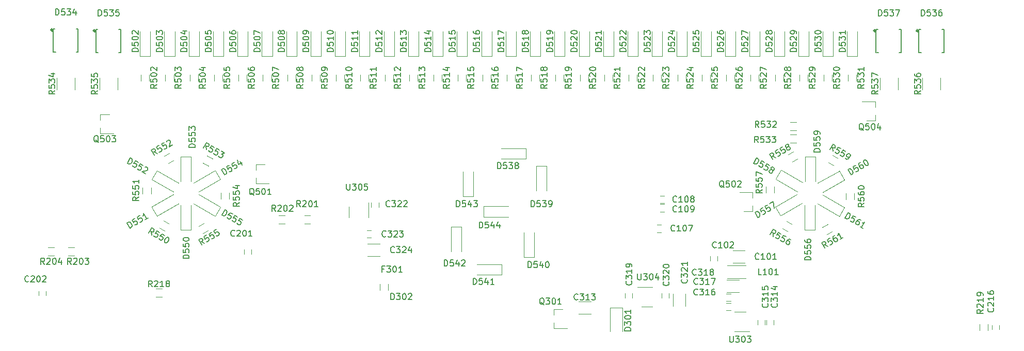
<source format=gto>
G04 #@! TF.GenerationSoftware,KiCad,Pcbnew,(5.1.9)-1*
G04 #@! TF.CreationDate,2021-02-21T21:58:38-05:00*
G04 #@! TF.ProjectId,FSAE Main Panel,46534145-204d-4616-996e-2050616e656c,rev?*
G04 #@! TF.SameCoordinates,Original*
G04 #@! TF.FileFunction,Legend,Top*
G04 #@! TF.FilePolarity,Positive*
%FSLAX46Y46*%
G04 Gerber Fmt 4.6, Leading zero omitted, Abs format (unit mm)*
G04 Created by KiCad (PCBNEW (5.1.9)-1) date 2021-02-21 21:58:38*
%MOMM*%
%LPD*%
G01*
G04 APERTURE LIST*
%ADD10C,0.120000*%
%ADD11C,0.300000*%
%ADD12C,0.150000*%
G04 APERTURE END LIST*
D10*
X128220546Y-100172935D02*
X127354520Y-99672935D01*
X128034520Y-98495141D02*
X128900546Y-98995141D01*
X124596533Y-94064038D02*
X124596533Y-93064038D01*
X125956533Y-93064038D02*
X125956533Y-94064038D01*
X128074987Y-87871103D02*
X128941013Y-87371103D01*
X129621013Y-88548897D02*
X128754987Y-89048897D01*
X135177454Y-87787065D02*
X136043480Y-88287065D01*
X135363480Y-89464859D02*
X134497454Y-88964859D01*
X138801467Y-93895962D02*
X138801467Y-94895962D01*
X137441467Y-94895962D02*
X137441467Y-93895962D01*
X226806642Y-93932878D02*
X226806642Y-92932878D01*
X228166642Y-92932878D02*
X228166642Y-93932878D01*
X230474629Y-87673981D02*
X231340655Y-87173981D01*
X232020655Y-88351775D02*
X231154629Y-88851775D01*
X237728987Y-87721103D02*
X238595013Y-88221103D01*
X237915013Y-89398897D02*
X237048987Y-88898897D01*
X241315358Y-94027122D02*
X241315358Y-95027122D01*
X239955358Y-95027122D02*
X239955358Y-94027122D01*
X237647371Y-100286019D02*
X236781345Y-100786019D01*
X236101345Y-99608225D02*
X236967371Y-99108225D01*
X228435329Y-96176050D02*
X231942732Y-94151050D01*
X229285329Y-97648294D02*
X232792732Y-95623294D01*
X228392027Y-96201050D02*
X229242027Y-97673294D01*
X229346329Y-90206050D02*
X232853732Y-92231050D01*
X228496329Y-91678294D02*
X232003732Y-93703294D01*
X229303027Y-90181050D02*
X228453027Y-91653294D01*
X234972000Y-88010000D02*
X234972000Y-92060000D01*
X233272000Y-88010000D02*
X233272000Y-92060000D01*
X234972000Y-87960000D02*
X233272000Y-87960000D01*
X239686671Y-91783950D02*
X236179268Y-93808950D01*
X238836671Y-90311706D02*
X235329268Y-92336706D01*
X239729973Y-91758950D02*
X238879973Y-90286706D01*
X238775671Y-97753950D02*
X235268268Y-95728950D01*
X239625671Y-96281706D02*
X236118268Y-94256706D01*
X238818973Y-97778950D02*
X239668973Y-96306706D01*
X126061027Y-96254744D02*
X126911027Y-97726988D01*
X126954329Y-97701988D02*
X130461732Y-95676988D01*
X126104329Y-96229744D02*
X129611732Y-94204744D01*
X126910027Y-90234744D02*
X126060027Y-91706988D01*
X126103329Y-91731988D02*
X129610732Y-93756988D01*
X126953329Y-90259744D02*
X130460732Y-92284744D01*
X132548000Y-87960000D02*
X130848000Y-87960000D01*
X130848000Y-88010000D02*
X130848000Y-92060000D01*
X132548000Y-88010000D02*
X132548000Y-92060000D01*
X137336973Y-91705256D02*
X136486973Y-90233012D01*
X136443671Y-90258012D02*
X132936268Y-92283012D01*
X137293671Y-91730256D02*
X133786268Y-93755256D01*
X136487973Y-97725256D02*
X137337973Y-96253012D01*
X137294671Y-96228012D02*
X133787268Y-94203012D01*
X136444671Y-97700256D02*
X132937268Y-95675256D01*
X223400000Y-103380000D02*
X221400000Y-103380000D01*
X221400000Y-105420000D02*
X223400000Y-105420000D01*
X218900000Y-104350000D02*
X218900000Y-105050000D01*
X217700000Y-105050000D02*
X217700000Y-104350000D01*
X209650000Y-100400000D02*
X208950000Y-100400000D01*
X208950000Y-99200000D02*
X209650000Y-99200000D01*
X210150000Y-95600000D02*
X209450000Y-95600000D01*
X209450000Y-94400000D02*
X210150000Y-94400000D01*
X209450000Y-95800000D02*
X210150000Y-95800000D01*
X210150000Y-97000000D02*
X209450000Y-97000000D01*
X141200000Y-103950000D02*
X141200000Y-103250000D01*
X142400000Y-103250000D02*
X142400000Y-103950000D01*
X108700000Y-110050000D02*
X108700000Y-110750000D01*
X107500000Y-110750000D02*
X107500000Y-110050000D01*
X265100000Y-115650000D02*
X265100000Y-116350000D01*
X263900000Y-116350000D02*
X263900000Y-115650000D01*
X196100000Y-113820000D02*
X198100000Y-113820000D01*
X198100000Y-111780000D02*
X196100000Y-111780000D01*
X226900000Y-115550000D02*
X226900000Y-114850000D01*
X228100000Y-114850000D02*
X228100000Y-115550000D01*
X225500000Y-115550000D02*
X225500000Y-114850000D01*
X226700000Y-114850000D02*
X226700000Y-115550000D01*
X220350000Y-112000000D02*
X221050000Y-112000000D01*
X221050000Y-113200000D02*
X220350000Y-113200000D01*
X221050000Y-111700000D02*
X220350000Y-111700000D01*
X220350000Y-110500000D02*
X221050000Y-110500000D01*
X222400000Y-108180000D02*
X220400000Y-108180000D01*
X220400000Y-110220000D02*
X222400000Y-110220000D01*
X203700000Y-111150000D02*
X203700000Y-110450000D01*
X204900000Y-110450000D02*
X204900000Y-111150000D01*
X210900000Y-110450000D02*
X210900000Y-111150000D01*
X209700000Y-111150000D02*
X209700000Y-110450000D01*
X213620000Y-112500000D02*
X213620000Y-110500000D01*
X211580000Y-110500000D02*
X211580000Y-112500000D01*
X162100000Y-96250000D02*
X162100000Y-95550000D01*
X163300000Y-95550000D02*
X163300000Y-96250000D01*
X161350000Y-100100000D02*
X162050000Y-100100000D01*
X162050000Y-101300000D02*
X161350000Y-101300000D01*
X163500000Y-102280000D02*
X161500000Y-102280000D01*
X161500000Y-104320000D02*
X163500000Y-104320000D01*
X203300000Y-112800000D02*
X201300000Y-112800000D01*
X201300000Y-112800000D02*
X201300000Y-116650000D01*
X203300000Y-112800000D02*
X203300000Y-116650000D01*
X164870000Y-108920000D02*
X164870000Y-109920000D01*
X163510000Y-109920000D02*
X163510000Y-108920000D01*
X124150000Y-71500000D02*
X125850000Y-71500000D01*
X125850000Y-71450000D02*
X125850000Y-67400000D01*
X124150000Y-71450000D02*
X124150000Y-67400000D01*
X128150000Y-71500000D02*
X129850000Y-71500000D01*
X129850000Y-71450000D02*
X129850000Y-67400000D01*
X128150000Y-71450000D02*
X128150000Y-67400000D01*
X132150000Y-71450000D02*
X132150000Y-67400000D01*
X133850000Y-71450000D02*
X133850000Y-67400000D01*
X132150000Y-71500000D02*
X133850000Y-71500000D01*
X136150000Y-71500000D02*
X137850000Y-71500000D01*
X137850000Y-71450000D02*
X137850000Y-67400000D01*
X136150000Y-71450000D02*
X136150000Y-67400000D01*
X140150000Y-71450000D02*
X140150000Y-67400000D01*
X141850000Y-71450000D02*
X141850000Y-67400000D01*
X140150000Y-71500000D02*
X141850000Y-71500000D01*
X144150000Y-71500000D02*
X145850000Y-71500000D01*
X145850000Y-71450000D02*
X145850000Y-67400000D01*
X144150000Y-71450000D02*
X144150000Y-67400000D01*
X148150000Y-71450000D02*
X148150000Y-67400000D01*
X149850000Y-71450000D02*
X149850000Y-67400000D01*
X148150000Y-71500000D02*
X149850000Y-71500000D01*
X152150000Y-71500000D02*
X153850000Y-71500000D01*
X153850000Y-71450000D02*
X153850000Y-67400000D01*
X152150000Y-71450000D02*
X152150000Y-67400000D01*
X156150000Y-71500000D02*
X157850000Y-71500000D01*
X157850000Y-71450000D02*
X157850000Y-67400000D01*
X156150000Y-71450000D02*
X156150000Y-67400000D01*
X160150000Y-71450000D02*
X160150000Y-67400000D01*
X161850000Y-71450000D02*
X161850000Y-67400000D01*
X160150000Y-71500000D02*
X161850000Y-71500000D01*
X164150000Y-71500000D02*
X165850000Y-71500000D01*
X165850000Y-71450000D02*
X165850000Y-67400000D01*
X164150000Y-71450000D02*
X164150000Y-67400000D01*
X168150000Y-71450000D02*
X168150000Y-67400000D01*
X169850000Y-71450000D02*
X169850000Y-67400000D01*
X168150000Y-71500000D02*
X169850000Y-71500000D01*
X172150000Y-71450000D02*
X172150000Y-67400000D01*
X173850000Y-71450000D02*
X173850000Y-67400000D01*
X172150000Y-71500000D02*
X173850000Y-71500000D01*
X176150000Y-71450000D02*
X176150000Y-67400000D01*
X177850000Y-71450000D02*
X177850000Y-67400000D01*
X176150000Y-71500000D02*
X177850000Y-71500000D01*
X180150000Y-71450000D02*
X180150000Y-67400000D01*
X181850000Y-71450000D02*
X181850000Y-67400000D01*
X180150000Y-71500000D02*
X181850000Y-71500000D01*
X184150000Y-71500000D02*
X185850000Y-71500000D01*
X185850000Y-71450000D02*
X185850000Y-67400000D01*
X184150000Y-71450000D02*
X184150000Y-67400000D01*
X188150000Y-71450000D02*
X188150000Y-67400000D01*
X189850000Y-71450000D02*
X189850000Y-67400000D01*
X188150000Y-71500000D02*
X189850000Y-71500000D01*
X192150000Y-71500000D02*
X193850000Y-71500000D01*
X193850000Y-71450000D02*
X193850000Y-67400000D01*
X192150000Y-71450000D02*
X192150000Y-67400000D01*
X196150000Y-71500000D02*
X197850000Y-71500000D01*
X197850000Y-71450000D02*
X197850000Y-67400000D01*
X196150000Y-71450000D02*
X196150000Y-67400000D01*
X200150000Y-71500000D02*
X201850000Y-71500000D01*
X201850000Y-71450000D02*
X201850000Y-67400000D01*
X200150000Y-71450000D02*
X200150000Y-67400000D01*
X204150000Y-71450000D02*
X204150000Y-67400000D01*
X205850000Y-71450000D02*
X205850000Y-67400000D01*
X204150000Y-71500000D02*
X205850000Y-71500000D01*
X208150000Y-71500000D02*
X209850000Y-71500000D01*
X209850000Y-71450000D02*
X209850000Y-67400000D01*
X208150000Y-71450000D02*
X208150000Y-67400000D01*
X212150000Y-71450000D02*
X212150000Y-67400000D01*
X213850000Y-71450000D02*
X213850000Y-67400000D01*
X212150000Y-71500000D02*
X213850000Y-71500000D01*
X216150000Y-71450000D02*
X216150000Y-67400000D01*
X217850000Y-71450000D02*
X217850000Y-67400000D01*
X216150000Y-71500000D02*
X217850000Y-71500000D01*
X220150000Y-71500000D02*
X221850000Y-71500000D01*
X221850000Y-71450000D02*
X221850000Y-67400000D01*
X220150000Y-71450000D02*
X220150000Y-67400000D01*
X224150000Y-71450000D02*
X224150000Y-67400000D01*
X225850000Y-71450000D02*
X225850000Y-67400000D01*
X224150000Y-71500000D02*
X225850000Y-71500000D01*
X228150000Y-71500000D02*
X229850000Y-71500000D01*
X229850000Y-71450000D02*
X229850000Y-67400000D01*
X228150000Y-71450000D02*
X228150000Y-67400000D01*
X232150000Y-71450000D02*
X232150000Y-67400000D01*
X233850000Y-71450000D02*
X233850000Y-67400000D01*
X232150000Y-71500000D02*
X233850000Y-71500000D01*
X236150000Y-71450000D02*
X236150000Y-67400000D01*
X237850000Y-71450000D02*
X237850000Y-67400000D01*
X236150000Y-71500000D02*
X237850000Y-71500000D01*
X240150000Y-71500000D02*
X241850000Y-71500000D01*
X241850000Y-71450000D02*
X241850000Y-67400000D01*
X240150000Y-71450000D02*
X240150000Y-67400000D01*
D11*
X109850000Y-67158000D02*
G75*
G03*
X109850000Y-67158000I-150000J0D01*
G01*
D12*
X114000000Y-70758000D02*
X113700000Y-70758000D01*
X114000000Y-66958000D02*
X114000000Y-70758000D01*
X113700000Y-66958000D02*
X114000000Y-66958000D01*
X109900000Y-66958000D02*
X110200000Y-66958000D01*
X109900000Y-70758000D02*
X109900000Y-66958000D01*
X110300000Y-70758000D02*
X110000000Y-70758000D01*
X117300000Y-70885000D02*
X117000000Y-70885000D01*
X116900000Y-70885000D02*
X116900000Y-67085000D01*
X116900000Y-67085000D02*
X117200000Y-67085000D01*
X120700000Y-67085000D02*
X121000000Y-67085000D01*
X121000000Y-67085000D02*
X121000000Y-70885000D01*
X121000000Y-70885000D02*
X120700000Y-70885000D01*
D11*
X116850000Y-67285000D02*
G75*
G03*
X116850000Y-67285000I-150000J0D01*
G01*
D12*
X252300000Y-70885000D02*
X252000000Y-70885000D01*
X251900000Y-70885000D02*
X251900000Y-67085000D01*
X251900000Y-67085000D02*
X252200000Y-67085000D01*
X255700000Y-67085000D02*
X256000000Y-67085000D01*
X256000000Y-67085000D02*
X256000000Y-70885000D01*
X256000000Y-70885000D02*
X255700000Y-70885000D01*
D11*
X251850000Y-67285000D02*
G75*
G03*
X251850000Y-67285000I-150000J0D01*
G01*
X244850000Y-67285000D02*
G75*
G03*
X244850000Y-67285000I-150000J0D01*
G01*
D12*
X249000000Y-70885000D02*
X248700000Y-70885000D01*
X249000000Y-67085000D02*
X249000000Y-70885000D01*
X248700000Y-67085000D02*
X249000000Y-67085000D01*
X244900000Y-67085000D02*
X245200000Y-67085000D01*
X244900000Y-70885000D02*
X244900000Y-67085000D01*
X245300000Y-70885000D02*
X245000000Y-70885000D01*
D10*
X187500000Y-88350000D02*
X187500000Y-86650000D01*
X187450000Y-86650000D02*
X183400000Y-86650000D01*
X187450000Y-88350000D02*
X183400000Y-88350000D01*
X190850000Y-89550000D02*
X190850000Y-93600000D01*
X189150000Y-89550000D02*
X189150000Y-93600000D01*
X190850000Y-89500000D02*
X189150000Y-89500000D01*
X187150000Y-104500000D02*
X188850000Y-104500000D01*
X188850000Y-104450000D02*
X188850000Y-100400000D01*
X187150000Y-104450000D02*
X187150000Y-100400000D01*
X183450000Y-107350000D02*
X179400000Y-107350000D01*
X183450000Y-105650000D02*
X179400000Y-105650000D01*
X183500000Y-107350000D02*
X183500000Y-105650000D01*
X176850000Y-99500000D02*
X175150000Y-99500000D01*
X175150000Y-99550000D02*
X175150000Y-103600000D01*
X176850000Y-99550000D02*
X176850000Y-103600000D01*
X177150000Y-94450000D02*
X177150000Y-90400000D01*
X178850000Y-94450000D02*
X178850000Y-90400000D01*
X177150000Y-94500000D02*
X178850000Y-94500000D01*
X180500000Y-96150000D02*
X180500000Y-97850000D01*
X180550000Y-97850000D02*
X184600000Y-97850000D01*
X180550000Y-96150000D02*
X184600000Y-96150000D01*
X130850000Y-99950000D02*
X130850000Y-95900000D01*
X132550000Y-99950000D02*
X132550000Y-95900000D01*
X130850000Y-100000000D02*
X132550000Y-100000000D01*
X233150000Y-100000000D02*
X234850000Y-100000000D01*
X234850000Y-99950000D02*
X234850000Y-95900000D01*
X233150000Y-99950000D02*
X233150000Y-95900000D01*
X223500000Y-107970000D02*
X220500000Y-107970000D01*
X220500000Y-105830000D02*
X223500000Y-105830000D01*
X192040000Y-113020000D02*
X192040000Y-113950000D01*
X192040000Y-116180000D02*
X192040000Y-115250000D01*
X192040000Y-116180000D02*
X194200000Y-116180000D01*
X192040000Y-113020000D02*
X193500000Y-113020000D01*
X143140000Y-89220000D02*
X143140000Y-90150000D01*
X143140000Y-92380000D02*
X143140000Y-91450000D01*
X143140000Y-92380000D02*
X145300000Y-92380000D01*
X143140000Y-89220000D02*
X144600000Y-89220000D01*
X224660000Y-96980000D02*
X223200000Y-96980000D01*
X224660000Y-93820000D02*
X222500000Y-93820000D01*
X224660000Y-93820000D02*
X224660000Y-94750000D01*
X224660000Y-96980000D02*
X224660000Y-96050000D01*
X117640000Y-81020000D02*
X119100000Y-81020000D01*
X117640000Y-84180000D02*
X119800000Y-84180000D01*
X117640000Y-84180000D02*
X117640000Y-83250000D01*
X117640000Y-81020000D02*
X117640000Y-81950000D01*
X244760000Y-82080000D02*
X243300000Y-82080000D01*
X244760000Y-78920000D02*
X242600000Y-78920000D01*
X244760000Y-78920000D02*
X244760000Y-79850000D01*
X244760000Y-82080000D02*
X244760000Y-81150000D01*
X151100000Y-97620000D02*
X152100000Y-97620000D01*
X152100000Y-98980000D02*
X151100000Y-98980000D01*
X147900000Y-98980000D02*
X146900000Y-98980000D01*
X146900000Y-97620000D02*
X147900000Y-97620000D01*
X113400000Y-104280000D02*
X112400000Y-104280000D01*
X112400000Y-102920000D02*
X113400000Y-102920000D01*
X109100000Y-102920000D02*
X110100000Y-102920000D01*
X110100000Y-104280000D02*
X109100000Y-104280000D01*
X127750000Y-110980000D02*
X126750000Y-110980000D01*
X126750000Y-109620000D02*
X127750000Y-109620000D01*
X261920000Y-116500000D02*
X261920000Y-115500000D01*
X263280000Y-115500000D02*
X263280000Y-116500000D01*
X125680000Y-74500000D02*
X125680000Y-75500000D01*
X124320000Y-75500000D02*
X124320000Y-74500000D01*
X128320000Y-75500000D02*
X128320000Y-74500000D01*
X129680000Y-74500000D02*
X129680000Y-75500000D01*
X132320000Y-75500000D02*
X132320000Y-74500000D01*
X133680000Y-74500000D02*
X133680000Y-75500000D01*
X136320000Y-75500000D02*
X136320000Y-74500000D01*
X137680000Y-74500000D02*
X137680000Y-75500000D01*
X140320000Y-75500000D02*
X140320000Y-74500000D01*
X141680000Y-74500000D02*
X141680000Y-75500000D01*
X145680000Y-74500000D02*
X145680000Y-75500000D01*
X144320000Y-75500000D02*
X144320000Y-74500000D01*
X148320000Y-75500000D02*
X148320000Y-74500000D01*
X149680000Y-74500000D02*
X149680000Y-75500000D01*
X152320000Y-75500000D02*
X152320000Y-74500000D01*
X153680000Y-74500000D02*
X153680000Y-75500000D01*
X157680000Y-74500000D02*
X157680000Y-75500000D01*
X156320000Y-75500000D02*
X156320000Y-74500000D01*
X160320000Y-75500000D02*
X160320000Y-74500000D01*
X161680000Y-74500000D02*
X161680000Y-75500000D01*
X165680000Y-74500000D02*
X165680000Y-75500000D01*
X164320000Y-75500000D02*
X164320000Y-74500000D01*
X168320000Y-75500000D02*
X168320000Y-74500000D01*
X169680000Y-74500000D02*
X169680000Y-75500000D01*
X173680000Y-74500000D02*
X173680000Y-75500000D01*
X172320000Y-75500000D02*
X172320000Y-74500000D01*
X177680000Y-74500000D02*
X177680000Y-75500000D01*
X176320000Y-75500000D02*
X176320000Y-74500000D01*
X180320000Y-75500000D02*
X180320000Y-74500000D01*
X181680000Y-74500000D02*
X181680000Y-75500000D01*
X185680000Y-74500000D02*
X185680000Y-75500000D01*
X184320000Y-75500000D02*
X184320000Y-74500000D01*
X188320000Y-75500000D02*
X188320000Y-74500000D01*
X189680000Y-74500000D02*
X189680000Y-75500000D01*
X193680000Y-74500000D02*
X193680000Y-75500000D01*
X192320000Y-75500000D02*
X192320000Y-74500000D01*
X197680000Y-74500000D02*
X197680000Y-75500000D01*
X196320000Y-75500000D02*
X196320000Y-74500000D01*
X200320000Y-75500000D02*
X200320000Y-74500000D01*
X201680000Y-74500000D02*
X201680000Y-75500000D01*
X205680000Y-74500000D02*
X205680000Y-75500000D01*
X204320000Y-75500000D02*
X204320000Y-74500000D01*
X208320000Y-75500000D02*
X208320000Y-74500000D01*
X209680000Y-74500000D02*
X209680000Y-75500000D01*
X212320000Y-75500000D02*
X212320000Y-74500000D01*
X213680000Y-74500000D02*
X213680000Y-75500000D01*
X217680000Y-74500000D02*
X217680000Y-75500000D01*
X216320000Y-75500000D02*
X216320000Y-74500000D01*
X220320000Y-75500000D02*
X220320000Y-74500000D01*
X221680000Y-74500000D02*
X221680000Y-75500000D01*
X225680000Y-74500000D02*
X225680000Y-75500000D01*
X224320000Y-75500000D02*
X224320000Y-74500000D01*
X228320000Y-75500000D02*
X228320000Y-74500000D01*
X229680000Y-74500000D02*
X229680000Y-75500000D01*
X233680000Y-74500000D02*
X233680000Y-75500000D01*
X232320000Y-75500000D02*
X232320000Y-74500000D01*
X236320000Y-75500000D02*
X236320000Y-74500000D01*
X237680000Y-74500000D02*
X237680000Y-75500000D01*
X241680000Y-74500000D02*
X241680000Y-75500000D01*
X240320000Y-75500000D02*
X240320000Y-74500000D01*
X230800000Y-82320000D02*
X231800000Y-82320000D01*
X231800000Y-83680000D02*
X230800000Y-83680000D01*
X231800000Y-85680000D02*
X230800000Y-85680000D01*
X230800000Y-84320000D02*
X231800000Y-84320000D01*
X113480000Y-75000000D02*
X113480000Y-77000000D01*
X110520000Y-77000000D02*
X110520000Y-75000000D01*
X117520000Y-77000000D02*
X117520000Y-75000000D01*
X120480000Y-75000000D02*
X120480000Y-77000000D01*
X252520000Y-77000000D02*
X252520000Y-75000000D01*
X255480000Y-75000000D02*
X255480000Y-77000000D01*
X248480000Y-75000000D02*
X248480000Y-77000000D01*
X245520000Y-77000000D02*
X245520000Y-75000000D01*
X133776987Y-99411103D02*
X134643013Y-98911103D01*
X135323013Y-100088897D02*
X134456987Y-100588897D01*
X230206987Y-98561103D02*
X231073013Y-99061103D01*
X230393013Y-100238897D02*
X229526987Y-99738897D01*
X223500000Y-113490000D02*
X221700000Y-113490000D01*
X221700000Y-116710000D02*
X224150000Y-116710000D01*
X206400000Y-112610000D02*
X208200000Y-112610000D01*
X208200000Y-109390000D02*
X205750000Y-109390000D01*
X161610000Y-98000000D02*
X161610000Y-95550000D01*
X158390000Y-96200000D02*
X158390000Y-98000000D01*
D12*
X126054685Y-100832249D02*
X126004105Y-100253189D01*
X125559814Y-100546535D02*
X126059814Y-99680509D01*
X126389728Y-99870986D01*
X126448397Y-99959844D01*
X126465827Y-100024893D01*
X126459447Y-100131181D01*
X126388019Y-100254899D01*
X126299160Y-100313568D01*
X126234112Y-100330998D01*
X126127823Y-100324618D01*
X125797909Y-100134142D01*
X127338232Y-100418605D02*
X126925839Y-100180509D01*
X126646505Y-100569093D01*
X126711553Y-100551663D01*
X126817842Y-100558043D01*
X127024038Y-100677091D01*
X127082707Y-100765949D01*
X127100137Y-100830998D01*
X127093757Y-100937286D01*
X126974710Y-101143482D01*
X126885851Y-101202151D01*
X126820802Y-101219581D01*
X126714514Y-101213201D01*
X126508318Y-101094154D01*
X126449649Y-101005295D01*
X126432219Y-100940247D01*
X128163018Y-100894795D02*
X127750625Y-100656700D01*
X127471291Y-101045283D01*
X127536339Y-101027854D01*
X127642628Y-101034233D01*
X127848824Y-101153281D01*
X127907493Y-101242139D01*
X127924923Y-101307188D01*
X127918543Y-101413476D01*
X127799496Y-101619673D01*
X127710637Y-101678342D01*
X127645588Y-101695772D01*
X127539300Y-101689392D01*
X127333104Y-101570344D01*
X127274435Y-101481486D01*
X127257005Y-101416437D01*
X128740369Y-101228128D02*
X128822847Y-101275747D01*
X128881516Y-101364606D01*
X128898946Y-101429655D01*
X128892566Y-101535943D01*
X128838567Y-101724710D01*
X128719520Y-101930906D01*
X128583042Y-102072054D01*
X128494184Y-102130723D01*
X128429135Y-102148153D01*
X128322847Y-102141773D01*
X128240369Y-102094154D01*
X128181699Y-102005295D01*
X128164270Y-101940247D01*
X128170649Y-101833959D01*
X128224648Y-101645192D01*
X128343696Y-101438995D01*
X128480173Y-101297848D01*
X128569032Y-101239178D01*
X128634080Y-101221749D01*
X128740369Y-101228128D01*
X123952380Y-94619047D02*
X123476190Y-94952380D01*
X123952380Y-95190476D02*
X122952380Y-95190476D01*
X122952380Y-94809523D01*
X123000000Y-94714285D01*
X123047619Y-94666666D01*
X123142857Y-94619047D01*
X123285714Y-94619047D01*
X123380952Y-94666666D01*
X123428571Y-94714285D01*
X123476190Y-94809523D01*
X123476190Y-95190476D01*
X122952380Y-93714285D02*
X122952380Y-94190476D01*
X123428571Y-94238095D01*
X123380952Y-94190476D01*
X123333333Y-94095238D01*
X123333333Y-93857142D01*
X123380952Y-93761904D01*
X123428571Y-93714285D01*
X123523809Y-93666666D01*
X123761904Y-93666666D01*
X123857142Y-93714285D01*
X123904761Y-93761904D01*
X123952380Y-93857142D01*
X123952380Y-94095238D01*
X123904761Y-94190476D01*
X123857142Y-94238095D01*
X122952380Y-92761904D02*
X122952380Y-93238095D01*
X123428571Y-93285714D01*
X123380952Y-93238095D01*
X123333333Y-93142857D01*
X123333333Y-92904761D01*
X123380952Y-92809523D01*
X123428571Y-92761904D01*
X123523809Y-92714285D01*
X123761904Y-92714285D01*
X123857142Y-92761904D01*
X123904761Y-92809523D01*
X123952380Y-92904761D01*
X123952380Y-93142857D01*
X123904761Y-93238095D01*
X123857142Y-93285714D01*
X123952380Y-91761904D02*
X123952380Y-92333333D01*
X123952380Y-92047619D02*
X122952380Y-92047619D01*
X123095238Y-92142857D01*
X123190476Y-92238095D01*
X123238095Y-92333333D01*
X127007066Y-87451297D02*
X126480296Y-87205570D01*
X126512195Y-87737011D02*
X126012195Y-86870986D01*
X126342109Y-86680509D01*
X126448397Y-86674130D01*
X126513446Y-86691559D01*
X126602304Y-86750229D01*
X126673733Y-86873946D01*
X126680113Y-86980235D01*
X126662683Y-87045283D01*
X126604014Y-87134142D01*
X126274099Y-87324618D01*
X127290613Y-86132890D02*
X126878220Y-86370986D01*
X127075076Y-86807188D01*
X127092506Y-86742139D01*
X127151175Y-86653281D01*
X127357371Y-86534233D01*
X127463660Y-86527854D01*
X127528708Y-86545283D01*
X127617567Y-86603952D01*
X127736614Y-86810149D01*
X127742994Y-86916437D01*
X127725564Y-86981486D01*
X127666895Y-87070344D01*
X127460699Y-87189392D01*
X127354411Y-87195772D01*
X127289362Y-87178342D01*
X128115399Y-85656700D02*
X127703006Y-85894795D01*
X127899862Y-86330998D01*
X127917292Y-86265949D01*
X127975961Y-86177091D01*
X128182157Y-86058043D01*
X128288446Y-86051663D01*
X128353494Y-86069093D01*
X128442353Y-86127762D01*
X128561400Y-86333959D01*
X128567780Y-86440247D01*
X128550350Y-86505295D01*
X128491681Y-86594154D01*
X128285485Y-86713201D01*
X128179197Y-86719581D01*
X128114148Y-86702151D01*
X128534172Y-85524893D02*
X128551602Y-85459844D01*
X128610271Y-85370986D01*
X128816467Y-85251938D01*
X128922756Y-85245558D01*
X128987804Y-85262988D01*
X129076663Y-85321657D01*
X129124282Y-85404136D01*
X129154471Y-85551663D01*
X128945314Y-86332249D01*
X129481425Y-86022725D01*
X135054685Y-86832249D02*
X135004105Y-86253189D01*
X134559814Y-86546535D02*
X135059814Y-85680509D01*
X135389728Y-85870986D01*
X135448397Y-85959844D01*
X135465827Y-86024893D01*
X135459447Y-86131181D01*
X135388019Y-86254899D01*
X135299160Y-86313568D01*
X135234112Y-86330998D01*
X135127823Y-86324618D01*
X134797909Y-86134142D01*
X136338232Y-86418605D02*
X135925839Y-86180509D01*
X135646505Y-86569093D01*
X135711553Y-86551663D01*
X135817842Y-86558043D01*
X136024038Y-86677091D01*
X136082707Y-86765949D01*
X136100137Y-86830998D01*
X136093757Y-86937286D01*
X135974710Y-87143482D01*
X135885851Y-87202151D01*
X135820802Y-87219581D01*
X135714514Y-87213201D01*
X135508318Y-87094154D01*
X135449649Y-87005295D01*
X135432219Y-86940247D01*
X137163018Y-86894795D02*
X136750625Y-86656700D01*
X136471291Y-87045283D01*
X136536339Y-87027854D01*
X136642628Y-87034233D01*
X136848824Y-87153281D01*
X136907493Y-87242139D01*
X136924923Y-87307188D01*
X136918543Y-87413476D01*
X136799496Y-87619673D01*
X136710637Y-87678342D01*
X136645588Y-87695772D01*
X136539300Y-87689392D01*
X136333104Y-87570344D01*
X136274435Y-87481486D01*
X136257005Y-87416437D01*
X137492933Y-87085271D02*
X138029044Y-87394795D01*
X137549892Y-87558043D01*
X137673610Y-87629471D01*
X137732279Y-87718330D01*
X137749709Y-87783379D01*
X137743329Y-87889667D01*
X137624282Y-88095863D01*
X137535423Y-88154532D01*
X137470375Y-88171962D01*
X137364086Y-88165582D01*
X137116651Y-88022725D01*
X137057982Y-87933867D01*
X137040552Y-87868818D01*
X140452380Y-95515009D02*
X139976190Y-95848342D01*
X140452380Y-96086438D02*
X139452380Y-96086438D01*
X139452380Y-95705485D01*
X139500000Y-95610247D01*
X139547619Y-95562628D01*
X139642857Y-95515009D01*
X139785714Y-95515009D01*
X139880952Y-95562628D01*
X139928571Y-95610247D01*
X139976190Y-95705485D01*
X139976190Y-96086438D01*
X139452380Y-94610247D02*
X139452380Y-95086438D01*
X139928571Y-95134057D01*
X139880952Y-95086438D01*
X139833333Y-94991200D01*
X139833333Y-94753104D01*
X139880952Y-94657866D01*
X139928571Y-94610247D01*
X140023809Y-94562628D01*
X140261904Y-94562628D01*
X140357142Y-94610247D01*
X140404761Y-94657866D01*
X140452380Y-94753104D01*
X140452380Y-94991200D01*
X140404761Y-95086438D01*
X140357142Y-95134057D01*
X139452380Y-93657866D02*
X139452380Y-94134057D01*
X139928571Y-94181676D01*
X139880952Y-94134057D01*
X139833333Y-94038819D01*
X139833333Y-93800723D01*
X139880952Y-93705485D01*
X139928571Y-93657866D01*
X140023809Y-93610247D01*
X140261904Y-93610247D01*
X140357142Y-93657866D01*
X140404761Y-93705485D01*
X140452380Y-93800723D01*
X140452380Y-94038819D01*
X140404761Y-94134057D01*
X140357142Y-94181676D01*
X139785714Y-92753104D02*
X140452380Y-92753104D01*
X139404761Y-92991200D02*
X140119047Y-93229295D01*
X140119047Y-92610247D01*
X226202380Y-93369047D02*
X225726190Y-93702380D01*
X226202380Y-93940476D02*
X225202380Y-93940476D01*
X225202380Y-93559523D01*
X225250000Y-93464285D01*
X225297619Y-93416666D01*
X225392857Y-93369047D01*
X225535714Y-93369047D01*
X225630952Y-93416666D01*
X225678571Y-93464285D01*
X225726190Y-93559523D01*
X225726190Y-93940476D01*
X225202380Y-92464285D02*
X225202380Y-92940476D01*
X225678571Y-92988095D01*
X225630952Y-92940476D01*
X225583333Y-92845238D01*
X225583333Y-92607142D01*
X225630952Y-92511904D01*
X225678571Y-92464285D01*
X225773809Y-92416666D01*
X226011904Y-92416666D01*
X226107142Y-92464285D01*
X226154761Y-92511904D01*
X226202380Y-92607142D01*
X226202380Y-92845238D01*
X226154761Y-92940476D01*
X226107142Y-92988095D01*
X225202380Y-91511904D02*
X225202380Y-91988095D01*
X225678571Y-92035714D01*
X225630952Y-91988095D01*
X225583333Y-91892857D01*
X225583333Y-91654761D01*
X225630952Y-91559523D01*
X225678571Y-91511904D01*
X225773809Y-91464285D01*
X226011904Y-91464285D01*
X226107142Y-91511904D01*
X226154761Y-91559523D01*
X226202380Y-91654761D01*
X226202380Y-91892857D01*
X226154761Y-91988095D01*
X226107142Y-92035714D01*
X225202380Y-91130952D02*
X225202380Y-90464285D01*
X226202380Y-90892857D01*
X228457066Y-88151297D02*
X227930296Y-87905570D01*
X227962195Y-88437011D02*
X227462195Y-87570986D01*
X227792109Y-87380509D01*
X227898397Y-87374130D01*
X227963446Y-87391559D01*
X228052304Y-87450229D01*
X228123733Y-87573946D01*
X228130113Y-87680235D01*
X228112683Y-87745283D01*
X228054014Y-87834142D01*
X227724099Y-88024618D01*
X228740613Y-86832890D02*
X228328220Y-87070986D01*
X228525076Y-87507188D01*
X228542506Y-87442139D01*
X228601175Y-87353281D01*
X228807371Y-87234233D01*
X228913660Y-87227854D01*
X228978708Y-87245283D01*
X229067567Y-87303952D01*
X229186614Y-87510149D01*
X229192994Y-87616437D01*
X229175564Y-87681486D01*
X229116895Y-87770344D01*
X228910699Y-87889392D01*
X228804411Y-87895772D01*
X228739362Y-87878342D01*
X229565399Y-86356700D02*
X229153006Y-86594795D01*
X229349862Y-87030998D01*
X229367292Y-86965949D01*
X229425961Y-86877091D01*
X229632157Y-86758043D01*
X229738446Y-86751663D01*
X229803494Y-86769093D01*
X229892353Y-86827762D01*
X230011400Y-87033959D01*
X230017780Y-87140247D01*
X230000350Y-87205295D01*
X229941681Y-87294154D01*
X229735485Y-87413201D01*
X229629197Y-87419581D01*
X229564148Y-87402151D01*
X230315796Y-86418330D02*
X230209508Y-86424710D01*
X230144459Y-86407280D01*
X230055601Y-86348611D01*
X230031791Y-86307371D01*
X230025411Y-86201083D01*
X230042841Y-86136034D01*
X230101510Y-86047176D01*
X230266467Y-85951938D01*
X230372756Y-85945558D01*
X230437804Y-85962988D01*
X230526663Y-86021657D01*
X230550472Y-86062896D01*
X230556852Y-86169185D01*
X230539422Y-86234233D01*
X230480753Y-86323092D01*
X230315796Y-86418330D01*
X230257127Y-86507188D01*
X230239697Y-86572237D01*
X230246077Y-86678525D01*
X230341315Y-86843482D01*
X230430173Y-86902151D01*
X230495222Y-86919581D01*
X230601510Y-86913201D01*
X230766467Y-86817963D01*
X230825136Y-86729105D01*
X230842566Y-86664056D01*
X230836187Y-86557768D01*
X230740948Y-86392811D01*
X230652090Y-86334142D01*
X230587041Y-86316712D01*
X230480753Y-86323092D01*
X237804685Y-87082249D02*
X237754105Y-86503189D01*
X237309814Y-86796535D02*
X237809814Y-85930509D01*
X238139728Y-86120986D01*
X238198397Y-86209844D01*
X238215827Y-86274893D01*
X238209447Y-86381181D01*
X238138019Y-86504899D01*
X238049160Y-86563568D01*
X237984112Y-86580998D01*
X237877823Y-86574618D01*
X237547909Y-86384142D01*
X239088232Y-86668605D02*
X238675839Y-86430509D01*
X238396505Y-86819093D01*
X238461553Y-86801663D01*
X238567842Y-86808043D01*
X238774038Y-86927091D01*
X238832707Y-87015949D01*
X238850137Y-87080998D01*
X238843757Y-87187286D01*
X238724710Y-87393482D01*
X238635851Y-87452151D01*
X238570802Y-87469581D01*
X238464514Y-87463201D01*
X238258318Y-87344154D01*
X238199649Y-87255295D01*
X238182219Y-87190247D01*
X239913018Y-87144795D02*
X239500625Y-86906700D01*
X239221291Y-87295283D01*
X239286339Y-87277854D01*
X239392628Y-87284233D01*
X239598824Y-87403281D01*
X239657493Y-87492139D01*
X239674923Y-87557188D01*
X239668543Y-87663476D01*
X239549496Y-87869673D01*
X239460637Y-87928342D01*
X239395588Y-87945772D01*
X239289300Y-87939392D01*
X239083104Y-87820344D01*
X239024435Y-87731486D01*
X239007005Y-87666437D01*
X239866651Y-88272725D02*
X240031608Y-88367963D01*
X240137896Y-88374343D01*
X240202945Y-88356913D01*
X240356852Y-88280814D01*
X240493329Y-88139667D01*
X240683806Y-87809752D01*
X240690185Y-87703464D01*
X240672756Y-87638415D01*
X240614086Y-87549557D01*
X240449129Y-87454319D01*
X240342841Y-87447939D01*
X240277792Y-87465369D01*
X240188934Y-87524038D01*
X240069886Y-87730235D01*
X240063507Y-87836523D01*
X240080936Y-87901572D01*
X240139605Y-87990430D01*
X240304563Y-88085668D01*
X240410851Y-88092048D01*
X240475900Y-88074618D01*
X240564758Y-88015949D01*
X242952380Y-95619047D02*
X242476190Y-95952380D01*
X242952380Y-96190476D02*
X241952380Y-96190476D01*
X241952380Y-95809523D01*
X242000000Y-95714285D01*
X242047619Y-95666666D01*
X242142857Y-95619047D01*
X242285714Y-95619047D01*
X242380952Y-95666666D01*
X242428571Y-95714285D01*
X242476190Y-95809523D01*
X242476190Y-96190476D01*
X241952380Y-94714285D02*
X241952380Y-95190476D01*
X242428571Y-95238095D01*
X242380952Y-95190476D01*
X242333333Y-95095238D01*
X242333333Y-94857142D01*
X242380952Y-94761904D01*
X242428571Y-94714285D01*
X242523809Y-94666666D01*
X242761904Y-94666666D01*
X242857142Y-94714285D01*
X242904761Y-94761904D01*
X242952380Y-94857142D01*
X242952380Y-95095238D01*
X242904761Y-95190476D01*
X242857142Y-95238095D01*
X241952380Y-93809523D02*
X241952380Y-94000000D01*
X242000000Y-94095238D01*
X242047619Y-94142857D01*
X242190476Y-94238095D01*
X242380952Y-94285714D01*
X242761904Y-94285714D01*
X242857142Y-94238095D01*
X242904761Y-94190476D01*
X242952380Y-94095238D01*
X242952380Y-93904761D01*
X242904761Y-93809523D01*
X242857142Y-93761904D01*
X242761904Y-93714285D01*
X242523809Y-93714285D01*
X242428571Y-93761904D01*
X242380952Y-93809523D01*
X242333333Y-93904761D01*
X242333333Y-94095238D01*
X242380952Y-94190476D01*
X242428571Y-94238095D01*
X242523809Y-94285714D01*
X241952380Y-93095238D02*
X241952380Y-93000000D01*
X242000000Y-92904761D01*
X242047619Y-92857142D01*
X242142857Y-92809523D01*
X242333333Y-92761904D01*
X242571428Y-92761904D01*
X242761904Y-92809523D01*
X242857142Y-92857142D01*
X242904761Y-92904761D01*
X242952380Y-93000000D01*
X242952380Y-93095238D01*
X242904761Y-93190476D01*
X242857142Y-93238095D01*
X242761904Y-93285714D01*
X242571428Y-93333333D01*
X242333333Y-93333333D01*
X242142857Y-93285714D01*
X242047619Y-93238095D01*
X242000000Y-93190476D01*
X241952380Y-93095238D01*
X237007066Y-102701297D02*
X236480296Y-102455570D01*
X236512195Y-102987011D02*
X236012195Y-102120986D01*
X236342109Y-101930509D01*
X236448397Y-101924130D01*
X236513446Y-101941559D01*
X236602304Y-102000229D01*
X236673733Y-102123946D01*
X236680113Y-102230235D01*
X236662683Y-102295283D01*
X236604014Y-102384142D01*
X236274099Y-102574618D01*
X237290613Y-101382890D02*
X236878220Y-101620986D01*
X237075076Y-102057188D01*
X237092506Y-101992139D01*
X237151175Y-101903281D01*
X237357371Y-101784233D01*
X237463660Y-101777854D01*
X237528708Y-101795283D01*
X237617567Y-101853952D01*
X237736614Y-102060149D01*
X237742994Y-102166437D01*
X237725564Y-102231486D01*
X237666895Y-102320344D01*
X237460699Y-102439392D01*
X237354411Y-102445772D01*
X237289362Y-102428342D01*
X238074160Y-100930509D02*
X237909203Y-101025747D01*
X237850534Y-101114606D01*
X237833104Y-101179655D01*
X237822054Y-101350992D01*
X237876053Y-101539758D01*
X238066529Y-101869673D01*
X238155387Y-101928342D01*
X238220436Y-101945772D01*
X238326724Y-101939392D01*
X238491681Y-101844154D01*
X238550350Y-101755295D01*
X238567780Y-101690247D01*
X238561400Y-101583959D01*
X238442353Y-101377762D01*
X238353494Y-101319093D01*
X238288446Y-101301663D01*
X238182157Y-101308043D01*
X238017200Y-101403281D01*
X237958531Y-101492139D01*
X237941101Y-101557188D01*
X237947481Y-101663476D01*
X239481425Y-101272725D02*
X238986553Y-101558440D01*
X239233989Y-101415582D02*
X238733989Y-100549557D01*
X238722939Y-100720894D01*
X238688079Y-100850992D01*
X238629410Y-100939850D01*
X225512196Y-97987011D02*
X225012196Y-97120986D01*
X225218392Y-97001938D01*
X225365920Y-96971749D01*
X225496017Y-97006608D01*
X225584876Y-97065277D01*
X225721353Y-97206425D01*
X225792782Y-97330143D01*
X225846780Y-97518910D01*
X225853160Y-97625198D01*
X225818301Y-97755295D01*
X225718392Y-97867963D01*
X225512196Y-97987011D01*
X226290614Y-96382890D02*
X225878221Y-96620986D01*
X226075077Y-97057188D01*
X226092507Y-96992139D01*
X226151176Y-96903281D01*
X226357372Y-96784233D01*
X226463661Y-96777854D01*
X226528709Y-96795283D01*
X226617568Y-96853952D01*
X226736615Y-97060149D01*
X226742995Y-97166437D01*
X226725565Y-97231486D01*
X226666896Y-97320344D01*
X226460700Y-97439392D01*
X226354412Y-97445772D01*
X226289363Y-97428342D01*
X227115400Y-95906700D02*
X226703007Y-96144795D01*
X226899863Y-96580998D01*
X226917293Y-96515949D01*
X226975962Y-96427091D01*
X227182158Y-96308043D01*
X227288447Y-96301663D01*
X227353495Y-96319093D01*
X227442354Y-96377762D01*
X227561401Y-96583959D01*
X227567781Y-96690247D01*
X227550351Y-96755295D01*
X227491682Y-96844154D01*
X227285486Y-96963201D01*
X227179198Y-96969581D01*
X227114149Y-96952151D01*
X227445315Y-95716224D02*
X228022665Y-95382890D01*
X228151511Y-96463201D01*
X224809814Y-89046535D02*
X225309814Y-88180509D01*
X225516010Y-88299557D01*
X225615919Y-88412225D01*
X225650778Y-88542323D01*
X225644398Y-88648611D01*
X225590400Y-88837377D01*
X225518971Y-88961095D01*
X225382494Y-89102243D01*
X225293635Y-89160912D01*
X225163538Y-89195772D01*
X225016010Y-89165582D01*
X224809814Y-89046535D01*
X226588232Y-88918605D02*
X226175839Y-88680509D01*
X225896505Y-89069093D01*
X225961553Y-89051663D01*
X226067842Y-89058043D01*
X226274038Y-89177091D01*
X226332707Y-89265949D01*
X226350137Y-89330998D01*
X226343757Y-89437286D01*
X226224710Y-89643482D01*
X226135851Y-89702151D01*
X226070802Y-89719581D01*
X225964514Y-89713201D01*
X225758318Y-89594154D01*
X225699649Y-89505295D01*
X225682219Y-89440247D01*
X227413018Y-89394795D02*
X227000625Y-89156700D01*
X226721291Y-89545283D01*
X226786339Y-89527854D01*
X226892628Y-89534233D01*
X227098824Y-89653281D01*
X227157493Y-89742139D01*
X227174923Y-89807188D01*
X227168543Y-89913476D01*
X227049496Y-90119673D01*
X226960637Y-90178342D01*
X226895588Y-90195772D01*
X226789300Y-90189392D01*
X226583104Y-90070344D01*
X226524435Y-89981486D01*
X226507005Y-89916437D01*
X227734844Y-90075473D02*
X227676174Y-89986614D01*
X227658745Y-89921565D01*
X227665124Y-89815277D01*
X227688934Y-89774038D01*
X227777792Y-89715369D01*
X227842841Y-89697939D01*
X227949129Y-89704319D01*
X228114086Y-89799557D01*
X228172756Y-89888415D01*
X228190185Y-89953464D01*
X228183806Y-90059752D01*
X228159996Y-90100992D01*
X228071138Y-90159661D01*
X228006089Y-90177091D01*
X227899801Y-90170711D01*
X227734844Y-90075473D01*
X227628555Y-90069093D01*
X227563507Y-90086523D01*
X227474648Y-90145192D01*
X227379410Y-90310149D01*
X227373030Y-90416437D01*
X227390460Y-90481486D01*
X227449129Y-90570344D01*
X227614086Y-90665582D01*
X227720375Y-90671962D01*
X227785423Y-90654532D01*
X227874282Y-90595863D01*
X227969520Y-90430906D01*
X227975900Y-90324618D01*
X227958470Y-90259569D01*
X227899801Y-90170711D01*
X235702380Y-87190476D02*
X234702380Y-87190476D01*
X234702380Y-86952380D01*
X234750000Y-86809523D01*
X234845238Y-86714285D01*
X234940476Y-86666666D01*
X235130952Y-86619047D01*
X235273809Y-86619047D01*
X235464285Y-86666666D01*
X235559523Y-86714285D01*
X235654761Y-86809523D01*
X235702380Y-86952380D01*
X235702380Y-87190476D01*
X234702380Y-85714285D02*
X234702380Y-86190476D01*
X235178571Y-86238095D01*
X235130952Y-86190476D01*
X235083333Y-86095238D01*
X235083333Y-85857142D01*
X235130952Y-85761904D01*
X235178571Y-85714285D01*
X235273809Y-85666666D01*
X235511904Y-85666666D01*
X235607142Y-85714285D01*
X235654761Y-85761904D01*
X235702380Y-85857142D01*
X235702380Y-86095238D01*
X235654761Y-86190476D01*
X235607142Y-86238095D01*
X234702380Y-84761904D02*
X234702380Y-85238095D01*
X235178571Y-85285714D01*
X235130952Y-85238095D01*
X235083333Y-85142857D01*
X235083333Y-84904761D01*
X235130952Y-84809523D01*
X235178571Y-84761904D01*
X235273809Y-84714285D01*
X235511904Y-84714285D01*
X235607142Y-84761904D01*
X235654761Y-84809523D01*
X235702380Y-84904761D01*
X235702380Y-85142857D01*
X235654761Y-85238095D01*
X235607142Y-85285714D01*
X235702380Y-84238095D02*
X235702380Y-84047619D01*
X235654761Y-83952380D01*
X235607142Y-83904761D01*
X235464285Y-83809523D01*
X235273809Y-83761904D01*
X234892857Y-83761904D01*
X234797619Y-83809523D01*
X234750000Y-83857142D01*
X234702380Y-83952380D01*
X234702380Y-84142857D01*
X234750000Y-84238095D01*
X234797619Y-84285714D01*
X234892857Y-84333333D01*
X235130952Y-84333333D01*
X235226190Y-84285714D01*
X235273809Y-84238095D01*
X235321428Y-84142857D01*
X235321428Y-83952380D01*
X235273809Y-83857142D01*
X235226190Y-83809523D01*
X235130952Y-83761904D01*
X240762195Y-90987011D02*
X240262195Y-90120986D01*
X240468391Y-90001938D01*
X240615919Y-89971749D01*
X240746016Y-90006608D01*
X240834875Y-90065277D01*
X240971352Y-90206425D01*
X241042781Y-90330143D01*
X241096779Y-90518910D01*
X241103159Y-90625198D01*
X241068300Y-90755295D01*
X240968391Y-90867963D01*
X240762195Y-90987011D01*
X241540613Y-89382890D02*
X241128220Y-89620986D01*
X241325076Y-90057188D01*
X241342506Y-89992139D01*
X241401175Y-89903281D01*
X241607371Y-89784233D01*
X241713660Y-89777854D01*
X241778708Y-89795283D01*
X241867567Y-89853952D01*
X241986614Y-90060149D01*
X241992994Y-90166437D01*
X241975564Y-90231486D01*
X241916895Y-90320344D01*
X241710699Y-90439392D01*
X241604411Y-90445772D01*
X241539362Y-90428342D01*
X242324160Y-88930509D02*
X242159203Y-89025747D01*
X242100534Y-89114606D01*
X242083104Y-89179655D01*
X242072054Y-89350992D01*
X242126053Y-89539758D01*
X242316529Y-89869673D01*
X242405387Y-89928342D01*
X242470436Y-89945772D01*
X242576724Y-89939392D01*
X242741681Y-89844154D01*
X242800350Y-89755295D01*
X242817780Y-89690247D01*
X242811400Y-89583959D01*
X242692353Y-89377762D01*
X242603494Y-89319093D01*
X242538446Y-89301663D01*
X242432157Y-89308043D01*
X242267200Y-89403281D01*
X242208531Y-89492139D01*
X242191101Y-89557188D01*
X242197481Y-89663476D01*
X242942749Y-88573367D02*
X243025228Y-88525747D01*
X243131516Y-88519368D01*
X243196565Y-88536798D01*
X243285423Y-88595467D01*
X243421901Y-88736614D01*
X243540948Y-88942811D01*
X243594947Y-89131578D01*
X243601327Y-89237866D01*
X243583897Y-89302915D01*
X243525228Y-89391773D01*
X243442749Y-89439392D01*
X243336461Y-89445772D01*
X243271413Y-89428342D01*
X243182554Y-89369673D01*
X243046077Y-89228525D01*
X242927029Y-89022329D01*
X242873030Y-88833562D01*
X242866651Y-88727274D01*
X242884080Y-88662225D01*
X242942749Y-88573367D01*
X239809814Y-98046535D02*
X240309814Y-97180509D01*
X240516010Y-97299557D01*
X240615919Y-97412225D01*
X240650778Y-97542323D01*
X240644398Y-97648611D01*
X240590400Y-97837377D01*
X240518971Y-97961095D01*
X240382494Y-98102243D01*
X240293635Y-98160912D01*
X240163538Y-98195772D01*
X240016010Y-98165582D01*
X239809814Y-98046535D01*
X241588232Y-97918605D02*
X241175839Y-97680509D01*
X240896505Y-98069093D01*
X240961553Y-98051663D01*
X241067842Y-98058043D01*
X241274038Y-98177091D01*
X241332707Y-98265949D01*
X241350137Y-98330998D01*
X241343757Y-98437286D01*
X241224710Y-98643482D01*
X241135851Y-98702151D01*
X241070802Y-98719581D01*
X240964514Y-98713201D01*
X240758318Y-98594154D01*
X240699649Y-98505295D01*
X240682219Y-98440247D01*
X242371779Y-98370986D02*
X242206822Y-98275747D01*
X242100534Y-98269368D01*
X242035485Y-98286798D01*
X241881578Y-98362896D01*
X241745100Y-98504044D01*
X241554624Y-98833959D01*
X241548244Y-98940247D01*
X241565674Y-99005295D01*
X241624343Y-99094154D01*
X241789300Y-99189392D01*
X241895588Y-99195772D01*
X241960637Y-99178342D01*
X242049496Y-99119673D01*
X242168543Y-98913476D01*
X242174923Y-98807188D01*
X242157493Y-98742139D01*
X242098824Y-98653281D01*
X241933867Y-98558043D01*
X241827579Y-98551663D01*
X241762530Y-98569093D01*
X241673672Y-98627762D01*
X242779044Y-99760821D02*
X242284172Y-99475106D01*
X242531608Y-99617963D02*
X243031608Y-98751938D01*
X242877701Y-98828037D01*
X242747603Y-98862896D01*
X242641315Y-98856517D01*
X122512195Y-99737011D02*
X122012195Y-98870986D01*
X122218391Y-98751938D01*
X122365919Y-98721749D01*
X122496016Y-98756608D01*
X122584875Y-98815277D01*
X122721352Y-98956425D01*
X122792781Y-99080143D01*
X122846779Y-99268910D01*
X122853159Y-99375198D01*
X122818300Y-99505295D01*
X122718391Y-99617963D01*
X122512195Y-99737011D01*
X123290613Y-98132890D02*
X122878220Y-98370986D01*
X123075076Y-98807188D01*
X123092506Y-98742139D01*
X123151175Y-98653281D01*
X123357371Y-98534233D01*
X123463660Y-98527854D01*
X123528708Y-98545283D01*
X123617567Y-98603952D01*
X123736614Y-98810149D01*
X123742994Y-98916437D01*
X123725564Y-98981486D01*
X123666895Y-99070344D01*
X123460699Y-99189392D01*
X123354411Y-99195772D01*
X123289362Y-99178342D01*
X124115399Y-97656700D02*
X123703006Y-97894795D01*
X123899862Y-98330998D01*
X123917292Y-98265949D01*
X123975961Y-98177091D01*
X124182157Y-98058043D01*
X124288446Y-98051663D01*
X124353494Y-98069093D01*
X124442353Y-98127762D01*
X124561400Y-98333959D01*
X124567780Y-98440247D01*
X124550350Y-98505295D01*
X124491681Y-98594154D01*
X124285485Y-98713201D01*
X124179197Y-98719581D01*
X124114148Y-98702151D01*
X125481425Y-98022725D02*
X124986553Y-98308440D01*
X125233989Y-98165582D02*
X124733989Y-97299557D01*
X124722939Y-97470894D01*
X124688079Y-97600992D01*
X124629410Y-97689850D01*
X122059814Y-89046535D02*
X122559814Y-88180509D01*
X122766010Y-88299557D01*
X122865919Y-88412225D01*
X122900778Y-88542323D01*
X122894398Y-88648611D01*
X122840400Y-88837377D01*
X122768971Y-88961095D01*
X122632494Y-89102243D01*
X122543635Y-89160912D01*
X122413538Y-89195772D01*
X122266010Y-89165582D01*
X122059814Y-89046535D01*
X123838232Y-88918605D02*
X123425839Y-88680509D01*
X123146505Y-89069093D01*
X123211553Y-89051663D01*
X123317842Y-89058043D01*
X123524038Y-89177091D01*
X123582707Y-89265949D01*
X123600137Y-89330998D01*
X123593757Y-89437286D01*
X123474710Y-89643482D01*
X123385851Y-89702151D01*
X123320802Y-89719581D01*
X123214514Y-89713201D01*
X123008318Y-89594154D01*
X122949649Y-89505295D01*
X122932219Y-89440247D01*
X124663018Y-89394795D02*
X124250625Y-89156700D01*
X123971291Y-89545283D01*
X124036339Y-89527854D01*
X124142628Y-89534233D01*
X124348824Y-89653281D01*
X124407493Y-89742139D01*
X124424923Y-89807188D01*
X124418543Y-89913476D01*
X124299496Y-90119673D01*
X124210637Y-90178342D01*
X124145588Y-90195772D01*
X124039300Y-90189392D01*
X123833104Y-90070344D01*
X123774435Y-89981486D01*
X123757005Y-89916437D01*
X124986553Y-89691559D02*
X125051602Y-89674130D01*
X125157890Y-89680509D01*
X125364086Y-89799557D01*
X125422756Y-89888415D01*
X125440185Y-89953464D01*
X125433806Y-90059752D01*
X125386187Y-90142231D01*
X125273519Y-90242139D01*
X124492933Y-90451297D01*
X125029044Y-90760821D01*
X133202380Y-86440476D02*
X132202380Y-86440476D01*
X132202380Y-86202380D01*
X132250000Y-86059523D01*
X132345238Y-85964285D01*
X132440476Y-85916666D01*
X132630952Y-85869047D01*
X132773809Y-85869047D01*
X132964285Y-85916666D01*
X133059523Y-85964285D01*
X133154761Y-86059523D01*
X133202380Y-86202380D01*
X133202380Y-86440476D01*
X132202380Y-84964285D02*
X132202380Y-85440476D01*
X132678571Y-85488095D01*
X132630952Y-85440476D01*
X132583333Y-85345238D01*
X132583333Y-85107142D01*
X132630952Y-85011904D01*
X132678571Y-84964285D01*
X132773809Y-84916666D01*
X133011904Y-84916666D01*
X133107142Y-84964285D01*
X133154761Y-85011904D01*
X133202380Y-85107142D01*
X133202380Y-85345238D01*
X133154761Y-85440476D01*
X133107142Y-85488095D01*
X132202380Y-84011904D02*
X132202380Y-84488095D01*
X132678571Y-84535714D01*
X132630952Y-84488095D01*
X132583333Y-84392857D01*
X132583333Y-84154761D01*
X132630952Y-84059523D01*
X132678571Y-84011904D01*
X132773809Y-83964285D01*
X133011904Y-83964285D01*
X133107142Y-84011904D01*
X133154761Y-84059523D01*
X133202380Y-84154761D01*
X133202380Y-84392857D01*
X133154761Y-84488095D01*
X133107142Y-84535714D01*
X132202380Y-83630952D02*
X132202380Y-83011904D01*
X132583333Y-83345238D01*
X132583333Y-83202380D01*
X132630952Y-83107142D01*
X132678571Y-83059523D01*
X132773809Y-83011904D01*
X133011904Y-83011904D01*
X133107142Y-83059523D01*
X133154761Y-83107142D01*
X133202380Y-83202380D01*
X133202380Y-83488095D01*
X133154761Y-83583333D01*
X133107142Y-83630952D01*
X138012195Y-90987011D02*
X137512195Y-90120986D01*
X137718391Y-90001938D01*
X137865919Y-89971749D01*
X137996016Y-90006608D01*
X138084875Y-90065277D01*
X138221352Y-90206425D01*
X138292781Y-90330143D01*
X138346779Y-90518910D01*
X138353159Y-90625198D01*
X138318300Y-90755295D01*
X138218391Y-90867963D01*
X138012195Y-90987011D01*
X138790613Y-89382890D02*
X138378220Y-89620986D01*
X138575076Y-90057188D01*
X138592506Y-89992139D01*
X138651175Y-89903281D01*
X138857371Y-89784233D01*
X138963660Y-89777854D01*
X139028708Y-89795283D01*
X139117567Y-89853952D01*
X139236614Y-90060149D01*
X139242994Y-90166437D01*
X139225564Y-90231486D01*
X139166895Y-90320344D01*
X138960699Y-90439392D01*
X138854411Y-90445772D01*
X138789362Y-90428342D01*
X139615399Y-88906700D02*
X139203006Y-89144795D01*
X139399862Y-89580998D01*
X139417292Y-89515949D01*
X139475961Y-89427091D01*
X139682157Y-89308043D01*
X139788446Y-89301663D01*
X139853494Y-89319093D01*
X139942353Y-89377762D01*
X140061400Y-89583959D01*
X140067780Y-89690247D01*
X140050350Y-89755295D01*
X139991681Y-89844154D01*
X139785485Y-89963201D01*
X139679197Y-89969581D01*
X139614148Y-89952151D01*
X140565613Y-88742994D02*
X140898946Y-89320344D01*
X140168940Y-88532127D02*
X140319886Y-89269764D01*
X140855997Y-88960241D01*
X137559814Y-97546535D02*
X138059814Y-96680509D01*
X138266010Y-96799557D01*
X138365919Y-96912225D01*
X138400778Y-97042323D01*
X138394398Y-97148611D01*
X138340400Y-97337377D01*
X138268971Y-97461095D01*
X138132494Y-97602243D01*
X138043635Y-97660912D01*
X137913538Y-97695772D01*
X137766010Y-97665582D01*
X137559814Y-97546535D01*
X139338232Y-97418605D02*
X138925839Y-97180509D01*
X138646505Y-97569093D01*
X138711553Y-97551663D01*
X138817842Y-97558043D01*
X139024038Y-97677091D01*
X139082707Y-97765949D01*
X139100137Y-97830998D01*
X139093757Y-97937286D01*
X138974710Y-98143482D01*
X138885851Y-98202151D01*
X138820802Y-98219581D01*
X138714514Y-98213201D01*
X138508318Y-98094154D01*
X138449649Y-98005295D01*
X138432219Y-97940247D01*
X140163018Y-97894795D02*
X139750625Y-97656700D01*
X139471291Y-98045283D01*
X139536339Y-98027854D01*
X139642628Y-98034233D01*
X139848824Y-98153281D01*
X139907493Y-98242139D01*
X139924923Y-98307188D01*
X139918543Y-98413476D01*
X139799496Y-98619673D01*
X139710637Y-98678342D01*
X139645588Y-98695772D01*
X139539300Y-98689392D01*
X139333104Y-98570344D01*
X139274435Y-98481486D01*
X139257005Y-98416437D01*
X140987804Y-98370986D02*
X140575411Y-98132890D01*
X140296077Y-98521474D01*
X140361126Y-98504044D01*
X140467414Y-98510424D01*
X140673610Y-98629471D01*
X140732279Y-98718330D01*
X140749709Y-98783379D01*
X140743329Y-98889667D01*
X140624282Y-99095863D01*
X140535423Y-99154532D01*
X140470375Y-99171962D01*
X140364086Y-99165582D01*
X140157890Y-99046535D01*
X140099221Y-98957676D01*
X140081791Y-98892628D01*
X225680952Y-104757142D02*
X225633333Y-104804761D01*
X225490476Y-104852380D01*
X225395238Y-104852380D01*
X225252380Y-104804761D01*
X225157142Y-104709523D01*
X225109523Y-104614285D01*
X225061904Y-104423809D01*
X225061904Y-104280952D01*
X225109523Y-104090476D01*
X225157142Y-103995238D01*
X225252380Y-103900000D01*
X225395238Y-103852380D01*
X225490476Y-103852380D01*
X225633333Y-103900000D01*
X225680952Y-103947619D01*
X226633333Y-104852380D02*
X226061904Y-104852380D01*
X226347619Y-104852380D02*
X226347619Y-103852380D01*
X226252380Y-103995238D01*
X226157142Y-104090476D01*
X226061904Y-104138095D01*
X227252380Y-103852380D02*
X227347619Y-103852380D01*
X227442857Y-103900000D01*
X227490476Y-103947619D01*
X227538095Y-104042857D01*
X227585714Y-104233333D01*
X227585714Y-104471428D01*
X227538095Y-104661904D01*
X227490476Y-104757142D01*
X227442857Y-104804761D01*
X227347619Y-104852380D01*
X227252380Y-104852380D01*
X227157142Y-104804761D01*
X227109523Y-104757142D01*
X227061904Y-104661904D01*
X227014285Y-104471428D01*
X227014285Y-104233333D01*
X227061904Y-104042857D01*
X227109523Y-103947619D01*
X227157142Y-103900000D01*
X227252380Y-103852380D01*
X228538095Y-104852380D02*
X227966666Y-104852380D01*
X228252380Y-104852380D02*
X228252380Y-103852380D01*
X228157142Y-103995238D01*
X228061904Y-104090476D01*
X227966666Y-104138095D01*
X218680952Y-102857142D02*
X218633333Y-102904761D01*
X218490476Y-102952380D01*
X218395238Y-102952380D01*
X218252380Y-102904761D01*
X218157142Y-102809523D01*
X218109523Y-102714285D01*
X218061904Y-102523809D01*
X218061904Y-102380952D01*
X218109523Y-102190476D01*
X218157142Y-102095238D01*
X218252380Y-102000000D01*
X218395238Y-101952380D01*
X218490476Y-101952380D01*
X218633333Y-102000000D01*
X218680952Y-102047619D01*
X219633333Y-102952380D02*
X219061904Y-102952380D01*
X219347619Y-102952380D02*
X219347619Y-101952380D01*
X219252380Y-102095238D01*
X219157142Y-102190476D01*
X219061904Y-102238095D01*
X220252380Y-101952380D02*
X220347619Y-101952380D01*
X220442857Y-102000000D01*
X220490476Y-102047619D01*
X220538095Y-102142857D01*
X220585714Y-102333333D01*
X220585714Y-102571428D01*
X220538095Y-102761904D01*
X220490476Y-102857142D01*
X220442857Y-102904761D01*
X220347619Y-102952380D01*
X220252380Y-102952380D01*
X220157142Y-102904761D01*
X220109523Y-102857142D01*
X220061904Y-102761904D01*
X220014285Y-102571428D01*
X220014285Y-102333333D01*
X220061904Y-102142857D01*
X220109523Y-102047619D01*
X220157142Y-102000000D01*
X220252380Y-101952380D01*
X220966666Y-102047619D02*
X221014285Y-102000000D01*
X221109523Y-101952380D01*
X221347619Y-101952380D01*
X221442857Y-102000000D01*
X221490476Y-102047619D01*
X221538095Y-102142857D01*
X221538095Y-102238095D01*
X221490476Y-102380952D01*
X220919047Y-102952380D01*
X221538095Y-102952380D01*
X211880952Y-100107142D02*
X211833333Y-100154761D01*
X211690476Y-100202380D01*
X211595238Y-100202380D01*
X211452380Y-100154761D01*
X211357142Y-100059523D01*
X211309523Y-99964285D01*
X211261904Y-99773809D01*
X211261904Y-99630952D01*
X211309523Y-99440476D01*
X211357142Y-99345238D01*
X211452380Y-99250000D01*
X211595238Y-99202380D01*
X211690476Y-99202380D01*
X211833333Y-99250000D01*
X211880952Y-99297619D01*
X212833333Y-100202380D02*
X212261904Y-100202380D01*
X212547619Y-100202380D02*
X212547619Y-99202380D01*
X212452380Y-99345238D01*
X212357142Y-99440476D01*
X212261904Y-99488095D01*
X213452380Y-99202380D02*
X213547619Y-99202380D01*
X213642857Y-99250000D01*
X213690476Y-99297619D01*
X213738095Y-99392857D01*
X213785714Y-99583333D01*
X213785714Y-99821428D01*
X213738095Y-100011904D01*
X213690476Y-100107142D01*
X213642857Y-100154761D01*
X213547619Y-100202380D01*
X213452380Y-100202380D01*
X213357142Y-100154761D01*
X213309523Y-100107142D01*
X213261904Y-100011904D01*
X213214285Y-99821428D01*
X213214285Y-99583333D01*
X213261904Y-99392857D01*
X213309523Y-99297619D01*
X213357142Y-99250000D01*
X213452380Y-99202380D01*
X214119047Y-99202380D02*
X214785714Y-99202380D01*
X214357142Y-100202380D01*
X212180952Y-95357142D02*
X212133333Y-95404761D01*
X211990476Y-95452380D01*
X211895238Y-95452380D01*
X211752380Y-95404761D01*
X211657142Y-95309523D01*
X211609523Y-95214285D01*
X211561904Y-95023809D01*
X211561904Y-94880952D01*
X211609523Y-94690476D01*
X211657142Y-94595238D01*
X211752380Y-94500000D01*
X211895238Y-94452380D01*
X211990476Y-94452380D01*
X212133333Y-94500000D01*
X212180952Y-94547619D01*
X213133333Y-95452380D02*
X212561904Y-95452380D01*
X212847619Y-95452380D02*
X212847619Y-94452380D01*
X212752380Y-94595238D01*
X212657142Y-94690476D01*
X212561904Y-94738095D01*
X213752380Y-94452380D02*
X213847619Y-94452380D01*
X213942857Y-94500000D01*
X213990476Y-94547619D01*
X214038095Y-94642857D01*
X214085714Y-94833333D01*
X214085714Y-95071428D01*
X214038095Y-95261904D01*
X213990476Y-95357142D01*
X213942857Y-95404761D01*
X213847619Y-95452380D01*
X213752380Y-95452380D01*
X213657142Y-95404761D01*
X213609523Y-95357142D01*
X213561904Y-95261904D01*
X213514285Y-95071428D01*
X213514285Y-94833333D01*
X213561904Y-94642857D01*
X213609523Y-94547619D01*
X213657142Y-94500000D01*
X213752380Y-94452380D01*
X214657142Y-94880952D02*
X214561904Y-94833333D01*
X214514285Y-94785714D01*
X214466666Y-94690476D01*
X214466666Y-94642857D01*
X214514285Y-94547619D01*
X214561904Y-94500000D01*
X214657142Y-94452380D01*
X214847619Y-94452380D01*
X214942857Y-94500000D01*
X214990476Y-94547619D01*
X215038095Y-94642857D01*
X215038095Y-94690476D01*
X214990476Y-94785714D01*
X214942857Y-94833333D01*
X214847619Y-94880952D01*
X214657142Y-94880952D01*
X214561904Y-94928571D01*
X214514285Y-94976190D01*
X214466666Y-95071428D01*
X214466666Y-95261904D01*
X214514285Y-95357142D01*
X214561904Y-95404761D01*
X214657142Y-95452380D01*
X214847619Y-95452380D01*
X214942857Y-95404761D01*
X214990476Y-95357142D01*
X215038095Y-95261904D01*
X215038095Y-95071428D01*
X214990476Y-94976190D01*
X214942857Y-94928571D01*
X214847619Y-94880952D01*
X212180952Y-96957142D02*
X212133333Y-97004761D01*
X211990476Y-97052380D01*
X211895238Y-97052380D01*
X211752380Y-97004761D01*
X211657142Y-96909523D01*
X211609523Y-96814285D01*
X211561904Y-96623809D01*
X211561904Y-96480952D01*
X211609523Y-96290476D01*
X211657142Y-96195238D01*
X211752380Y-96100000D01*
X211895238Y-96052380D01*
X211990476Y-96052380D01*
X212133333Y-96100000D01*
X212180952Y-96147619D01*
X213133333Y-97052380D02*
X212561904Y-97052380D01*
X212847619Y-97052380D02*
X212847619Y-96052380D01*
X212752380Y-96195238D01*
X212657142Y-96290476D01*
X212561904Y-96338095D01*
X213752380Y-96052380D02*
X213847619Y-96052380D01*
X213942857Y-96100000D01*
X213990476Y-96147619D01*
X214038095Y-96242857D01*
X214085714Y-96433333D01*
X214085714Y-96671428D01*
X214038095Y-96861904D01*
X213990476Y-96957142D01*
X213942857Y-97004761D01*
X213847619Y-97052380D01*
X213752380Y-97052380D01*
X213657142Y-97004761D01*
X213609523Y-96957142D01*
X213561904Y-96861904D01*
X213514285Y-96671428D01*
X213514285Y-96433333D01*
X213561904Y-96242857D01*
X213609523Y-96147619D01*
X213657142Y-96100000D01*
X213752380Y-96052380D01*
X214561904Y-97052380D02*
X214752380Y-97052380D01*
X214847619Y-97004761D01*
X214895238Y-96957142D01*
X214990476Y-96814285D01*
X215038095Y-96623809D01*
X215038095Y-96242857D01*
X214990476Y-96147619D01*
X214942857Y-96100000D01*
X214847619Y-96052380D01*
X214657142Y-96052380D01*
X214561904Y-96100000D01*
X214514285Y-96147619D01*
X214466666Y-96242857D01*
X214466666Y-96480952D01*
X214514285Y-96576190D01*
X214561904Y-96623809D01*
X214657142Y-96671428D01*
X214847619Y-96671428D01*
X214942857Y-96623809D01*
X214990476Y-96576190D01*
X215038095Y-96480952D01*
X139680952Y-100957142D02*
X139633333Y-101004761D01*
X139490476Y-101052380D01*
X139395238Y-101052380D01*
X139252380Y-101004761D01*
X139157142Y-100909523D01*
X139109523Y-100814285D01*
X139061904Y-100623809D01*
X139061904Y-100480952D01*
X139109523Y-100290476D01*
X139157142Y-100195238D01*
X139252380Y-100100000D01*
X139395238Y-100052380D01*
X139490476Y-100052380D01*
X139633333Y-100100000D01*
X139680952Y-100147619D01*
X140061904Y-100147619D02*
X140109523Y-100100000D01*
X140204761Y-100052380D01*
X140442857Y-100052380D01*
X140538095Y-100100000D01*
X140585714Y-100147619D01*
X140633333Y-100242857D01*
X140633333Y-100338095D01*
X140585714Y-100480952D01*
X140014285Y-101052380D01*
X140633333Y-101052380D01*
X141252380Y-100052380D02*
X141347619Y-100052380D01*
X141442857Y-100100000D01*
X141490476Y-100147619D01*
X141538095Y-100242857D01*
X141585714Y-100433333D01*
X141585714Y-100671428D01*
X141538095Y-100861904D01*
X141490476Y-100957142D01*
X141442857Y-101004761D01*
X141347619Y-101052380D01*
X141252380Y-101052380D01*
X141157142Y-101004761D01*
X141109523Y-100957142D01*
X141061904Y-100861904D01*
X141014285Y-100671428D01*
X141014285Y-100433333D01*
X141061904Y-100242857D01*
X141109523Y-100147619D01*
X141157142Y-100100000D01*
X141252380Y-100052380D01*
X142538095Y-101052380D02*
X141966666Y-101052380D01*
X142252380Y-101052380D02*
X142252380Y-100052380D01*
X142157142Y-100195238D01*
X142061904Y-100290476D01*
X141966666Y-100338095D01*
X105880952Y-108457142D02*
X105833333Y-108504761D01*
X105690476Y-108552380D01*
X105595238Y-108552380D01*
X105452380Y-108504761D01*
X105357142Y-108409523D01*
X105309523Y-108314285D01*
X105261904Y-108123809D01*
X105261904Y-107980952D01*
X105309523Y-107790476D01*
X105357142Y-107695238D01*
X105452380Y-107600000D01*
X105595238Y-107552380D01*
X105690476Y-107552380D01*
X105833333Y-107600000D01*
X105880952Y-107647619D01*
X106261904Y-107647619D02*
X106309523Y-107600000D01*
X106404761Y-107552380D01*
X106642857Y-107552380D01*
X106738095Y-107600000D01*
X106785714Y-107647619D01*
X106833333Y-107742857D01*
X106833333Y-107838095D01*
X106785714Y-107980952D01*
X106214285Y-108552380D01*
X106833333Y-108552380D01*
X107452380Y-107552380D02*
X107547619Y-107552380D01*
X107642857Y-107600000D01*
X107690476Y-107647619D01*
X107738095Y-107742857D01*
X107785714Y-107933333D01*
X107785714Y-108171428D01*
X107738095Y-108361904D01*
X107690476Y-108457142D01*
X107642857Y-108504761D01*
X107547619Y-108552380D01*
X107452380Y-108552380D01*
X107357142Y-108504761D01*
X107309523Y-108457142D01*
X107261904Y-108361904D01*
X107214285Y-108171428D01*
X107214285Y-107933333D01*
X107261904Y-107742857D01*
X107309523Y-107647619D01*
X107357142Y-107600000D01*
X107452380Y-107552380D01*
X108166666Y-107647619D02*
X108214285Y-107600000D01*
X108309523Y-107552380D01*
X108547619Y-107552380D01*
X108642857Y-107600000D01*
X108690476Y-107647619D01*
X108738095Y-107742857D01*
X108738095Y-107838095D01*
X108690476Y-107980952D01*
X108119047Y-108552380D01*
X108738095Y-108552380D01*
X264107142Y-112869047D02*
X264154761Y-112916666D01*
X264202380Y-113059523D01*
X264202380Y-113154761D01*
X264154761Y-113297619D01*
X264059523Y-113392857D01*
X263964285Y-113440476D01*
X263773809Y-113488095D01*
X263630952Y-113488095D01*
X263440476Y-113440476D01*
X263345238Y-113392857D01*
X263250000Y-113297619D01*
X263202380Y-113154761D01*
X263202380Y-113059523D01*
X263250000Y-112916666D01*
X263297619Y-112869047D01*
X263297619Y-112488095D02*
X263250000Y-112440476D01*
X263202380Y-112345238D01*
X263202380Y-112107142D01*
X263250000Y-112011904D01*
X263297619Y-111964285D01*
X263392857Y-111916666D01*
X263488095Y-111916666D01*
X263630952Y-111964285D01*
X264202380Y-112535714D01*
X264202380Y-111916666D01*
X264202380Y-110964285D02*
X264202380Y-111535714D01*
X264202380Y-111250000D02*
X263202380Y-111250000D01*
X263345238Y-111345238D01*
X263440476Y-111440476D01*
X263488095Y-111535714D01*
X263202380Y-110107142D02*
X263202380Y-110297619D01*
X263250000Y-110392857D01*
X263297619Y-110440476D01*
X263440476Y-110535714D01*
X263630952Y-110583333D01*
X264011904Y-110583333D01*
X264107142Y-110535714D01*
X264154761Y-110488095D01*
X264202380Y-110392857D01*
X264202380Y-110202380D01*
X264154761Y-110107142D01*
X264107142Y-110059523D01*
X264011904Y-110011904D01*
X263773809Y-110011904D01*
X263678571Y-110059523D01*
X263630952Y-110107142D01*
X263583333Y-110202380D01*
X263583333Y-110392857D01*
X263630952Y-110488095D01*
X263678571Y-110535714D01*
X263773809Y-110583333D01*
X195980952Y-111407142D02*
X195933333Y-111454761D01*
X195790476Y-111502380D01*
X195695238Y-111502380D01*
X195552380Y-111454761D01*
X195457142Y-111359523D01*
X195409523Y-111264285D01*
X195361904Y-111073809D01*
X195361904Y-110930952D01*
X195409523Y-110740476D01*
X195457142Y-110645238D01*
X195552380Y-110550000D01*
X195695238Y-110502380D01*
X195790476Y-110502380D01*
X195933333Y-110550000D01*
X195980952Y-110597619D01*
X196314285Y-110502380D02*
X196933333Y-110502380D01*
X196600000Y-110883333D01*
X196742857Y-110883333D01*
X196838095Y-110930952D01*
X196885714Y-110978571D01*
X196933333Y-111073809D01*
X196933333Y-111311904D01*
X196885714Y-111407142D01*
X196838095Y-111454761D01*
X196742857Y-111502380D01*
X196457142Y-111502380D01*
X196361904Y-111454761D01*
X196314285Y-111407142D01*
X197885714Y-111502380D02*
X197314285Y-111502380D01*
X197600000Y-111502380D02*
X197600000Y-110502380D01*
X197504761Y-110645238D01*
X197409523Y-110740476D01*
X197314285Y-110788095D01*
X198219047Y-110502380D02*
X198838095Y-110502380D01*
X198504761Y-110883333D01*
X198647619Y-110883333D01*
X198742857Y-110930952D01*
X198790476Y-110978571D01*
X198838095Y-111073809D01*
X198838095Y-111311904D01*
X198790476Y-111407142D01*
X198742857Y-111454761D01*
X198647619Y-111502380D01*
X198361904Y-111502380D01*
X198266666Y-111454761D01*
X198219047Y-111407142D01*
X228607142Y-112119047D02*
X228654761Y-112166666D01*
X228702380Y-112309523D01*
X228702380Y-112404761D01*
X228654761Y-112547619D01*
X228559523Y-112642857D01*
X228464285Y-112690476D01*
X228273809Y-112738095D01*
X228130952Y-112738095D01*
X227940476Y-112690476D01*
X227845238Y-112642857D01*
X227750000Y-112547619D01*
X227702380Y-112404761D01*
X227702380Y-112309523D01*
X227750000Y-112166666D01*
X227797619Y-112119047D01*
X227702380Y-111785714D02*
X227702380Y-111166666D01*
X228083333Y-111500000D01*
X228083333Y-111357142D01*
X228130952Y-111261904D01*
X228178571Y-111214285D01*
X228273809Y-111166666D01*
X228511904Y-111166666D01*
X228607142Y-111214285D01*
X228654761Y-111261904D01*
X228702380Y-111357142D01*
X228702380Y-111642857D01*
X228654761Y-111738095D01*
X228607142Y-111785714D01*
X228702380Y-110214285D02*
X228702380Y-110785714D01*
X228702380Y-110500000D02*
X227702380Y-110500000D01*
X227845238Y-110595238D01*
X227940476Y-110690476D01*
X227988095Y-110785714D01*
X228035714Y-109357142D02*
X228702380Y-109357142D01*
X227654761Y-109595238D02*
X228369047Y-109833333D01*
X228369047Y-109214285D01*
X227107142Y-112119047D02*
X227154761Y-112166666D01*
X227202380Y-112309523D01*
X227202380Y-112404761D01*
X227154761Y-112547619D01*
X227059523Y-112642857D01*
X226964285Y-112690476D01*
X226773809Y-112738095D01*
X226630952Y-112738095D01*
X226440476Y-112690476D01*
X226345238Y-112642857D01*
X226250000Y-112547619D01*
X226202380Y-112404761D01*
X226202380Y-112309523D01*
X226250000Y-112166666D01*
X226297619Y-112119047D01*
X226202380Y-111785714D02*
X226202380Y-111166666D01*
X226583333Y-111500000D01*
X226583333Y-111357142D01*
X226630952Y-111261904D01*
X226678571Y-111214285D01*
X226773809Y-111166666D01*
X227011904Y-111166666D01*
X227107142Y-111214285D01*
X227154761Y-111261904D01*
X227202380Y-111357142D01*
X227202380Y-111642857D01*
X227154761Y-111738095D01*
X227107142Y-111785714D01*
X227202380Y-110214285D02*
X227202380Y-110785714D01*
X227202380Y-110500000D02*
X226202380Y-110500000D01*
X226345238Y-110595238D01*
X226440476Y-110690476D01*
X226488095Y-110785714D01*
X226202380Y-109309523D02*
X226202380Y-109785714D01*
X226678571Y-109833333D01*
X226630952Y-109785714D01*
X226583333Y-109690476D01*
X226583333Y-109452380D01*
X226630952Y-109357142D01*
X226678571Y-109309523D01*
X226773809Y-109261904D01*
X227011904Y-109261904D01*
X227107142Y-109309523D01*
X227154761Y-109357142D01*
X227202380Y-109452380D01*
X227202380Y-109690476D01*
X227154761Y-109785714D01*
X227107142Y-109833333D01*
X215630952Y-110607142D02*
X215583333Y-110654761D01*
X215440476Y-110702380D01*
X215345238Y-110702380D01*
X215202380Y-110654761D01*
X215107142Y-110559523D01*
X215059523Y-110464285D01*
X215011904Y-110273809D01*
X215011904Y-110130952D01*
X215059523Y-109940476D01*
X215107142Y-109845238D01*
X215202380Y-109750000D01*
X215345238Y-109702380D01*
X215440476Y-109702380D01*
X215583333Y-109750000D01*
X215630952Y-109797619D01*
X215964285Y-109702380D02*
X216583333Y-109702380D01*
X216250000Y-110083333D01*
X216392857Y-110083333D01*
X216488095Y-110130952D01*
X216535714Y-110178571D01*
X216583333Y-110273809D01*
X216583333Y-110511904D01*
X216535714Y-110607142D01*
X216488095Y-110654761D01*
X216392857Y-110702380D01*
X216107142Y-110702380D01*
X216011904Y-110654761D01*
X215964285Y-110607142D01*
X217535714Y-110702380D02*
X216964285Y-110702380D01*
X217250000Y-110702380D02*
X217250000Y-109702380D01*
X217154761Y-109845238D01*
X217059523Y-109940476D01*
X216964285Y-109988095D01*
X218392857Y-109702380D02*
X218202380Y-109702380D01*
X218107142Y-109750000D01*
X218059523Y-109797619D01*
X217964285Y-109940476D01*
X217916666Y-110130952D01*
X217916666Y-110511904D01*
X217964285Y-110607142D01*
X218011904Y-110654761D01*
X218107142Y-110702380D01*
X218297619Y-110702380D01*
X218392857Y-110654761D01*
X218440476Y-110607142D01*
X218488095Y-110511904D01*
X218488095Y-110273809D01*
X218440476Y-110178571D01*
X218392857Y-110130952D01*
X218297619Y-110083333D01*
X218107142Y-110083333D01*
X218011904Y-110130952D01*
X217964285Y-110178571D01*
X217916666Y-110273809D01*
X215630952Y-108857142D02*
X215583333Y-108904761D01*
X215440476Y-108952380D01*
X215345238Y-108952380D01*
X215202380Y-108904761D01*
X215107142Y-108809523D01*
X215059523Y-108714285D01*
X215011904Y-108523809D01*
X215011904Y-108380952D01*
X215059523Y-108190476D01*
X215107142Y-108095238D01*
X215202380Y-108000000D01*
X215345238Y-107952380D01*
X215440476Y-107952380D01*
X215583333Y-108000000D01*
X215630952Y-108047619D01*
X215964285Y-107952380D02*
X216583333Y-107952380D01*
X216250000Y-108333333D01*
X216392857Y-108333333D01*
X216488095Y-108380952D01*
X216535714Y-108428571D01*
X216583333Y-108523809D01*
X216583333Y-108761904D01*
X216535714Y-108857142D01*
X216488095Y-108904761D01*
X216392857Y-108952380D01*
X216107142Y-108952380D01*
X216011904Y-108904761D01*
X215964285Y-108857142D01*
X217535714Y-108952380D02*
X216964285Y-108952380D01*
X217250000Y-108952380D02*
X217250000Y-107952380D01*
X217154761Y-108095238D01*
X217059523Y-108190476D01*
X216964285Y-108238095D01*
X217869047Y-107952380D02*
X218535714Y-107952380D01*
X218107142Y-108952380D01*
X215380952Y-107357142D02*
X215333333Y-107404761D01*
X215190476Y-107452380D01*
X215095238Y-107452380D01*
X214952380Y-107404761D01*
X214857142Y-107309523D01*
X214809523Y-107214285D01*
X214761904Y-107023809D01*
X214761904Y-106880952D01*
X214809523Y-106690476D01*
X214857142Y-106595238D01*
X214952380Y-106500000D01*
X215095238Y-106452380D01*
X215190476Y-106452380D01*
X215333333Y-106500000D01*
X215380952Y-106547619D01*
X215714285Y-106452380D02*
X216333333Y-106452380D01*
X216000000Y-106833333D01*
X216142857Y-106833333D01*
X216238095Y-106880952D01*
X216285714Y-106928571D01*
X216333333Y-107023809D01*
X216333333Y-107261904D01*
X216285714Y-107357142D01*
X216238095Y-107404761D01*
X216142857Y-107452380D01*
X215857142Y-107452380D01*
X215761904Y-107404761D01*
X215714285Y-107357142D01*
X217285714Y-107452380D02*
X216714285Y-107452380D01*
X217000000Y-107452380D02*
X217000000Y-106452380D01*
X216904761Y-106595238D01*
X216809523Y-106690476D01*
X216714285Y-106738095D01*
X217857142Y-106880952D02*
X217761904Y-106833333D01*
X217714285Y-106785714D01*
X217666666Y-106690476D01*
X217666666Y-106642857D01*
X217714285Y-106547619D01*
X217761904Y-106500000D01*
X217857142Y-106452380D01*
X218047619Y-106452380D01*
X218142857Y-106500000D01*
X218190476Y-106547619D01*
X218238095Y-106642857D01*
X218238095Y-106690476D01*
X218190476Y-106785714D01*
X218142857Y-106833333D01*
X218047619Y-106880952D01*
X217857142Y-106880952D01*
X217761904Y-106928571D01*
X217714285Y-106976190D01*
X217666666Y-107071428D01*
X217666666Y-107261904D01*
X217714285Y-107357142D01*
X217761904Y-107404761D01*
X217857142Y-107452380D01*
X218047619Y-107452380D01*
X218142857Y-107404761D01*
X218190476Y-107357142D01*
X218238095Y-107261904D01*
X218238095Y-107071428D01*
X218190476Y-106976190D01*
X218142857Y-106928571D01*
X218047619Y-106880952D01*
X204757142Y-108419047D02*
X204804761Y-108466666D01*
X204852380Y-108609523D01*
X204852380Y-108704761D01*
X204804761Y-108847619D01*
X204709523Y-108942857D01*
X204614285Y-108990476D01*
X204423809Y-109038095D01*
X204280952Y-109038095D01*
X204090476Y-108990476D01*
X203995238Y-108942857D01*
X203900000Y-108847619D01*
X203852380Y-108704761D01*
X203852380Y-108609523D01*
X203900000Y-108466666D01*
X203947619Y-108419047D01*
X203852380Y-108085714D02*
X203852380Y-107466666D01*
X204233333Y-107800000D01*
X204233333Y-107657142D01*
X204280952Y-107561904D01*
X204328571Y-107514285D01*
X204423809Y-107466666D01*
X204661904Y-107466666D01*
X204757142Y-107514285D01*
X204804761Y-107561904D01*
X204852380Y-107657142D01*
X204852380Y-107942857D01*
X204804761Y-108038095D01*
X204757142Y-108085714D01*
X204852380Y-106514285D02*
X204852380Y-107085714D01*
X204852380Y-106800000D02*
X203852380Y-106800000D01*
X203995238Y-106895238D01*
X204090476Y-106990476D01*
X204138095Y-107085714D01*
X204852380Y-106038095D02*
X204852380Y-105847619D01*
X204804761Y-105752380D01*
X204757142Y-105704761D01*
X204614285Y-105609523D01*
X204423809Y-105561904D01*
X204042857Y-105561904D01*
X203947619Y-105609523D01*
X203900000Y-105657142D01*
X203852380Y-105752380D01*
X203852380Y-105942857D01*
X203900000Y-106038095D01*
X203947619Y-106085714D01*
X204042857Y-106133333D01*
X204280952Y-106133333D01*
X204376190Y-106085714D01*
X204423809Y-106038095D01*
X204471428Y-105942857D01*
X204471428Y-105752380D01*
X204423809Y-105657142D01*
X204376190Y-105609523D01*
X204280952Y-105561904D01*
X210857142Y-108519047D02*
X210904761Y-108566666D01*
X210952380Y-108709523D01*
X210952380Y-108804761D01*
X210904761Y-108947619D01*
X210809523Y-109042857D01*
X210714285Y-109090476D01*
X210523809Y-109138095D01*
X210380952Y-109138095D01*
X210190476Y-109090476D01*
X210095238Y-109042857D01*
X210000000Y-108947619D01*
X209952380Y-108804761D01*
X209952380Y-108709523D01*
X210000000Y-108566666D01*
X210047619Y-108519047D01*
X209952380Y-108185714D02*
X209952380Y-107566666D01*
X210333333Y-107900000D01*
X210333333Y-107757142D01*
X210380952Y-107661904D01*
X210428571Y-107614285D01*
X210523809Y-107566666D01*
X210761904Y-107566666D01*
X210857142Y-107614285D01*
X210904761Y-107661904D01*
X210952380Y-107757142D01*
X210952380Y-108042857D01*
X210904761Y-108138095D01*
X210857142Y-108185714D01*
X210047619Y-107185714D02*
X210000000Y-107138095D01*
X209952380Y-107042857D01*
X209952380Y-106804761D01*
X210000000Y-106709523D01*
X210047619Y-106661904D01*
X210142857Y-106614285D01*
X210238095Y-106614285D01*
X210380952Y-106661904D01*
X210952380Y-107233333D01*
X210952380Y-106614285D01*
X209952380Y-105995238D02*
X209952380Y-105900000D01*
X210000000Y-105804761D01*
X210047619Y-105757142D01*
X210142857Y-105709523D01*
X210333333Y-105661904D01*
X210571428Y-105661904D01*
X210761904Y-105709523D01*
X210857142Y-105757142D01*
X210904761Y-105804761D01*
X210952380Y-105900000D01*
X210952380Y-105995238D01*
X210904761Y-106090476D01*
X210857142Y-106138095D01*
X210761904Y-106185714D01*
X210571428Y-106233333D01*
X210333333Y-106233333D01*
X210142857Y-106185714D01*
X210047619Y-106138095D01*
X210000000Y-106090476D01*
X209952380Y-105995238D01*
X213857142Y-108119047D02*
X213904761Y-108166666D01*
X213952380Y-108309523D01*
X213952380Y-108404761D01*
X213904761Y-108547619D01*
X213809523Y-108642857D01*
X213714285Y-108690476D01*
X213523809Y-108738095D01*
X213380952Y-108738095D01*
X213190476Y-108690476D01*
X213095238Y-108642857D01*
X213000000Y-108547619D01*
X212952380Y-108404761D01*
X212952380Y-108309523D01*
X213000000Y-108166666D01*
X213047619Y-108119047D01*
X212952380Y-107785714D02*
X212952380Y-107166666D01*
X213333333Y-107500000D01*
X213333333Y-107357142D01*
X213380952Y-107261904D01*
X213428571Y-107214285D01*
X213523809Y-107166666D01*
X213761904Y-107166666D01*
X213857142Y-107214285D01*
X213904761Y-107261904D01*
X213952380Y-107357142D01*
X213952380Y-107642857D01*
X213904761Y-107738095D01*
X213857142Y-107785714D01*
X213047619Y-106785714D02*
X213000000Y-106738095D01*
X212952380Y-106642857D01*
X212952380Y-106404761D01*
X213000000Y-106309523D01*
X213047619Y-106261904D01*
X213142857Y-106214285D01*
X213238095Y-106214285D01*
X213380952Y-106261904D01*
X213952380Y-106833333D01*
X213952380Y-106214285D01*
X213952380Y-105261904D02*
X213952380Y-105833333D01*
X213952380Y-105547619D02*
X212952380Y-105547619D01*
X213095238Y-105642857D01*
X213190476Y-105738095D01*
X213238095Y-105833333D01*
X165130952Y-96107142D02*
X165083333Y-96154761D01*
X164940476Y-96202380D01*
X164845238Y-96202380D01*
X164702380Y-96154761D01*
X164607142Y-96059523D01*
X164559523Y-95964285D01*
X164511904Y-95773809D01*
X164511904Y-95630952D01*
X164559523Y-95440476D01*
X164607142Y-95345238D01*
X164702380Y-95250000D01*
X164845238Y-95202380D01*
X164940476Y-95202380D01*
X165083333Y-95250000D01*
X165130952Y-95297619D01*
X165464285Y-95202380D02*
X166083333Y-95202380D01*
X165750000Y-95583333D01*
X165892857Y-95583333D01*
X165988095Y-95630952D01*
X166035714Y-95678571D01*
X166083333Y-95773809D01*
X166083333Y-96011904D01*
X166035714Y-96107142D01*
X165988095Y-96154761D01*
X165892857Y-96202380D01*
X165607142Y-96202380D01*
X165511904Y-96154761D01*
X165464285Y-96107142D01*
X166464285Y-95297619D02*
X166511904Y-95250000D01*
X166607142Y-95202380D01*
X166845238Y-95202380D01*
X166940476Y-95250000D01*
X166988095Y-95297619D01*
X167035714Y-95392857D01*
X167035714Y-95488095D01*
X166988095Y-95630952D01*
X166416666Y-96202380D01*
X167035714Y-96202380D01*
X167416666Y-95297619D02*
X167464285Y-95250000D01*
X167559523Y-95202380D01*
X167797619Y-95202380D01*
X167892857Y-95250000D01*
X167940476Y-95297619D01*
X167988095Y-95392857D01*
X167988095Y-95488095D01*
X167940476Y-95630952D01*
X167369047Y-96202380D01*
X167988095Y-96202380D01*
X164480952Y-101057142D02*
X164433333Y-101104761D01*
X164290476Y-101152380D01*
X164195238Y-101152380D01*
X164052380Y-101104761D01*
X163957142Y-101009523D01*
X163909523Y-100914285D01*
X163861904Y-100723809D01*
X163861904Y-100580952D01*
X163909523Y-100390476D01*
X163957142Y-100295238D01*
X164052380Y-100200000D01*
X164195238Y-100152380D01*
X164290476Y-100152380D01*
X164433333Y-100200000D01*
X164480952Y-100247619D01*
X164814285Y-100152380D02*
X165433333Y-100152380D01*
X165100000Y-100533333D01*
X165242857Y-100533333D01*
X165338095Y-100580952D01*
X165385714Y-100628571D01*
X165433333Y-100723809D01*
X165433333Y-100961904D01*
X165385714Y-101057142D01*
X165338095Y-101104761D01*
X165242857Y-101152380D01*
X164957142Y-101152380D01*
X164861904Y-101104761D01*
X164814285Y-101057142D01*
X165814285Y-100247619D02*
X165861904Y-100200000D01*
X165957142Y-100152380D01*
X166195238Y-100152380D01*
X166290476Y-100200000D01*
X166338095Y-100247619D01*
X166385714Y-100342857D01*
X166385714Y-100438095D01*
X166338095Y-100580952D01*
X165766666Y-101152380D01*
X166385714Y-101152380D01*
X166719047Y-100152380D02*
X167338095Y-100152380D01*
X167004761Y-100533333D01*
X167147619Y-100533333D01*
X167242857Y-100580952D01*
X167290476Y-100628571D01*
X167338095Y-100723809D01*
X167338095Y-100961904D01*
X167290476Y-101057142D01*
X167242857Y-101104761D01*
X167147619Y-101152380D01*
X166861904Y-101152380D01*
X166766666Y-101104761D01*
X166719047Y-101057142D01*
X165880952Y-103657142D02*
X165833333Y-103704761D01*
X165690476Y-103752380D01*
X165595238Y-103752380D01*
X165452380Y-103704761D01*
X165357142Y-103609523D01*
X165309523Y-103514285D01*
X165261904Y-103323809D01*
X165261904Y-103180952D01*
X165309523Y-102990476D01*
X165357142Y-102895238D01*
X165452380Y-102800000D01*
X165595238Y-102752380D01*
X165690476Y-102752380D01*
X165833333Y-102800000D01*
X165880952Y-102847619D01*
X166214285Y-102752380D02*
X166833333Y-102752380D01*
X166500000Y-103133333D01*
X166642857Y-103133333D01*
X166738095Y-103180952D01*
X166785714Y-103228571D01*
X166833333Y-103323809D01*
X166833333Y-103561904D01*
X166785714Y-103657142D01*
X166738095Y-103704761D01*
X166642857Y-103752380D01*
X166357142Y-103752380D01*
X166261904Y-103704761D01*
X166214285Y-103657142D01*
X167214285Y-102847619D02*
X167261904Y-102800000D01*
X167357142Y-102752380D01*
X167595238Y-102752380D01*
X167690476Y-102800000D01*
X167738095Y-102847619D01*
X167785714Y-102942857D01*
X167785714Y-103038095D01*
X167738095Y-103180952D01*
X167166666Y-103752380D01*
X167785714Y-103752380D01*
X168642857Y-103085714D02*
X168642857Y-103752380D01*
X168404761Y-102704761D02*
X168166666Y-103419047D01*
X168785714Y-103419047D01*
X204657380Y-116563476D02*
X203657380Y-116563476D01*
X203657380Y-116325380D01*
X203705000Y-116182523D01*
X203800238Y-116087285D01*
X203895476Y-116039666D01*
X204085952Y-115992047D01*
X204228809Y-115992047D01*
X204419285Y-116039666D01*
X204514523Y-116087285D01*
X204609761Y-116182523D01*
X204657380Y-116325380D01*
X204657380Y-116563476D01*
X203657380Y-115658714D02*
X203657380Y-115039666D01*
X204038333Y-115373000D01*
X204038333Y-115230142D01*
X204085952Y-115134904D01*
X204133571Y-115087285D01*
X204228809Y-115039666D01*
X204466904Y-115039666D01*
X204562142Y-115087285D01*
X204609761Y-115134904D01*
X204657380Y-115230142D01*
X204657380Y-115515857D01*
X204609761Y-115611095D01*
X204562142Y-115658714D01*
X203657380Y-114420619D02*
X203657380Y-114325380D01*
X203705000Y-114230142D01*
X203752619Y-114182523D01*
X203847857Y-114134904D01*
X204038333Y-114087285D01*
X204276428Y-114087285D01*
X204466904Y-114134904D01*
X204562142Y-114182523D01*
X204609761Y-114230142D01*
X204657380Y-114325380D01*
X204657380Y-114420619D01*
X204609761Y-114515857D01*
X204562142Y-114563476D01*
X204466904Y-114611095D01*
X204276428Y-114658714D01*
X204038333Y-114658714D01*
X203847857Y-114611095D01*
X203752619Y-114563476D01*
X203705000Y-114515857D01*
X203657380Y-114420619D01*
X204657380Y-113134904D02*
X204657380Y-113706333D01*
X204657380Y-113420619D02*
X203657380Y-113420619D01*
X203800238Y-113515857D01*
X203895476Y-113611095D01*
X203943095Y-113706333D01*
X165309523Y-111452380D02*
X165309523Y-110452380D01*
X165547619Y-110452380D01*
X165690476Y-110500000D01*
X165785714Y-110595238D01*
X165833333Y-110690476D01*
X165880952Y-110880952D01*
X165880952Y-111023809D01*
X165833333Y-111214285D01*
X165785714Y-111309523D01*
X165690476Y-111404761D01*
X165547619Y-111452380D01*
X165309523Y-111452380D01*
X166214285Y-110452380D02*
X166833333Y-110452380D01*
X166500000Y-110833333D01*
X166642857Y-110833333D01*
X166738095Y-110880952D01*
X166785714Y-110928571D01*
X166833333Y-111023809D01*
X166833333Y-111261904D01*
X166785714Y-111357142D01*
X166738095Y-111404761D01*
X166642857Y-111452380D01*
X166357142Y-111452380D01*
X166261904Y-111404761D01*
X166214285Y-111357142D01*
X167452380Y-110452380D02*
X167547619Y-110452380D01*
X167642857Y-110500000D01*
X167690476Y-110547619D01*
X167738095Y-110642857D01*
X167785714Y-110833333D01*
X167785714Y-111071428D01*
X167738095Y-111261904D01*
X167690476Y-111357142D01*
X167642857Y-111404761D01*
X167547619Y-111452380D01*
X167452380Y-111452380D01*
X167357142Y-111404761D01*
X167309523Y-111357142D01*
X167261904Y-111261904D01*
X167214285Y-111071428D01*
X167214285Y-110833333D01*
X167261904Y-110642857D01*
X167309523Y-110547619D01*
X167357142Y-110500000D01*
X167452380Y-110452380D01*
X168166666Y-110547619D02*
X168214285Y-110500000D01*
X168309523Y-110452380D01*
X168547619Y-110452380D01*
X168642857Y-110500000D01*
X168690476Y-110547619D01*
X168738095Y-110642857D01*
X168738095Y-110738095D01*
X168690476Y-110880952D01*
X168119047Y-111452380D01*
X168738095Y-111452380D01*
X123852380Y-70690476D02*
X122852380Y-70690476D01*
X122852380Y-70452380D01*
X122900000Y-70309523D01*
X122995238Y-70214285D01*
X123090476Y-70166666D01*
X123280952Y-70119047D01*
X123423809Y-70119047D01*
X123614285Y-70166666D01*
X123709523Y-70214285D01*
X123804761Y-70309523D01*
X123852380Y-70452380D01*
X123852380Y-70690476D01*
X122852380Y-69214285D02*
X122852380Y-69690476D01*
X123328571Y-69738095D01*
X123280952Y-69690476D01*
X123233333Y-69595238D01*
X123233333Y-69357142D01*
X123280952Y-69261904D01*
X123328571Y-69214285D01*
X123423809Y-69166666D01*
X123661904Y-69166666D01*
X123757142Y-69214285D01*
X123804761Y-69261904D01*
X123852380Y-69357142D01*
X123852380Y-69595238D01*
X123804761Y-69690476D01*
X123757142Y-69738095D01*
X122852380Y-68547619D02*
X122852380Y-68452380D01*
X122900000Y-68357142D01*
X122947619Y-68309523D01*
X123042857Y-68261904D01*
X123233333Y-68214285D01*
X123471428Y-68214285D01*
X123661904Y-68261904D01*
X123757142Y-68309523D01*
X123804761Y-68357142D01*
X123852380Y-68452380D01*
X123852380Y-68547619D01*
X123804761Y-68642857D01*
X123757142Y-68690476D01*
X123661904Y-68738095D01*
X123471428Y-68785714D01*
X123233333Y-68785714D01*
X123042857Y-68738095D01*
X122947619Y-68690476D01*
X122900000Y-68642857D01*
X122852380Y-68547619D01*
X122947619Y-67833333D02*
X122900000Y-67785714D01*
X122852380Y-67690476D01*
X122852380Y-67452380D01*
X122900000Y-67357142D01*
X122947619Y-67309523D01*
X123042857Y-67261904D01*
X123138095Y-67261904D01*
X123280952Y-67309523D01*
X123852380Y-67880952D01*
X123852380Y-67261904D01*
X127852380Y-70690476D02*
X126852380Y-70690476D01*
X126852380Y-70452380D01*
X126900000Y-70309523D01*
X126995238Y-70214285D01*
X127090476Y-70166666D01*
X127280952Y-70119047D01*
X127423809Y-70119047D01*
X127614285Y-70166666D01*
X127709523Y-70214285D01*
X127804761Y-70309523D01*
X127852380Y-70452380D01*
X127852380Y-70690476D01*
X126852380Y-69214285D02*
X126852380Y-69690476D01*
X127328571Y-69738095D01*
X127280952Y-69690476D01*
X127233333Y-69595238D01*
X127233333Y-69357142D01*
X127280952Y-69261904D01*
X127328571Y-69214285D01*
X127423809Y-69166666D01*
X127661904Y-69166666D01*
X127757142Y-69214285D01*
X127804761Y-69261904D01*
X127852380Y-69357142D01*
X127852380Y-69595238D01*
X127804761Y-69690476D01*
X127757142Y-69738095D01*
X126852380Y-68547619D02*
X126852380Y-68452380D01*
X126900000Y-68357142D01*
X126947619Y-68309523D01*
X127042857Y-68261904D01*
X127233333Y-68214285D01*
X127471428Y-68214285D01*
X127661904Y-68261904D01*
X127757142Y-68309523D01*
X127804761Y-68357142D01*
X127852380Y-68452380D01*
X127852380Y-68547619D01*
X127804761Y-68642857D01*
X127757142Y-68690476D01*
X127661904Y-68738095D01*
X127471428Y-68785714D01*
X127233333Y-68785714D01*
X127042857Y-68738095D01*
X126947619Y-68690476D01*
X126900000Y-68642857D01*
X126852380Y-68547619D01*
X126852380Y-67880952D02*
X126852380Y-67261904D01*
X127233333Y-67595238D01*
X127233333Y-67452380D01*
X127280952Y-67357142D01*
X127328571Y-67309523D01*
X127423809Y-67261904D01*
X127661904Y-67261904D01*
X127757142Y-67309523D01*
X127804761Y-67357142D01*
X127852380Y-67452380D01*
X127852380Y-67738095D01*
X127804761Y-67833333D01*
X127757142Y-67880952D01*
X131852380Y-70690476D02*
X130852380Y-70690476D01*
X130852380Y-70452380D01*
X130900000Y-70309523D01*
X130995238Y-70214285D01*
X131090476Y-70166666D01*
X131280952Y-70119047D01*
X131423809Y-70119047D01*
X131614285Y-70166666D01*
X131709523Y-70214285D01*
X131804761Y-70309523D01*
X131852380Y-70452380D01*
X131852380Y-70690476D01*
X130852380Y-69214285D02*
X130852380Y-69690476D01*
X131328571Y-69738095D01*
X131280952Y-69690476D01*
X131233333Y-69595238D01*
X131233333Y-69357142D01*
X131280952Y-69261904D01*
X131328571Y-69214285D01*
X131423809Y-69166666D01*
X131661904Y-69166666D01*
X131757142Y-69214285D01*
X131804761Y-69261904D01*
X131852380Y-69357142D01*
X131852380Y-69595238D01*
X131804761Y-69690476D01*
X131757142Y-69738095D01*
X130852380Y-68547619D02*
X130852380Y-68452380D01*
X130900000Y-68357142D01*
X130947619Y-68309523D01*
X131042857Y-68261904D01*
X131233333Y-68214285D01*
X131471428Y-68214285D01*
X131661904Y-68261904D01*
X131757142Y-68309523D01*
X131804761Y-68357142D01*
X131852380Y-68452380D01*
X131852380Y-68547619D01*
X131804761Y-68642857D01*
X131757142Y-68690476D01*
X131661904Y-68738095D01*
X131471428Y-68785714D01*
X131233333Y-68785714D01*
X131042857Y-68738095D01*
X130947619Y-68690476D01*
X130900000Y-68642857D01*
X130852380Y-68547619D01*
X131185714Y-67357142D02*
X131852380Y-67357142D01*
X130804761Y-67595238D02*
X131519047Y-67833333D01*
X131519047Y-67214285D01*
X135852380Y-70690476D02*
X134852380Y-70690476D01*
X134852380Y-70452380D01*
X134900000Y-70309523D01*
X134995238Y-70214285D01*
X135090476Y-70166666D01*
X135280952Y-70119047D01*
X135423809Y-70119047D01*
X135614285Y-70166666D01*
X135709523Y-70214285D01*
X135804761Y-70309523D01*
X135852380Y-70452380D01*
X135852380Y-70690476D01*
X134852380Y-69214285D02*
X134852380Y-69690476D01*
X135328571Y-69738095D01*
X135280952Y-69690476D01*
X135233333Y-69595238D01*
X135233333Y-69357142D01*
X135280952Y-69261904D01*
X135328571Y-69214285D01*
X135423809Y-69166666D01*
X135661904Y-69166666D01*
X135757142Y-69214285D01*
X135804761Y-69261904D01*
X135852380Y-69357142D01*
X135852380Y-69595238D01*
X135804761Y-69690476D01*
X135757142Y-69738095D01*
X134852380Y-68547619D02*
X134852380Y-68452380D01*
X134900000Y-68357142D01*
X134947619Y-68309523D01*
X135042857Y-68261904D01*
X135233333Y-68214285D01*
X135471428Y-68214285D01*
X135661904Y-68261904D01*
X135757142Y-68309523D01*
X135804761Y-68357142D01*
X135852380Y-68452380D01*
X135852380Y-68547619D01*
X135804761Y-68642857D01*
X135757142Y-68690476D01*
X135661904Y-68738095D01*
X135471428Y-68785714D01*
X135233333Y-68785714D01*
X135042857Y-68738095D01*
X134947619Y-68690476D01*
X134900000Y-68642857D01*
X134852380Y-68547619D01*
X134852380Y-67309523D02*
X134852380Y-67785714D01*
X135328571Y-67833333D01*
X135280952Y-67785714D01*
X135233333Y-67690476D01*
X135233333Y-67452380D01*
X135280952Y-67357142D01*
X135328571Y-67309523D01*
X135423809Y-67261904D01*
X135661904Y-67261904D01*
X135757142Y-67309523D01*
X135804761Y-67357142D01*
X135852380Y-67452380D01*
X135852380Y-67690476D01*
X135804761Y-67785714D01*
X135757142Y-67833333D01*
X139852380Y-70690476D02*
X138852380Y-70690476D01*
X138852380Y-70452380D01*
X138900000Y-70309523D01*
X138995238Y-70214285D01*
X139090476Y-70166666D01*
X139280952Y-70119047D01*
X139423809Y-70119047D01*
X139614285Y-70166666D01*
X139709523Y-70214285D01*
X139804761Y-70309523D01*
X139852380Y-70452380D01*
X139852380Y-70690476D01*
X138852380Y-69214285D02*
X138852380Y-69690476D01*
X139328571Y-69738095D01*
X139280952Y-69690476D01*
X139233333Y-69595238D01*
X139233333Y-69357142D01*
X139280952Y-69261904D01*
X139328571Y-69214285D01*
X139423809Y-69166666D01*
X139661904Y-69166666D01*
X139757142Y-69214285D01*
X139804761Y-69261904D01*
X139852380Y-69357142D01*
X139852380Y-69595238D01*
X139804761Y-69690476D01*
X139757142Y-69738095D01*
X138852380Y-68547619D02*
X138852380Y-68452380D01*
X138900000Y-68357142D01*
X138947619Y-68309523D01*
X139042857Y-68261904D01*
X139233333Y-68214285D01*
X139471428Y-68214285D01*
X139661904Y-68261904D01*
X139757142Y-68309523D01*
X139804761Y-68357142D01*
X139852380Y-68452380D01*
X139852380Y-68547619D01*
X139804761Y-68642857D01*
X139757142Y-68690476D01*
X139661904Y-68738095D01*
X139471428Y-68785714D01*
X139233333Y-68785714D01*
X139042857Y-68738095D01*
X138947619Y-68690476D01*
X138900000Y-68642857D01*
X138852380Y-68547619D01*
X138852380Y-67357142D02*
X138852380Y-67547619D01*
X138900000Y-67642857D01*
X138947619Y-67690476D01*
X139090476Y-67785714D01*
X139280952Y-67833333D01*
X139661904Y-67833333D01*
X139757142Y-67785714D01*
X139804761Y-67738095D01*
X139852380Y-67642857D01*
X139852380Y-67452380D01*
X139804761Y-67357142D01*
X139757142Y-67309523D01*
X139661904Y-67261904D01*
X139423809Y-67261904D01*
X139328571Y-67309523D01*
X139280952Y-67357142D01*
X139233333Y-67452380D01*
X139233333Y-67642857D01*
X139280952Y-67738095D01*
X139328571Y-67785714D01*
X139423809Y-67833333D01*
X143852380Y-70690476D02*
X142852380Y-70690476D01*
X142852380Y-70452380D01*
X142900000Y-70309523D01*
X142995238Y-70214285D01*
X143090476Y-70166666D01*
X143280952Y-70119047D01*
X143423809Y-70119047D01*
X143614285Y-70166666D01*
X143709523Y-70214285D01*
X143804761Y-70309523D01*
X143852380Y-70452380D01*
X143852380Y-70690476D01*
X142852380Y-69214285D02*
X142852380Y-69690476D01*
X143328571Y-69738095D01*
X143280952Y-69690476D01*
X143233333Y-69595238D01*
X143233333Y-69357142D01*
X143280952Y-69261904D01*
X143328571Y-69214285D01*
X143423809Y-69166666D01*
X143661904Y-69166666D01*
X143757142Y-69214285D01*
X143804761Y-69261904D01*
X143852380Y-69357142D01*
X143852380Y-69595238D01*
X143804761Y-69690476D01*
X143757142Y-69738095D01*
X142852380Y-68547619D02*
X142852380Y-68452380D01*
X142900000Y-68357142D01*
X142947619Y-68309523D01*
X143042857Y-68261904D01*
X143233333Y-68214285D01*
X143471428Y-68214285D01*
X143661904Y-68261904D01*
X143757142Y-68309523D01*
X143804761Y-68357142D01*
X143852380Y-68452380D01*
X143852380Y-68547619D01*
X143804761Y-68642857D01*
X143757142Y-68690476D01*
X143661904Y-68738095D01*
X143471428Y-68785714D01*
X143233333Y-68785714D01*
X143042857Y-68738095D01*
X142947619Y-68690476D01*
X142900000Y-68642857D01*
X142852380Y-68547619D01*
X142852380Y-67880952D02*
X142852380Y-67214285D01*
X143852380Y-67642857D01*
X147852380Y-70690476D02*
X146852380Y-70690476D01*
X146852380Y-70452380D01*
X146900000Y-70309523D01*
X146995238Y-70214285D01*
X147090476Y-70166666D01*
X147280952Y-70119047D01*
X147423809Y-70119047D01*
X147614285Y-70166666D01*
X147709523Y-70214285D01*
X147804761Y-70309523D01*
X147852380Y-70452380D01*
X147852380Y-70690476D01*
X146852380Y-69214285D02*
X146852380Y-69690476D01*
X147328571Y-69738095D01*
X147280952Y-69690476D01*
X147233333Y-69595238D01*
X147233333Y-69357142D01*
X147280952Y-69261904D01*
X147328571Y-69214285D01*
X147423809Y-69166666D01*
X147661904Y-69166666D01*
X147757142Y-69214285D01*
X147804761Y-69261904D01*
X147852380Y-69357142D01*
X147852380Y-69595238D01*
X147804761Y-69690476D01*
X147757142Y-69738095D01*
X146852380Y-68547619D02*
X146852380Y-68452380D01*
X146900000Y-68357142D01*
X146947619Y-68309523D01*
X147042857Y-68261904D01*
X147233333Y-68214285D01*
X147471428Y-68214285D01*
X147661904Y-68261904D01*
X147757142Y-68309523D01*
X147804761Y-68357142D01*
X147852380Y-68452380D01*
X147852380Y-68547619D01*
X147804761Y-68642857D01*
X147757142Y-68690476D01*
X147661904Y-68738095D01*
X147471428Y-68785714D01*
X147233333Y-68785714D01*
X147042857Y-68738095D01*
X146947619Y-68690476D01*
X146900000Y-68642857D01*
X146852380Y-68547619D01*
X147280952Y-67642857D02*
X147233333Y-67738095D01*
X147185714Y-67785714D01*
X147090476Y-67833333D01*
X147042857Y-67833333D01*
X146947619Y-67785714D01*
X146900000Y-67738095D01*
X146852380Y-67642857D01*
X146852380Y-67452380D01*
X146900000Y-67357142D01*
X146947619Y-67309523D01*
X147042857Y-67261904D01*
X147090476Y-67261904D01*
X147185714Y-67309523D01*
X147233333Y-67357142D01*
X147280952Y-67452380D01*
X147280952Y-67642857D01*
X147328571Y-67738095D01*
X147376190Y-67785714D01*
X147471428Y-67833333D01*
X147661904Y-67833333D01*
X147757142Y-67785714D01*
X147804761Y-67738095D01*
X147852380Y-67642857D01*
X147852380Y-67452380D01*
X147804761Y-67357142D01*
X147757142Y-67309523D01*
X147661904Y-67261904D01*
X147471428Y-67261904D01*
X147376190Y-67309523D01*
X147328571Y-67357142D01*
X147280952Y-67452380D01*
X151852380Y-70690476D02*
X150852380Y-70690476D01*
X150852380Y-70452380D01*
X150900000Y-70309523D01*
X150995238Y-70214285D01*
X151090476Y-70166666D01*
X151280952Y-70119047D01*
X151423809Y-70119047D01*
X151614285Y-70166666D01*
X151709523Y-70214285D01*
X151804761Y-70309523D01*
X151852380Y-70452380D01*
X151852380Y-70690476D01*
X150852380Y-69214285D02*
X150852380Y-69690476D01*
X151328571Y-69738095D01*
X151280952Y-69690476D01*
X151233333Y-69595238D01*
X151233333Y-69357142D01*
X151280952Y-69261904D01*
X151328571Y-69214285D01*
X151423809Y-69166666D01*
X151661904Y-69166666D01*
X151757142Y-69214285D01*
X151804761Y-69261904D01*
X151852380Y-69357142D01*
X151852380Y-69595238D01*
X151804761Y-69690476D01*
X151757142Y-69738095D01*
X150852380Y-68547619D02*
X150852380Y-68452380D01*
X150900000Y-68357142D01*
X150947619Y-68309523D01*
X151042857Y-68261904D01*
X151233333Y-68214285D01*
X151471428Y-68214285D01*
X151661904Y-68261904D01*
X151757142Y-68309523D01*
X151804761Y-68357142D01*
X151852380Y-68452380D01*
X151852380Y-68547619D01*
X151804761Y-68642857D01*
X151757142Y-68690476D01*
X151661904Y-68738095D01*
X151471428Y-68785714D01*
X151233333Y-68785714D01*
X151042857Y-68738095D01*
X150947619Y-68690476D01*
X150900000Y-68642857D01*
X150852380Y-68547619D01*
X151852380Y-67738095D02*
X151852380Y-67547619D01*
X151804761Y-67452380D01*
X151757142Y-67404761D01*
X151614285Y-67309523D01*
X151423809Y-67261904D01*
X151042857Y-67261904D01*
X150947619Y-67309523D01*
X150900000Y-67357142D01*
X150852380Y-67452380D01*
X150852380Y-67642857D01*
X150900000Y-67738095D01*
X150947619Y-67785714D01*
X151042857Y-67833333D01*
X151280952Y-67833333D01*
X151376190Y-67785714D01*
X151423809Y-67738095D01*
X151471428Y-67642857D01*
X151471428Y-67452380D01*
X151423809Y-67357142D01*
X151376190Y-67309523D01*
X151280952Y-67261904D01*
X155852380Y-70690476D02*
X154852380Y-70690476D01*
X154852380Y-70452380D01*
X154900000Y-70309523D01*
X154995238Y-70214285D01*
X155090476Y-70166666D01*
X155280952Y-70119047D01*
X155423809Y-70119047D01*
X155614285Y-70166666D01*
X155709523Y-70214285D01*
X155804761Y-70309523D01*
X155852380Y-70452380D01*
X155852380Y-70690476D01*
X154852380Y-69214285D02*
X154852380Y-69690476D01*
X155328571Y-69738095D01*
X155280952Y-69690476D01*
X155233333Y-69595238D01*
X155233333Y-69357142D01*
X155280952Y-69261904D01*
X155328571Y-69214285D01*
X155423809Y-69166666D01*
X155661904Y-69166666D01*
X155757142Y-69214285D01*
X155804761Y-69261904D01*
X155852380Y-69357142D01*
X155852380Y-69595238D01*
X155804761Y-69690476D01*
X155757142Y-69738095D01*
X155852380Y-68214285D02*
X155852380Y-68785714D01*
X155852380Y-68500000D02*
X154852380Y-68500000D01*
X154995238Y-68595238D01*
X155090476Y-68690476D01*
X155138095Y-68785714D01*
X154852380Y-67595238D02*
X154852380Y-67500000D01*
X154900000Y-67404761D01*
X154947619Y-67357142D01*
X155042857Y-67309523D01*
X155233333Y-67261904D01*
X155471428Y-67261904D01*
X155661904Y-67309523D01*
X155757142Y-67357142D01*
X155804761Y-67404761D01*
X155852380Y-67500000D01*
X155852380Y-67595238D01*
X155804761Y-67690476D01*
X155757142Y-67738095D01*
X155661904Y-67785714D01*
X155471428Y-67833333D01*
X155233333Y-67833333D01*
X155042857Y-67785714D01*
X154947619Y-67738095D01*
X154900000Y-67690476D01*
X154852380Y-67595238D01*
X159852380Y-70690476D02*
X158852380Y-70690476D01*
X158852380Y-70452380D01*
X158900000Y-70309523D01*
X158995238Y-70214285D01*
X159090476Y-70166666D01*
X159280952Y-70119047D01*
X159423809Y-70119047D01*
X159614285Y-70166666D01*
X159709523Y-70214285D01*
X159804761Y-70309523D01*
X159852380Y-70452380D01*
X159852380Y-70690476D01*
X158852380Y-69214285D02*
X158852380Y-69690476D01*
X159328571Y-69738095D01*
X159280952Y-69690476D01*
X159233333Y-69595238D01*
X159233333Y-69357142D01*
X159280952Y-69261904D01*
X159328571Y-69214285D01*
X159423809Y-69166666D01*
X159661904Y-69166666D01*
X159757142Y-69214285D01*
X159804761Y-69261904D01*
X159852380Y-69357142D01*
X159852380Y-69595238D01*
X159804761Y-69690476D01*
X159757142Y-69738095D01*
X159852380Y-68214285D02*
X159852380Y-68785714D01*
X159852380Y-68500000D02*
X158852380Y-68500000D01*
X158995238Y-68595238D01*
X159090476Y-68690476D01*
X159138095Y-68785714D01*
X159852380Y-67261904D02*
X159852380Y-67833333D01*
X159852380Y-67547619D02*
X158852380Y-67547619D01*
X158995238Y-67642857D01*
X159090476Y-67738095D01*
X159138095Y-67833333D01*
X163852380Y-70690476D02*
X162852380Y-70690476D01*
X162852380Y-70452380D01*
X162900000Y-70309523D01*
X162995238Y-70214285D01*
X163090476Y-70166666D01*
X163280952Y-70119047D01*
X163423809Y-70119047D01*
X163614285Y-70166666D01*
X163709523Y-70214285D01*
X163804761Y-70309523D01*
X163852380Y-70452380D01*
X163852380Y-70690476D01*
X162852380Y-69214285D02*
X162852380Y-69690476D01*
X163328571Y-69738095D01*
X163280952Y-69690476D01*
X163233333Y-69595238D01*
X163233333Y-69357142D01*
X163280952Y-69261904D01*
X163328571Y-69214285D01*
X163423809Y-69166666D01*
X163661904Y-69166666D01*
X163757142Y-69214285D01*
X163804761Y-69261904D01*
X163852380Y-69357142D01*
X163852380Y-69595238D01*
X163804761Y-69690476D01*
X163757142Y-69738095D01*
X163852380Y-68214285D02*
X163852380Y-68785714D01*
X163852380Y-68500000D02*
X162852380Y-68500000D01*
X162995238Y-68595238D01*
X163090476Y-68690476D01*
X163138095Y-68785714D01*
X162947619Y-67833333D02*
X162900000Y-67785714D01*
X162852380Y-67690476D01*
X162852380Y-67452380D01*
X162900000Y-67357142D01*
X162947619Y-67309523D01*
X163042857Y-67261904D01*
X163138095Y-67261904D01*
X163280952Y-67309523D01*
X163852380Y-67880952D01*
X163852380Y-67261904D01*
X167852380Y-70690476D02*
X166852380Y-70690476D01*
X166852380Y-70452380D01*
X166900000Y-70309523D01*
X166995238Y-70214285D01*
X167090476Y-70166666D01*
X167280952Y-70119047D01*
X167423809Y-70119047D01*
X167614285Y-70166666D01*
X167709523Y-70214285D01*
X167804761Y-70309523D01*
X167852380Y-70452380D01*
X167852380Y-70690476D01*
X166852380Y-69214285D02*
X166852380Y-69690476D01*
X167328571Y-69738095D01*
X167280952Y-69690476D01*
X167233333Y-69595238D01*
X167233333Y-69357142D01*
X167280952Y-69261904D01*
X167328571Y-69214285D01*
X167423809Y-69166666D01*
X167661904Y-69166666D01*
X167757142Y-69214285D01*
X167804761Y-69261904D01*
X167852380Y-69357142D01*
X167852380Y-69595238D01*
X167804761Y-69690476D01*
X167757142Y-69738095D01*
X167852380Y-68214285D02*
X167852380Y-68785714D01*
X167852380Y-68500000D02*
X166852380Y-68500000D01*
X166995238Y-68595238D01*
X167090476Y-68690476D01*
X167138095Y-68785714D01*
X166852380Y-67880952D02*
X166852380Y-67261904D01*
X167233333Y-67595238D01*
X167233333Y-67452380D01*
X167280952Y-67357142D01*
X167328571Y-67309523D01*
X167423809Y-67261904D01*
X167661904Y-67261904D01*
X167757142Y-67309523D01*
X167804761Y-67357142D01*
X167852380Y-67452380D01*
X167852380Y-67738095D01*
X167804761Y-67833333D01*
X167757142Y-67880952D01*
X171852380Y-70690476D02*
X170852380Y-70690476D01*
X170852380Y-70452380D01*
X170900000Y-70309523D01*
X170995238Y-70214285D01*
X171090476Y-70166666D01*
X171280952Y-70119047D01*
X171423809Y-70119047D01*
X171614285Y-70166666D01*
X171709523Y-70214285D01*
X171804761Y-70309523D01*
X171852380Y-70452380D01*
X171852380Y-70690476D01*
X170852380Y-69214285D02*
X170852380Y-69690476D01*
X171328571Y-69738095D01*
X171280952Y-69690476D01*
X171233333Y-69595238D01*
X171233333Y-69357142D01*
X171280952Y-69261904D01*
X171328571Y-69214285D01*
X171423809Y-69166666D01*
X171661904Y-69166666D01*
X171757142Y-69214285D01*
X171804761Y-69261904D01*
X171852380Y-69357142D01*
X171852380Y-69595238D01*
X171804761Y-69690476D01*
X171757142Y-69738095D01*
X171852380Y-68214285D02*
X171852380Y-68785714D01*
X171852380Y-68500000D02*
X170852380Y-68500000D01*
X170995238Y-68595238D01*
X171090476Y-68690476D01*
X171138095Y-68785714D01*
X171185714Y-67357142D02*
X171852380Y-67357142D01*
X170804761Y-67595238D02*
X171519047Y-67833333D01*
X171519047Y-67214285D01*
X175852380Y-70690476D02*
X174852380Y-70690476D01*
X174852380Y-70452380D01*
X174900000Y-70309523D01*
X174995238Y-70214285D01*
X175090476Y-70166666D01*
X175280952Y-70119047D01*
X175423809Y-70119047D01*
X175614285Y-70166666D01*
X175709523Y-70214285D01*
X175804761Y-70309523D01*
X175852380Y-70452380D01*
X175852380Y-70690476D01*
X174852380Y-69214285D02*
X174852380Y-69690476D01*
X175328571Y-69738095D01*
X175280952Y-69690476D01*
X175233333Y-69595238D01*
X175233333Y-69357142D01*
X175280952Y-69261904D01*
X175328571Y-69214285D01*
X175423809Y-69166666D01*
X175661904Y-69166666D01*
X175757142Y-69214285D01*
X175804761Y-69261904D01*
X175852380Y-69357142D01*
X175852380Y-69595238D01*
X175804761Y-69690476D01*
X175757142Y-69738095D01*
X175852380Y-68214285D02*
X175852380Y-68785714D01*
X175852380Y-68500000D02*
X174852380Y-68500000D01*
X174995238Y-68595238D01*
X175090476Y-68690476D01*
X175138095Y-68785714D01*
X174852380Y-67309523D02*
X174852380Y-67785714D01*
X175328571Y-67833333D01*
X175280952Y-67785714D01*
X175233333Y-67690476D01*
X175233333Y-67452380D01*
X175280952Y-67357142D01*
X175328571Y-67309523D01*
X175423809Y-67261904D01*
X175661904Y-67261904D01*
X175757142Y-67309523D01*
X175804761Y-67357142D01*
X175852380Y-67452380D01*
X175852380Y-67690476D01*
X175804761Y-67785714D01*
X175757142Y-67833333D01*
X179852380Y-70690476D02*
X178852380Y-70690476D01*
X178852380Y-70452380D01*
X178900000Y-70309523D01*
X178995238Y-70214285D01*
X179090476Y-70166666D01*
X179280952Y-70119047D01*
X179423809Y-70119047D01*
X179614285Y-70166666D01*
X179709523Y-70214285D01*
X179804761Y-70309523D01*
X179852380Y-70452380D01*
X179852380Y-70690476D01*
X178852380Y-69214285D02*
X178852380Y-69690476D01*
X179328571Y-69738095D01*
X179280952Y-69690476D01*
X179233333Y-69595238D01*
X179233333Y-69357142D01*
X179280952Y-69261904D01*
X179328571Y-69214285D01*
X179423809Y-69166666D01*
X179661904Y-69166666D01*
X179757142Y-69214285D01*
X179804761Y-69261904D01*
X179852380Y-69357142D01*
X179852380Y-69595238D01*
X179804761Y-69690476D01*
X179757142Y-69738095D01*
X179852380Y-68214285D02*
X179852380Y-68785714D01*
X179852380Y-68500000D02*
X178852380Y-68500000D01*
X178995238Y-68595238D01*
X179090476Y-68690476D01*
X179138095Y-68785714D01*
X178852380Y-67357142D02*
X178852380Y-67547619D01*
X178900000Y-67642857D01*
X178947619Y-67690476D01*
X179090476Y-67785714D01*
X179280952Y-67833333D01*
X179661904Y-67833333D01*
X179757142Y-67785714D01*
X179804761Y-67738095D01*
X179852380Y-67642857D01*
X179852380Y-67452380D01*
X179804761Y-67357142D01*
X179757142Y-67309523D01*
X179661904Y-67261904D01*
X179423809Y-67261904D01*
X179328571Y-67309523D01*
X179280952Y-67357142D01*
X179233333Y-67452380D01*
X179233333Y-67642857D01*
X179280952Y-67738095D01*
X179328571Y-67785714D01*
X179423809Y-67833333D01*
X183852380Y-70690476D02*
X182852380Y-70690476D01*
X182852380Y-70452380D01*
X182900000Y-70309523D01*
X182995238Y-70214285D01*
X183090476Y-70166666D01*
X183280952Y-70119047D01*
X183423809Y-70119047D01*
X183614285Y-70166666D01*
X183709523Y-70214285D01*
X183804761Y-70309523D01*
X183852380Y-70452380D01*
X183852380Y-70690476D01*
X182852380Y-69214285D02*
X182852380Y-69690476D01*
X183328571Y-69738095D01*
X183280952Y-69690476D01*
X183233333Y-69595238D01*
X183233333Y-69357142D01*
X183280952Y-69261904D01*
X183328571Y-69214285D01*
X183423809Y-69166666D01*
X183661904Y-69166666D01*
X183757142Y-69214285D01*
X183804761Y-69261904D01*
X183852380Y-69357142D01*
X183852380Y-69595238D01*
X183804761Y-69690476D01*
X183757142Y-69738095D01*
X183852380Y-68214285D02*
X183852380Y-68785714D01*
X183852380Y-68500000D02*
X182852380Y-68500000D01*
X182995238Y-68595238D01*
X183090476Y-68690476D01*
X183138095Y-68785714D01*
X182852380Y-67880952D02*
X182852380Y-67214285D01*
X183852380Y-67642857D01*
X187852380Y-70690476D02*
X186852380Y-70690476D01*
X186852380Y-70452380D01*
X186900000Y-70309523D01*
X186995238Y-70214285D01*
X187090476Y-70166666D01*
X187280952Y-70119047D01*
X187423809Y-70119047D01*
X187614285Y-70166666D01*
X187709523Y-70214285D01*
X187804761Y-70309523D01*
X187852380Y-70452380D01*
X187852380Y-70690476D01*
X186852380Y-69214285D02*
X186852380Y-69690476D01*
X187328571Y-69738095D01*
X187280952Y-69690476D01*
X187233333Y-69595238D01*
X187233333Y-69357142D01*
X187280952Y-69261904D01*
X187328571Y-69214285D01*
X187423809Y-69166666D01*
X187661904Y-69166666D01*
X187757142Y-69214285D01*
X187804761Y-69261904D01*
X187852380Y-69357142D01*
X187852380Y-69595238D01*
X187804761Y-69690476D01*
X187757142Y-69738095D01*
X187852380Y-68214285D02*
X187852380Y-68785714D01*
X187852380Y-68500000D02*
X186852380Y-68500000D01*
X186995238Y-68595238D01*
X187090476Y-68690476D01*
X187138095Y-68785714D01*
X187280952Y-67642857D02*
X187233333Y-67738095D01*
X187185714Y-67785714D01*
X187090476Y-67833333D01*
X187042857Y-67833333D01*
X186947619Y-67785714D01*
X186900000Y-67738095D01*
X186852380Y-67642857D01*
X186852380Y-67452380D01*
X186900000Y-67357142D01*
X186947619Y-67309523D01*
X187042857Y-67261904D01*
X187090476Y-67261904D01*
X187185714Y-67309523D01*
X187233333Y-67357142D01*
X187280952Y-67452380D01*
X187280952Y-67642857D01*
X187328571Y-67738095D01*
X187376190Y-67785714D01*
X187471428Y-67833333D01*
X187661904Y-67833333D01*
X187757142Y-67785714D01*
X187804761Y-67738095D01*
X187852380Y-67642857D01*
X187852380Y-67452380D01*
X187804761Y-67357142D01*
X187757142Y-67309523D01*
X187661904Y-67261904D01*
X187471428Y-67261904D01*
X187376190Y-67309523D01*
X187328571Y-67357142D01*
X187280952Y-67452380D01*
X191852380Y-70690476D02*
X190852380Y-70690476D01*
X190852380Y-70452380D01*
X190900000Y-70309523D01*
X190995238Y-70214285D01*
X191090476Y-70166666D01*
X191280952Y-70119047D01*
X191423809Y-70119047D01*
X191614285Y-70166666D01*
X191709523Y-70214285D01*
X191804761Y-70309523D01*
X191852380Y-70452380D01*
X191852380Y-70690476D01*
X190852380Y-69214285D02*
X190852380Y-69690476D01*
X191328571Y-69738095D01*
X191280952Y-69690476D01*
X191233333Y-69595238D01*
X191233333Y-69357142D01*
X191280952Y-69261904D01*
X191328571Y-69214285D01*
X191423809Y-69166666D01*
X191661904Y-69166666D01*
X191757142Y-69214285D01*
X191804761Y-69261904D01*
X191852380Y-69357142D01*
X191852380Y-69595238D01*
X191804761Y-69690476D01*
X191757142Y-69738095D01*
X191852380Y-68214285D02*
X191852380Y-68785714D01*
X191852380Y-68500000D02*
X190852380Y-68500000D01*
X190995238Y-68595238D01*
X191090476Y-68690476D01*
X191138095Y-68785714D01*
X191852380Y-67738095D02*
X191852380Y-67547619D01*
X191804761Y-67452380D01*
X191757142Y-67404761D01*
X191614285Y-67309523D01*
X191423809Y-67261904D01*
X191042857Y-67261904D01*
X190947619Y-67309523D01*
X190900000Y-67357142D01*
X190852380Y-67452380D01*
X190852380Y-67642857D01*
X190900000Y-67738095D01*
X190947619Y-67785714D01*
X191042857Y-67833333D01*
X191280952Y-67833333D01*
X191376190Y-67785714D01*
X191423809Y-67738095D01*
X191471428Y-67642857D01*
X191471428Y-67452380D01*
X191423809Y-67357142D01*
X191376190Y-67309523D01*
X191280952Y-67261904D01*
X195852380Y-70690476D02*
X194852380Y-70690476D01*
X194852380Y-70452380D01*
X194900000Y-70309523D01*
X194995238Y-70214285D01*
X195090476Y-70166666D01*
X195280952Y-70119047D01*
X195423809Y-70119047D01*
X195614285Y-70166666D01*
X195709523Y-70214285D01*
X195804761Y-70309523D01*
X195852380Y-70452380D01*
X195852380Y-70690476D01*
X194852380Y-69214285D02*
X194852380Y-69690476D01*
X195328571Y-69738095D01*
X195280952Y-69690476D01*
X195233333Y-69595238D01*
X195233333Y-69357142D01*
X195280952Y-69261904D01*
X195328571Y-69214285D01*
X195423809Y-69166666D01*
X195661904Y-69166666D01*
X195757142Y-69214285D01*
X195804761Y-69261904D01*
X195852380Y-69357142D01*
X195852380Y-69595238D01*
X195804761Y-69690476D01*
X195757142Y-69738095D01*
X194947619Y-68785714D02*
X194900000Y-68738095D01*
X194852380Y-68642857D01*
X194852380Y-68404761D01*
X194900000Y-68309523D01*
X194947619Y-68261904D01*
X195042857Y-68214285D01*
X195138095Y-68214285D01*
X195280952Y-68261904D01*
X195852380Y-68833333D01*
X195852380Y-68214285D01*
X194852380Y-67595238D02*
X194852380Y-67500000D01*
X194900000Y-67404761D01*
X194947619Y-67357142D01*
X195042857Y-67309523D01*
X195233333Y-67261904D01*
X195471428Y-67261904D01*
X195661904Y-67309523D01*
X195757142Y-67357142D01*
X195804761Y-67404761D01*
X195852380Y-67500000D01*
X195852380Y-67595238D01*
X195804761Y-67690476D01*
X195757142Y-67738095D01*
X195661904Y-67785714D01*
X195471428Y-67833333D01*
X195233333Y-67833333D01*
X195042857Y-67785714D01*
X194947619Y-67738095D01*
X194900000Y-67690476D01*
X194852380Y-67595238D01*
X199852380Y-70690476D02*
X198852380Y-70690476D01*
X198852380Y-70452380D01*
X198900000Y-70309523D01*
X198995238Y-70214285D01*
X199090476Y-70166666D01*
X199280952Y-70119047D01*
X199423809Y-70119047D01*
X199614285Y-70166666D01*
X199709523Y-70214285D01*
X199804761Y-70309523D01*
X199852380Y-70452380D01*
X199852380Y-70690476D01*
X198852380Y-69214285D02*
X198852380Y-69690476D01*
X199328571Y-69738095D01*
X199280952Y-69690476D01*
X199233333Y-69595238D01*
X199233333Y-69357142D01*
X199280952Y-69261904D01*
X199328571Y-69214285D01*
X199423809Y-69166666D01*
X199661904Y-69166666D01*
X199757142Y-69214285D01*
X199804761Y-69261904D01*
X199852380Y-69357142D01*
X199852380Y-69595238D01*
X199804761Y-69690476D01*
X199757142Y-69738095D01*
X198947619Y-68785714D02*
X198900000Y-68738095D01*
X198852380Y-68642857D01*
X198852380Y-68404761D01*
X198900000Y-68309523D01*
X198947619Y-68261904D01*
X199042857Y-68214285D01*
X199138095Y-68214285D01*
X199280952Y-68261904D01*
X199852380Y-68833333D01*
X199852380Y-68214285D01*
X199852380Y-67261904D02*
X199852380Y-67833333D01*
X199852380Y-67547619D02*
X198852380Y-67547619D01*
X198995238Y-67642857D01*
X199090476Y-67738095D01*
X199138095Y-67833333D01*
X203852380Y-70690476D02*
X202852380Y-70690476D01*
X202852380Y-70452380D01*
X202900000Y-70309523D01*
X202995238Y-70214285D01*
X203090476Y-70166666D01*
X203280952Y-70119047D01*
X203423809Y-70119047D01*
X203614285Y-70166666D01*
X203709523Y-70214285D01*
X203804761Y-70309523D01*
X203852380Y-70452380D01*
X203852380Y-70690476D01*
X202852380Y-69214285D02*
X202852380Y-69690476D01*
X203328571Y-69738095D01*
X203280952Y-69690476D01*
X203233333Y-69595238D01*
X203233333Y-69357142D01*
X203280952Y-69261904D01*
X203328571Y-69214285D01*
X203423809Y-69166666D01*
X203661904Y-69166666D01*
X203757142Y-69214285D01*
X203804761Y-69261904D01*
X203852380Y-69357142D01*
X203852380Y-69595238D01*
X203804761Y-69690476D01*
X203757142Y-69738095D01*
X202947619Y-68785714D02*
X202900000Y-68738095D01*
X202852380Y-68642857D01*
X202852380Y-68404761D01*
X202900000Y-68309523D01*
X202947619Y-68261904D01*
X203042857Y-68214285D01*
X203138095Y-68214285D01*
X203280952Y-68261904D01*
X203852380Y-68833333D01*
X203852380Y-68214285D01*
X202947619Y-67833333D02*
X202900000Y-67785714D01*
X202852380Y-67690476D01*
X202852380Y-67452380D01*
X202900000Y-67357142D01*
X202947619Y-67309523D01*
X203042857Y-67261904D01*
X203138095Y-67261904D01*
X203280952Y-67309523D01*
X203852380Y-67880952D01*
X203852380Y-67261904D01*
X207852380Y-70690476D02*
X206852380Y-70690476D01*
X206852380Y-70452380D01*
X206900000Y-70309523D01*
X206995238Y-70214285D01*
X207090476Y-70166666D01*
X207280952Y-70119047D01*
X207423809Y-70119047D01*
X207614285Y-70166666D01*
X207709523Y-70214285D01*
X207804761Y-70309523D01*
X207852380Y-70452380D01*
X207852380Y-70690476D01*
X206852380Y-69214285D02*
X206852380Y-69690476D01*
X207328571Y-69738095D01*
X207280952Y-69690476D01*
X207233333Y-69595238D01*
X207233333Y-69357142D01*
X207280952Y-69261904D01*
X207328571Y-69214285D01*
X207423809Y-69166666D01*
X207661904Y-69166666D01*
X207757142Y-69214285D01*
X207804761Y-69261904D01*
X207852380Y-69357142D01*
X207852380Y-69595238D01*
X207804761Y-69690476D01*
X207757142Y-69738095D01*
X206947619Y-68785714D02*
X206900000Y-68738095D01*
X206852380Y-68642857D01*
X206852380Y-68404761D01*
X206900000Y-68309523D01*
X206947619Y-68261904D01*
X207042857Y-68214285D01*
X207138095Y-68214285D01*
X207280952Y-68261904D01*
X207852380Y-68833333D01*
X207852380Y-68214285D01*
X206852380Y-67880952D02*
X206852380Y-67261904D01*
X207233333Y-67595238D01*
X207233333Y-67452380D01*
X207280952Y-67357142D01*
X207328571Y-67309523D01*
X207423809Y-67261904D01*
X207661904Y-67261904D01*
X207757142Y-67309523D01*
X207804761Y-67357142D01*
X207852380Y-67452380D01*
X207852380Y-67738095D01*
X207804761Y-67833333D01*
X207757142Y-67880952D01*
X211852380Y-70690476D02*
X210852380Y-70690476D01*
X210852380Y-70452380D01*
X210900000Y-70309523D01*
X210995238Y-70214285D01*
X211090476Y-70166666D01*
X211280952Y-70119047D01*
X211423809Y-70119047D01*
X211614285Y-70166666D01*
X211709523Y-70214285D01*
X211804761Y-70309523D01*
X211852380Y-70452380D01*
X211852380Y-70690476D01*
X210852380Y-69214285D02*
X210852380Y-69690476D01*
X211328571Y-69738095D01*
X211280952Y-69690476D01*
X211233333Y-69595238D01*
X211233333Y-69357142D01*
X211280952Y-69261904D01*
X211328571Y-69214285D01*
X211423809Y-69166666D01*
X211661904Y-69166666D01*
X211757142Y-69214285D01*
X211804761Y-69261904D01*
X211852380Y-69357142D01*
X211852380Y-69595238D01*
X211804761Y-69690476D01*
X211757142Y-69738095D01*
X210947619Y-68785714D02*
X210900000Y-68738095D01*
X210852380Y-68642857D01*
X210852380Y-68404761D01*
X210900000Y-68309523D01*
X210947619Y-68261904D01*
X211042857Y-68214285D01*
X211138095Y-68214285D01*
X211280952Y-68261904D01*
X211852380Y-68833333D01*
X211852380Y-68214285D01*
X211185714Y-67357142D02*
X211852380Y-67357142D01*
X210804761Y-67595238D02*
X211519047Y-67833333D01*
X211519047Y-67214285D01*
X215852380Y-70690476D02*
X214852380Y-70690476D01*
X214852380Y-70452380D01*
X214900000Y-70309523D01*
X214995238Y-70214285D01*
X215090476Y-70166666D01*
X215280952Y-70119047D01*
X215423809Y-70119047D01*
X215614285Y-70166666D01*
X215709523Y-70214285D01*
X215804761Y-70309523D01*
X215852380Y-70452380D01*
X215852380Y-70690476D01*
X214852380Y-69214285D02*
X214852380Y-69690476D01*
X215328571Y-69738095D01*
X215280952Y-69690476D01*
X215233333Y-69595238D01*
X215233333Y-69357142D01*
X215280952Y-69261904D01*
X215328571Y-69214285D01*
X215423809Y-69166666D01*
X215661904Y-69166666D01*
X215757142Y-69214285D01*
X215804761Y-69261904D01*
X215852380Y-69357142D01*
X215852380Y-69595238D01*
X215804761Y-69690476D01*
X215757142Y-69738095D01*
X214947619Y-68785714D02*
X214900000Y-68738095D01*
X214852380Y-68642857D01*
X214852380Y-68404761D01*
X214900000Y-68309523D01*
X214947619Y-68261904D01*
X215042857Y-68214285D01*
X215138095Y-68214285D01*
X215280952Y-68261904D01*
X215852380Y-68833333D01*
X215852380Y-68214285D01*
X214852380Y-67309523D02*
X214852380Y-67785714D01*
X215328571Y-67833333D01*
X215280952Y-67785714D01*
X215233333Y-67690476D01*
X215233333Y-67452380D01*
X215280952Y-67357142D01*
X215328571Y-67309523D01*
X215423809Y-67261904D01*
X215661904Y-67261904D01*
X215757142Y-67309523D01*
X215804761Y-67357142D01*
X215852380Y-67452380D01*
X215852380Y-67690476D01*
X215804761Y-67785714D01*
X215757142Y-67833333D01*
X219852380Y-70690476D02*
X218852380Y-70690476D01*
X218852380Y-70452380D01*
X218900000Y-70309523D01*
X218995238Y-70214285D01*
X219090476Y-70166666D01*
X219280952Y-70119047D01*
X219423809Y-70119047D01*
X219614285Y-70166666D01*
X219709523Y-70214285D01*
X219804761Y-70309523D01*
X219852380Y-70452380D01*
X219852380Y-70690476D01*
X218852380Y-69214285D02*
X218852380Y-69690476D01*
X219328571Y-69738095D01*
X219280952Y-69690476D01*
X219233333Y-69595238D01*
X219233333Y-69357142D01*
X219280952Y-69261904D01*
X219328571Y-69214285D01*
X219423809Y-69166666D01*
X219661904Y-69166666D01*
X219757142Y-69214285D01*
X219804761Y-69261904D01*
X219852380Y-69357142D01*
X219852380Y-69595238D01*
X219804761Y-69690476D01*
X219757142Y-69738095D01*
X218947619Y-68785714D02*
X218900000Y-68738095D01*
X218852380Y-68642857D01*
X218852380Y-68404761D01*
X218900000Y-68309523D01*
X218947619Y-68261904D01*
X219042857Y-68214285D01*
X219138095Y-68214285D01*
X219280952Y-68261904D01*
X219852380Y-68833333D01*
X219852380Y-68214285D01*
X218852380Y-67357142D02*
X218852380Y-67547619D01*
X218900000Y-67642857D01*
X218947619Y-67690476D01*
X219090476Y-67785714D01*
X219280952Y-67833333D01*
X219661904Y-67833333D01*
X219757142Y-67785714D01*
X219804761Y-67738095D01*
X219852380Y-67642857D01*
X219852380Y-67452380D01*
X219804761Y-67357142D01*
X219757142Y-67309523D01*
X219661904Y-67261904D01*
X219423809Y-67261904D01*
X219328571Y-67309523D01*
X219280952Y-67357142D01*
X219233333Y-67452380D01*
X219233333Y-67642857D01*
X219280952Y-67738095D01*
X219328571Y-67785714D01*
X219423809Y-67833333D01*
X223852380Y-70690476D02*
X222852380Y-70690476D01*
X222852380Y-70452380D01*
X222900000Y-70309523D01*
X222995238Y-70214285D01*
X223090476Y-70166666D01*
X223280952Y-70119047D01*
X223423809Y-70119047D01*
X223614285Y-70166666D01*
X223709523Y-70214285D01*
X223804761Y-70309523D01*
X223852380Y-70452380D01*
X223852380Y-70690476D01*
X222852380Y-69214285D02*
X222852380Y-69690476D01*
X223328571Y-69738095D01*
X223280952Y-69690476D01*
X223233333Y-69595238D01*
X223233333Y-69357142D01*
X223280952Y-69261904D01*
X223328571Y-69214285D01*
X223423809Y-69166666D01*
X223661904Y-69166666D01*
X223757142Y-69214285D01*
X223804761Y-69261904D01*
X223852380Y-69357142D01*
X223852380Y-69595238D01*
X223804761Y-69690476D01*
X223757142Y-69738095D01*
X222947619Y-68785714D02*
X222900000Y-68738095D01*
X222852380Y-68642857D01*
X222852380Y-68404761D01*
X222900000Y-68309523D01*
X222947619Y-68261904D01*
X223042857Y-68214285D01*
X223138095Y-68214285D01*
X223280952Y-68261904D01*
X223852380Y-68833333D01*
X223852380Y-68214285D01*
X222852380Y-67880952D02*
X222852380Y-67214285D01*
X223852380Y-67642857D01*
X227852380Y-70690476D02*
X226852380Y-70690476D01*
X226852380Y-70452380D01*
X226900000Y-70309523D01*
X226995238Y-70214285D01*
X227090476Y-70166666D01*
X227280952Y-70119047D01*
X227423809Y-70119047D01*
X227614285Y-70166666D01*
X227709523Y-70214285D01*
X227804761Y-70309523D01*
X227852380Y-70452380D01*
X227852380Y-70690476D01*
X226852380Y-69214285D02*
X226852380Y-69690476D01*
X227328571Y-69738095D01*
X227280952Y-69690476D01*
X227233333Y-69595238D01*
X227233333Y-69357142D01*
X227280952Y-69261904D01*
X227328571Y-69214285D01*
X227423809Y-69166666D01*
X227661904Y-69166666D01*
X227757142Y-69214285D01*
X227804761Y-69261904D01*
X227852380Y-69357142D01*
X227852380Y-69595238D01*
X227804761Y-69690476D01*
X227757142Y-69738095D01*
X226947619Y-68785714D02*
X226900000Y-68738095D01*
X226852380Y-68642857D01*
X226852380Y-68404761D01*
X226900000Y-68309523D01*
X226947619Y-68261904D01*
X227042857Y-68214285D01*
X227138095Y-68214285D01*
X227280952Y-68261904D01*
X227852380Y-68833333D01*
X227852380Y-68214285D01*
X227280952Y-67642857D02*
X227233333Y-67738095D01*
X227185714Y-67785714D01*
X227090476Y-67833333D01*
X227042857Y-67833333D01*
X226947619Y-67785714D01*
X226900000Y-67738095D01*
X226852380Y-67642857D01*
X226852380Y-67452380D01*
X226900000Y-67357142D01*
X226947619Y-67309523D01*
X227042857Y-67261904D01*
X227090476Y-67261904D01*
X227185714Y-67309523D01*
X227233333Y-67357142D01*
X227280952Y-67452380D01*
X227280952Y-67642857D01*
X227328571Y-67738095D01*
X227376190Y-67785714D01*
X227471428Y-67833333D01*
X227661904Y-67833333D01*
X227757142Y-67785714D01*
X227804761Y-67738095D01*
X227852380Y-67642857D01*
X227852380Y-67452380D01*
X227804761Y-67357142D01*
X227757142Y-67309523D01*
X227661904Y-67261904D01*
X227471428Y-67261904D01*
X227376190Y-67309523D01*
X227328571Y-67357142D01*
X227280952Y-67452380D01*
X231852380Y-70690476D02*
X230852380Y-70690476D01*
X230852380Y-70452380D01*
X230900000Y-70309523D01*
X230995238Y-70214285D01*
X231090476Y-70166666D01*
X231280952Y-70119047D01*
X231423809Y-70119047D01*
X231614285Y-70166666D01*
X231709523Y-70214285D01*
X231804761Y-70309523D01*
X231852380Y-70452380D01*
X231852380Y-70690476D01*
X230852380Y-69214285D02*
X230852380Y-69690476D01*
X231328571Y-69738095D01*
X231280952Y-69690476D01*
X231233333Y-69595238D01*
X231233333Y-69357142D01*
X231280952Y-69261904D01*
X231328571Y-69214285D01*
X231423809Y-69166666D01*
X231661904Y-69166666D01*
X231757142Y-69214285D01*
X231804761Y-69261904D01*
X231852380Y-69357142D01*
X231852380Y-69595238D01*
X231804761Y-69690476D01*
X231757142Y-69738095D01*
X230947619Y-68785714D02*
X230900000Y-68738095D01*
X230852380Y-68642857D01*
X230852380Y-68404761D01*
X230900000Y-68309523D01*
X230947619Y-68261904D01*
X231042857Y-68214285D01*
X231138095Y-68214285D01*
X231280952Y-68261904D01*
X231852380Y-68833333D01*
X231852380Y-68214285D01*
X231852380Y-67738095D02*
X231852380Y-67547619D01*
X231804761Y-67452380D01*
X231757142Y-67404761D01*
X231614285Y-67309523D01*
X231423809Y-67261904D01*
X231042857Y-67261904D01*
X230947619Y-67309523D01*
X230900000Y-67357142D01*
X230852380Y-67452380D01*
X230852380Y-67642857D01*
X230900000Y-67738095D01*
X230947619Y-67785714D01*
X231042857Y-67833333D01*
X231280952Y-67833333D01*
X231376190Y-67785714D01*
X231423809Y-67738095D01*
X231471428Y-67642857D01*
X231471428Y-67452380D01*
X231423809Y-67357142D01*
X231376190Y-67309523D01*
X231280952Y-67261904D01*
X235852380Y-70690476D02*
X234852380Y-70690476D01*
X234852380Y-70452380D01*
X234900000Y-70309523D01*
X234995238Y-70214285D01*
X235090476Y-70166666D01*
X235280952Y-70119047D01*
X235423809Y-70119047D01*
X235614285Y-70166666D01*
X235709523Y-70214285D01*
X235804761Y-70309523D01*
X235852380Y-70452380D01*
X235852380Y-70690476D01*
X234852380Y-69214285D02*
X234852380Y-69690476D01*
X235328571Y-69738095D01*
X235280952Y-69690476D01*
X235233333Y-69595238D01*
X235233333Y-69357142D01*
X235280952Y-69261904D01*
X235328571Y-69214285D01*
X235423809Y-69166666D01*
X235661904Y-69166666D01*
X235757142Y-69214285D01*
X235804761Y-69261904D01*
X235852380Y-69357142D01*
X235852380Y-69595238D01*
X235804761Y-69690476D01*
X235757142Y-69738095D01*
X234852380Y-68833333D02*
X234852380Y-68214285D01*
X235233333Y-68547619D01*
X235233333Y-68404761D01*
X235280952Y-68309523D01*
X235328571Y-68261904D01*
X235423809Y-68214285D01*
X235661904Y-68214285D01*
X235757142Y-68261904D01*
X235804761Y-68309523D01*
X235852380Y-68404761D01*
X235852380Y-68690476D01*
X235804761Y-68785714D01*
X235757142Y-68833333D01*
X234852380Y-67595238D02*
X234852380Y-67500000D01*
X234900000Y-67404761D01*
X234947619Y-67357142D01*
X235042857Y-67309523D01*
X235233333Y-67261904D01*
X235471428Y-67261904D01*
X235661904Y-67309523D01*
X235757142Y-67357142D01*
X235804761Y-67404761D01*
X235852380Y-67500000D01*
X235852380Y-67595238D01*
X235804761Y-67690476D01*
X235757142Y-67738095D01*
X235661904Y-67785714D01*
X235471428Y-67833333D01*
X235233333Y-67833333D01*
X235042857Y-67785714D01*
X234947619Y-67738095D01*
X234900000Y-67690476D01*
X234852380Y-67595238D01*
X239852380Y-70690476D02*
X238852380Y-70690476D01*
X238852380Y-70452380D01*
X238900000Y-70309523D01*
X238995238Y-70214285D01*
X239090476Y-70166666D01*
X239280952Y-70119047D01*
X239423809Y-70119047D01*
X239614285Y-70166666D01*
X239709523Y-70214285D01*
X239804761Y-70309523D01*
X239852380Y-70452380D01*
X239852380Y-70690476D01*
X238852380Y-69214285D02*
X238852380Y-69690476D01*
X239328571Y-69738095D01*
X239280952Y-69690476D01*
X239233333Y-69595238D01*
X239233333Y-69357142D01*
X239280952Y-69261904D01*
X239328571Y-69214285D01*
X239423809Y-69166666D01*
X239661904Y-69166666D01*
X239757142Y-69214285D01*
X239804761Y-69261904D01*
X239852380Y-69357142D01*
X239852380Y-69595238D01*
X239804761Y-69690476D01*
X239757142Y-69738095D01*
X238852380Y-68833333D02*
X238852380Y-68214285D01*
X239233333Y-68547619D01*
X239233333Y-68404761D01*
X239280952Y-68309523D01*
X239328571Y-68261904D01*
X239423809Y-68214285D01*
X239661904Y-68214285D01*
X239757142Y-68261904D01*
X239804761Y-68309523D01*
X239852380Y-68404761D01*
X239852380Y-68690476D01*
X239804761Y-68785714D01*
X239757142Y-68833333D01*
X239852380Y-67261904D02*
X239852380Y-67833333D01*
X239852380Y-67547619D02*
X238852380Y-67547619D01*
X238995238Y-67642857D01*
X239090476Y-67738095D01*
X239138095Y-67833333D01*
X110309523Y-64710380D02*
X110309523Y-63710380D01*
X110547619Y-63710380D01*
X110690476Y-63758000D01*
X110785714Y-63853238D01*
X110833333Y-63948476D01*
X110880952Y-64138952D01*
X110880952Y-64281809D01*
X110833333Y-64472285D01*
X110785714Y-64567523D01*
X110690476Y-64662761D01*
X110547619Y-64710380D01*
X110309523Y-64710380D01*
X111785714Y-63710380D02*
X111309523Y-63710380D01*
X111261904Y-64186571D01*
X111309523Y-64138952D01*
X111404761Y-64091333D01*
X111642857Y-64091333D01*
X111738095Y-64138952D01*
X111785714Y-64186571D01*
X111833333Y-64281809D01*
X111833333Y-64519904D01*
X111785714Y-64615142D01*
X111738095Y-64662761D01*
X111642857Y-64710380D01*
X111404761Y-64710380D01*
X111309523Y-64662761D01*
X111261904Y-64615142D01*
X112166666Y-63710380D02*
X112785714Y-63710380D01*
X112452380Y-64091333D01*
X112595238Y-64091333D01*
X112690476Y-64138952D01*
X112738095Y-64186571D01*
X112785714Y-64281809D01*
X112785714Y-64519904D01*
X112738095Y-64615142D01*
X112690476Y-64662761D01*
X112595238Y-64710380D01*
X112309523Y-64710380D01*
X112214285Y-64662761D01*
X112166666Y-64615142D01*
X113642857Y-64043714D02*
X113642857Y-64710380D01*
X113404761Y-63662761D02*
X113166666Y-64377047D01*
X113785714Y-64377047D01*
X117309523Y-64837380D02*
X117309523Y-63837380D01*
X117547619Y-63837380D01*
X117690476Y-63885000D01*
X117785714Y-63980238D01*
X117833333Y-64075476D01*
X117880952Y-64265952D01*
X117880952Y-64408809D01*
X117833333Y-64599285D01*
X117785714Y-64694523D01*
X117690476Y-64789761D01*
X117547619Y-64837380D01*
X117309523Y-64837380D01*
X118785714Y-63837380D02*
X118309523Y-63837380D01*
X118261904Y-64313571D01*
X118309523Y-64265952D01*
X118404761Y-64218333D01*
X118642857Y-64218333D01*
X118738095Y-64265952D01*
X118785714Y-64313571D01*
X118833333Y-64408809D01*
X118833333Y-64646904D01*
X118785714Y-64742142D01*
X118738095Y-64789761D01*
X118642857Y-64837380D01*
X118404761Y-64837380D01*
X118309523Y-64789761D01*
X118261904Y-64742142D01*
X119166666Y-63837380D02*
X119785714Y-63837380D01*
X119452380Y-64218333D01*
X119595238Y-64218333D01*
X119690476Y-64265952D01*
X119738095Y-64313571D01*
X119785714Y-64408809D01*
X119785714Y-64646904D01*
X119738095Y-64742142D01*
X119690476Y-64789761D01*
X119595238Y-64837380D01*
X119309523Y-64837380D01*
X119214285Y-64789761D01*
X119166666Y-64742142D01*
X120690476Y-63837380D02*
X120214285Y-63837380D01*
X120166666Y-64313571D01*
X120214285Y-64265952D01*
X120309523Y-64218333D01*
X120547619Y-64218333D01*
X120642857Y-64265952D01*
X120690476Y-64313571D01*
X120738095Y-64408809D01*
X120738095Y-64646904D01*
X120690476Y-64742142D01*
X120642857Y-64789761D01*
X120547619Y-64837380D01*
X120309523Y-64837380D01*
X120214285Y-64789761D01*
X120166666Y-64742142D01*
X252309523Y-64837380D02*
X252309523Y-63837380D01*
X252547619Y-63837380D01*
X252690476Y-63885000D01*
X252785714Y-63980238D01*
X252833333Y-64075476D01*
X252880952Y-64265952D01*
X252880952Y-64408809D01*
X252833333Y-64599285D01*
X252785714Y-64694523D01*
X252690476Y-64789761D01*
X252547619Y-64837380D01*
X252309523Y-64837380D01*
X253785714Y-63837380D02*
X253309523Y-63837380D01*
X253261904Y-64313571D01*
X253309523Y-64265952D01*
X253404761Y-64218333D01*
X253642857Y-64218333D01*
X253738095Y-64265952D01*
X253785714Y-64313571D01*
X253833333Y-64408809D01*
X253833333Y-64646904D01*
X253785714Y-64742142D01*
X253738095Y-64789761D01*
X253642857Y-64837380D01*
X253404761Y-64837380D01*
X253309523Y-64789761D01*
X253261904Y-64742142D01*
X254166666Y-63837380D02*
X254785714Y-63837380D01*
X254452380Y-64218333D01*
X254595238Y-64218333D01*
X254690476Y-64265952D01*
X254738095Y-64313571D01*
X254785714Y-64408809D01*
X254785714Y-64646904D01*
X254738095Y-64742142D01*
X254690476Y-64789761D01*
X254595238Y-64837380D01*
X254309523Y-64837380D01*
X254214285Y-64789761D01*
X254166666Y-64742142D01*
X255642857Y-63837380D02*
X255452380Y-63837380D01*
X255357142Y-63885000D01*
X255309523Y-63932619D01*
X255214285Y-64075476D01*
X255166666Y-64265952D01*
X255166666Y-64646904D01*
X255214285Y-64742142D01*
X255261904Y-64789761D01*
X255357142Y-64837380D01*
X255547619Y-64837380D01*
X255642857Y-64789761D01*
X255690476Y-64742142D01*
X255738095Y-64646904D01*
X255738095Y-64408809D01*
X255690476Y-64313571D01*
X255642857Y-64265952D01*
X255547619Y-64218333D01*
X255357142Y-64218333D01*
X255261904Y-64265952D01*
X255214285Y-64313571D01*
X255166666Y-64408809D01*
X245309523Y-64837380D02*
X245309523Y-63837380D01*
X245547619Y-63837380D01*
X245690476Y-63885000D01*
X245785714Y-63980238D01*
X245833333Y-64075476D01*
X245880952Y-64265952D01*
X245880952Y-64408809D01*
X245833333Y-64599285D01*
X245785714Y-64694523D01*
X245690476Y-64789761D01*
X245547619Y-64837380D01*
X245309523Y-64837380D01*
X246785714Y-63837380D02*
X246309523Y-63837380D01*
X246261904Y-64313571D01*
X246309523Y-64265952D01*
X246404761Y-64218333D01*
X246642857Y-64218333D01*
X246738095Y-64265952D01*
X246785714Y-64313571D01*
X246833333Y-64408809D01*
X246833333Y-64646904D01*
X246785714Y-64742142D01*
X246738095Y-64789761D01*
X246642857Y-64837380D01*
X246404761Y-64837380D01*
X246309523Y-64789761D01*
X246261904Y-64742142D01*
X247166666Y-63837380D02*
X247785714Y-63837380D01*
X247452380Y-64218333D01*
X247595238Y-64218333D01*
X247690476Y-64265952D01*
X247738095Y-64313571D01*
X247785714Y-64408809D01*
X247785714Y-64646904D01*
X247738095Y-64742142D01*
X247690476Y-64789761D01*
X247595238Y-64837380D01*
X247309523Y-64837380D01*
X247214285Y-64789761D01*
X247166666Y-64742142D01*
X248119047Y-63837380D02*
X248785714Y-63837380D01*
X248357142Y-64837380D01*
X182809523Y-89952380D02*
X182809523Y-88952380D01*
X183047619Y-88952380D01*
X183190476Y-89000000D01*
X183285714Y-89095238D01*
X183333333Y-89190476D01*
X183380952Y-89380952D01*
X183380952Y-89523809D01*
X183333333Y-89714285D01*
X183285714Y-89809523D01*
X183190476Y-89904761D01*
X183047619Y-89952380D01*
X182809523Y-89952380D01*
X184285714Y-88952380D02*
X183809523Y-88952380D01*
X183761904Y-89428571D01*
X183809523Y-89380952D01*
X183904761Y-89333333D01*
X184142857Y-89333333D01*
X184238095Y-89380952D01*
X184285714Y-89428571D01*
X184333333Y-89523809D01*
X184333333Y-89761904D01*
X184285714Y-89857142D01*
X184238095Y-89904761D01*
X184142857Y-89952380D01*
X183904761Y-89952380D01*
X183809523Y-89904761D01*
X183761904Y-89857142D01*
X184666666Y-88952380D02*
X185285714Y-88952380D01*
X184952380Y-89333333D01*
X185095238Y-89333333D01*
X185190476Y-89380952D01*
X185238095Y-89428571D01*
X185285714Y-89523809D01*
X185285714Y-89761904D01*
X185238095Y-89857142D01*
X185190476Y-89904761D01*
X185095238Y-89952380D01*
X184809523Y-89952380D01*
X184714285Y-89904761D01*
X184666666Y-89857142D01*
X185857142Y-89380952D02*
X185761904Y-89333333D01*
X185714285Y-89285714D01*
X185666666Y-89190476D01*
X185666666Y-89142857D01*
X185714285Y-89047619D01*
X185761904Y-89000000D01*
X185857142Y-88952380D01*
X186047619Y-88952380D01*
X186142857Y-89000000D01*
X186190476Y-89047619D01*
X186238095Y-89142857D01*
X186238095Y-89190476D01*
X186190476Y-89285714D01*
X186142857Y-89333333D01*
X186047619Y-89380952D01*
X185857142Y-89380952D01*
X185761904Y-89428571D01*
X185714285Y-89476190D01*
X185666666Y-89571428D01*
X185666666Y-89761904D01*
X185714285Y-89857142D01*
X185761904Y-89904761D01*
X185857142Y-89952380D01*
X186047619Y-89952380D01*
X186142857Y-89904761D01*
X186190476Y-89857142D01*
X186238095Y-89761904D01*
X186238095Y-89571428D01*
X186190476Y-89476190D01*
X186142857Y-89428571D01*
X186047619Y-89380952D01*
X188309523Y-96202380D02*
X188309523Y-95202380D01*
X188547619Y-95202380D01*
X188690476Y-95250000D01*
X188785714Y-95345238D01*
X188833333Y-95440476D01*
X188880952Y-95630952D01*
X188880952Y-95773809D01*
X188833333Y-95964285D01*
X188785714Y-96059523D01*
X188690476Y-96154761D01*
X188547619Y-96202380D01*
X188309523Y-96202380D01*
X189785714Y-95202380D02*
X189309523Y-95202380D01*
X189261904Y-95678571D01*
X189309523Y-95630952D01*
X189404761Y-95583333D01*
X189642857Y-95583333D01*
X189738095Y-95630952D01*
X189785714Y-95678571D01*
X189833333Y-95773809D01*
X189833333Y-96011904D01*
X189785714Y-96107142D01*
X189738095Y-96154761D01*
X189642857Y-96202380D01*
X189404761Y-96202380D01*
X189309523Y-96154761D01*
X189261904Y-96107142D01*
X190166666Y-95202380D02*
X190785714Y-95202380D01*
X190452380Y-95583333D01*
X190595238Y-95583333D01*
X190690476Y-95630952D01*
X190738095Y-95678571D01*
X190785714Y-95773809D01*
X190785714Y-96011904D01*
X190738095Y-96107142D01*
X190690476Y-96154761D01*
X190595238Y-96202380D01*
X190309523Y-96202380D01*
X190214285Y-96154761D01*
X190166666Y-96107142D01*
X191261904Y-96202380D02*
X191452380Y-96202380D01*
X191547619Y-96154761D01*
X191595238Y-96107142D01*
X191690476Y-95964285D01*
X191738095Y-95773809D01*
X191738095Y-95392857D01*
X191690476Y-95297619D01*
X191642857Y-95250000D01*
X191547619Y-95202380D01*
X191357142Y-95202380D01*
X191261904Y-95250000D01*
X191214285Y-95297619D01*
X191166666Y-95392857D01*
X191166666Y-95630952D01*
X191214285Y-95726190D01*
X191261904Y-95773809D01*
X191357142Y-95821428D01*
X191547619Y-95821428D01*
X191642857Y-95773809D01*
X191690476Y-95726190D01*
X191738095Y-95630952D01*
X187809523Y-106202380D02*
X187809523Y-105202380D01*
X188047619Y-105202380D01*
X188190476Y-105250000D01*
X188285714Y-105345238D01*
X188333333Y-105440476D01*
X188380952Y-105630952D01*
X188380952Y-105773809D01*
X188333333Y-105964285D01*
X188285714Y-106059523D01*
X188190476Y-106154761D01*
X188047619Y-106202380D01*
X187809523Y-106202380D01*
X189285714Y-105202380D02*
X188809523Y-105202380D01*
X188761904Y-105678571D01*
X188809523Y-105630952D01*
X188904761Y-105583333D01*
X189142857Y-105583333D01*
X189238095Y-105630952D01*
X189285714Y-105678571D01*
X189333333Y-105773809D01*
X189333333Y-106011904D01*
X189285714Y-106107142D01*
X189238095Y-106154761D01*
X189142857Y-106202380D01*
X188904761Y-106202380D01*
X188809523Y-106154761D01*
X188761904Y-106107142D01*
X190190476Y-105535714D02*
X190190476Y-106202380D01*
X189952380Y-105154761D02*
X189714285Y-105869047D01*
X190333333Y-105869047D01*
X190904761Y-105202380D02*
X191000000Y-105202380D01*
X191095238Y-105250000D01*
X191142857Y-105297619D01*
X191190476Y-105392857D01*
X191238095Y-105583333D01*
X191238095Y-105821428D01*
X191190476Y-106011904D01*
X191142857Y-106107142D01*
X191095238Y-106154761D01*
X191000000Y-106202380D01*
X190904761Y-106202380D01*
X190809523Y-106154761D01*
X190761904Y-106107142D01*
X190714285Y-106011904D01*
X190666666Y-105821428D01*
X190666666Y-105583333D01*
X190714285Y-105392857D01*
X190761904Y-105297619D01*
X190809523Y-105250000D01*
X190904761Y-105202380D01*
X178809523Y-108952380D02*
X178809523Y-107952380D01*
X179047619Y-107952380D01*
X179190476Y-108000000D01*
X179285714Y-108095238D01*
X179333333Y-108190476D01*
X179380952Y-108380952D01*
X179380952Y-108523809D01*
X179333333Y-108714285D01*
X179285714Y-108809523D01*
X179190476Y-108904761D01*
X179047619Y-108952380D01*
X178809523Y-108952380D01*
X180285714Y-107952380D02*
X179809523Y-107952380D01*
X179761904Y-108428571D01*
X179809523Y-108380952D01*
X179904761Y-108333333D01*
X180142857Y-108333333D01*
X180238095Y-108380952D01*
X180285714Y-108428571D01*
X180333333Y-108523809D01*
X180333333Y-108761904D01*
X180285714Y-108857142D01*
X180238095Y-108904761D01*
X180142857Y-108952380D01*
X179904761Y-108952380D01*
X179809523Y-108904761D01*
X179761904Y-108857142D01*
X181190476Y-108285714D02*
X181190476Y-108952380D01*
X180952380Y-107904761D02*
X180714285Y-108619047D01*
X181333333Y-108619047D01*
X182238095Y-108952380D02*
X181666666Y-108952380D01*
X181952380Y-108952380D02*
X181952380Y-107952380D01*
X181857142Y-108095238D01*
X181761904Y-108190476D01*
X181666666Y-108238095D01*
X174059523Y-105952380D02*
X174059523Y-104952380D01*
X174297619Y-104952380D01*
X174440476Y-105000000D01*
X174535714Y-105095238D01*
X174583333Y-105190476D01*
X174630952Y-105380952D01*
X174630952Y-105523809D01*
X174583333Y-105714285D01*
X174535714Y-105809523D01*
X174440476Y-105904761D01*
X174297619Y-105952380D01*
X174059523Y-105952380D01*
X175535714Y-104952380D02*
X175059523Y-104952380D01*
X175011904Y-105428571D01*
X175059523Y-105380952D01*
X175154761Y-105333333D01*
X175392857Y-105333333D01*
X175488095Y-105380952D01*
X175535714Y-105428571D01*
X175583333Y-105523809D01*
X175583333Y-105761904D01*
X175535714Y-105857142D01*
X175488095Y-105904761D01*
X175392857Y-105952380D01*
X175154761Y-105952380D01*
X175059523Y-105904761D01*
X175011904Y-105857142D01*
X176440476Y-105285714D02*
X176440476Y-105952380D01*
X176202380Y-104904761D02*
X175964285Y-105619047D01*
X176583333Y-105619047D01*
X176916666Y-105047619D02*
X176964285Y-105000000D01*
X177059523Y-104952380D01*
X177297619Y-104952380D01*
X177392857Y-105000000D01*
X177440476Y-105047619D01*
X177488095Y-105142857D01*
X177488095Y-105238095D01*
X177440476Y-105380952D01*
X176869047Y-105952380D01*
X177488095Y-105952380D01*
X176059523Y-96202380D02*
X176059523Y-95202380D01*
X176297619Y-95202380D01*
X176440476Y-95250000D01*
X176535714Y-95345238D01*
X176583333Y-95440476D01*
X176630952Y-95630952D01*
X176630952Y-95773809D01*
X176583333Y-95964285D01*
X176535714Y-96059523D01*
X176440476Y-96154761D01*
X176297619Y-96202380D01*
X176059523Y-96202380D01*
X177535714Y-95202380D02*
X177059523Y-95202380D01*
X177011904Y-95678571D01*
X177059523Y-95630952D01*
X177154761Y-95583333D01*
X177392857Y-95583333D01*
X177488095Y-95630952D01*
X177535714Y-95678571D01*
X177583333Y-95773809D01*
X177583333Y-96011904D01*
X177535714Y-96107142D01*
X177488095Y-96154761D01*
X177392857Y-96202380D01*
X177154761Y-96202380D01*
X177059523Y-96154761D01*
X177011904Y-96107142D01*
X178440476Y-95535714D02*
X178440476Y-96202380D01*
X178202380Y-95154761D02*
X177964285Y-95869047D01*
X178583333Y-95869047D01*
X178869047Y-95202380D02*
X179488095Y-95202380D01*
X179154761Y-95583333D01*
X179297619Y-95583333D01*
X179392857Y-95630952D01*
X179440476Y-95678571D01*
X179488095Y-95773809D01*
X179488095Y-96011904D01*
X179440476Y-96107142D01*
X179392857Y-96154761D01*
X179297619Y-96202380D01*
X179011904Y-96202380D01*
X178916666Y-96154761D01*
X178869047Y-96107142D01*
X179809523Y-99702380D02*
X179809523Y-98702380D01*
X180047619Y-98702380D01*
X180190476Y-98750000D01*
X180285714Y-98845238D01*
X180333333Y-98940476D01*
X180380952Y-99130952D01*
X180380952Y-99273809D01*
X180333333Y-99464285D01*
X180285714Y-99559523D01*
X180190476Y-99654761D01*
X180047619Y-99702380D01*
X179809523Y-99702380D01*
X181285714Y-98702380D02*
X180809523Y-98702380D01*
X180761904Y-99178571D01*
X180809523Y-99130952D01*
X180904761Y-99083333D01*
X181142857Y-99083333D01*
X181238095Y-99130952D01*
X181285714Y-99178571D01*
X181333333Y-99273809D01*
X181333333Y-99511904D01*
X181285714Y-99607142D01*
X181238095Y-99654761D01*
X181142857Y-99702380D01*
X180904761Y-99702380D01*
X180809523Y-99654761D01*
X180761904Y-99607142D01*
X182190476Y-99035714D02*
X182190476Y-99702380D01*
X181952380Y-98654761D02*
X181714285Y-99369047D01*
X182333333Y-99369047D01*
X183142857Y-99035714D02*
X183142857Y-99702380D01*
X182904761Y-98654761D02*
X182666666Y-99369047D01*
X183285714Y-99369047D01*
X132202380Y-104690476D02*
X131202380Y-104690476D01*
X131202380Y-104452380D01*
X131250000Y-104309523D01*
X131345238Y-104214285D01*
X131440476Y-104166666D01*
X131630952Y-104119047D01*
X131773809Y-104119047D01*
X131964285Y-104166666D01*
X132059523Y-104214285D01*
X132154761Y-104309523D01*
X132202380Y-104452380D01*
X132202380Y-104690476D01*
X131202380Y-103214285D02*
X131202380Y-103690476D01*
X131678571Y-103738095D01*
X131630952Y-103690476D01*
X131583333Y-103595238D01*
X131583333Y-103357142D01*
X131630952Y-103261904D01*
X131678571Y-103214285D01*
X131773809Y-103166666D01*
X132011904Y-103166666D01*
X132107142Y-103214285D01*
X132154761Y-103261904D01*
X132202380Y-103357142D01*
X132202380Y-103595238D01*
X132154761Y-103690476D01*
X132107142Y-103738095D01*
X131202380Y-102261904D02*
X131202380Y-102738095D01*
X131678571Y-102785714D01*
X131630952Y-102738095D01*
X131583333Y-102642857D01*
X131583333Y-102404761D01*
X131630952Y-102309523D01*
X131678571Y-102261904D01*
X131773809Y-102214285D01*
X132011904Y-102214285D01*
X132107142Y-102261904D01*
X132154761Y-102309523D01*
X132202380Y-102404761D01*
X132202380Y-102642857D01*
X132154761Y-102738095D01*
X132107142Y-102785714D01*
X131202380Y-101595238D02*
X131202380Y-101500000D01*
X131250000Y-101404761D01*
X131297619Y-101357142D01*
X131392857Y-101309523D01*
X131583333Y-101261904D01*
X131821428Y-101261904D01*
X132011904Y-101309523D01*
X132107142Y-101357142D01*
X132154761Y-101404761D01*
X132202380Y-101500000D01*
X132202380Y-101595238D01*
X132154761Y-101690476D01*
X132107142Y-101738095D01*
X132011904Y-101785714D01*
X131821428Y-101833333D01*
X131583333Y-101833333D01*
X131392857Y-101785714D01*
X131297619Y-101738095D01*
X131250000Y-101690476D01*
X131202380Y-101595238D01*
X234202380Y-104940476D02*
X233202380Y-104940476D01*
X233202380Y-104702380D01*
X233250000Y-104559523D01*
X233345238Y-104464285D01*
X233440476Y-104416666D01*
X233630952Y-104369047D01*
X233773809Y-104369047D01*
X233964285Y-104416666D01*
X234059523Y-104464285D01*
X234154761Y-104559523D01*
X234202380Y-104702380D01*
X234202380Y-104940476D01*
X233202380Y-103464285D02*
X233202380Y-103940476D01*
X233678571Y-103988095D01*
X233630952Y-103940476D01*
X233583333Y-103845238D01*
X233583333Y-103607142D01*
X233630952Y-103511904D01*
X233678571Y-103464285D01*
X233773809Y-103416666D01*
X234011904Y-103416666D01*
X234107142Y-103464285D01*
X234154761Y-103511904D01*
X234202380Y-103607142D01*
X234202380Y-103845238D01*
X234154761Y-103940476D01*
X234107142Y-103988095D01*
X233202380Y-102511904D02*
X233202380Y-102988095D01*
X233678571Y-103035714D01*
X233630952Y-102988095D01*
X233583333Y-102892857D01*
X233583333Y-102654761D01*
X233630952Y-102559523D01*
X233678571Y-102511904D01*
X233773809Y-102464285D01*
X234011904Y-102464285D01*
X234107142Y-102511904D01*
X234154761Y-102559523D01*
X234202380Y-102654761D01*
X234202380Y-102892857D01*
X234154761Y-102988095D01*
X234107142Y-103035714D01*
X233202380Y-101607142D02*
X233202380Y-101797619D01*
X233250000Y-101892857D01*
X233297619Y-101940476D01*
X233440476Y-102035714D01*
X233630952Y-102083333D01*
X234011904Y-102083333D01*
X234107142Y-102035714D01*
X234154761Y-101988095D01*
X234202380Y-101892857D01*
X234202380Y-101702380D01*
X234154761Y-101607142D01*
X234107142Y-101559523D01*
X234011904Y-101511904D01*
X233773809Y-101511904D01*
X233678571Y-101559523D01*
X233630952Y-101607142D01*
X233583333Y-101702380D01*
X233583333Y-101892857D01*
X233630952Y-101988095D01*
X233678571Y-102035714D01*
X233773809Y-102083333D01*
X164214285Y-106428571D02*
X163880952Y-106428571D01*
X163880952Y-106952380D02*
X163880952Y-105952380D01*
X164357142Y-105952380D01*
X164642857Y-105952380D02*
X165261904Y-105952380D01*
X164928571Y-106333333D01*
X165071428Y-106333333D01*
X165166666Y-106380952D01*
X165214285Y-106428571D01*
X165261904Y-106523809D01*
X165261904Y-106761904D01*
X165214285Y-106857142D01*
X165166666Y-106904761D01*
X165071428Y-106952380D01*
X164785714Y-106952380D01*
X164690476Y-106904761D01*
X164642857Y-106857142D01*
X165880952Y-105952380D02*
X165976190Y-105952380D01*
X166071428Y-106000000D01*
X166119047Y-106047619D01*
X166166666Y-106142857D01*
X166214285Y-106333333D01*
X166214285Y-106571428D01*
X166166666Y-106761904D01*
X166119047Y-106857142D01*
X166071428Y-106904761D01*
X165976190Y-106952380D01*
X165880952Y-106952380D01*
X165785714Y-106904761D01*
X165738095Y-106857142D01*
X165690476Y-106761904D01*
X165642857Y-106571428D01*
X165642857Y-106333333D01*
X165690476Y-106142857D01*
X165738095Y-106047619D01*
X165785714Y-106000000D01*
X165880952Y-105952380D01*
X167166666Y-106952380D02*
X166595238Y-106952380D01*
X166880952Y-106952380D02*
X166880952Y-105952380D01*
X166785714Y-106095238D01*
X166690476Y-106190476D01*
X166595238Y-106238095D01*
X226080952Y-107352380D02*
X225604761Y-107352380D01*
X225604761Y-106352380D01*
X226938095Y-107352380D02*
X226366666Y-107352380D01*
X226652380Y-107352380D02*
X226652380Y-106352380D01*
X226557142Y-106495238D01*
X226461904Y-106590476D01*
X226366666Y-106638095D01*
X227557142Y-106352380D02*
X227652380Y-106352380D01*
X227747619Y-106400000D01*
X227795238Y-106447619D01*
X227842857Y-106542857D01*
X227890476Y-106733333D01*
X227890476Y-106971428D01*
X227842857Y-107161904D01*
X227795238Y-107257142D01*
X227747619Y-107304761D01*
X227652380Y-107352380D01*
X227557142Y-107352380D01*
X227461904Y-107304761D01*
X227414285Y-107257142D01*
X227366666Y-107161904D01*
X227319047Y-106971428D01*
X227319047Y-106733333D01*
X227366666Y-106542857D01*
X227414285Y-106447619D01*
X227461904Y-106400000D01*
X227557142Y-106352380D01*
X228842857Y-107352380D02*
X228271428Y-107352380D01*
X228557142Y-107352380D02*
X228557142Y-106352380D01*
X228461904Y-106495238D01*
X228366666Y-106590476D01*
X228271428Y-106638095D01*
X190452380Y-112297619D02*
X190357142Y-112250000D01*
X190261904Y-112154761D01*
X190119047Y-112011904D01*
X190023809Y-111964285D01*
X189928571Y-111964285D01*
X189976190Y-112202380D02*
X189880952Y-112154761D01*
X189785714Y-112059523D01*
X189738095Y-111869047D01*
X189738095Y-111535714D01*
X189785714Y-111345238D01*
X189880952Y-111250000D01*
X189976190Y-111202380D01*
X190166666Y-111202380D01*
X190261904Y-111250000D01*
X190357142Y-111345238D01*
X190404761Y-111535714D01*
X190404761Y-111869047D01*
X190357142Y-112059523D01*
X190261904Y-112154761D01*
X190166666Y-112202380D01*
X189976190Y-112202380D01*
X190738095Y-111202380D02*
X191357142Y-111202380D01*
X191023809Y-111583333D01*
X191166666Y-111583333D01*
X191261904Y-111630952D01*
X191309523Y-111678571D01*
X191357142Y-111773809D01*
X191357142Y-112011904D01*
X191309523Y-112107142D01*
X191261904Y-112154761D01*
X191166666Y-112202380D01*
X190880952Y-112202380D01*
X190785714Y-112154761D01*
X190738095Y-112107142D01*
X191976190Y-111202380D02*
X192071428Y-111202380D01*
X192166666Y-111250000D01*
X192214285Y-111297619D01*
X192261904Y-111392857D01*
X192309523Y-111583333D01*
X192309523Y-111821428D01*
X192261904Y-112011904D01*
X192214285Y-112107142D01*
X192166666Y-112154761D01*
X192071428Y-112202380D01*
X191976190Y-112202380D01*
X191880952Y-112154761D01*
X191833333Y-112107142D01*
X191785714Y-112011904D01*
X191738095Y-111821428D01*
X191738095Y-111583333D01*
X191785714Y-111392857D01*
X191833333Y-111297619D01*
X191880952Y-111250000D01*
X191976190Y-111202380D01*
X193261904Y-112202380D02*
X192690476Y-112202380D01*
X192976190Y-112202380D02*
X192976190Y-111202380D01*
X192880952Y-111345238D01*
X192785714Y-111440476D01*
X192690476Y-111488095D01*
X142852380Y-94297619D02*
X142757142Y-94250000D01*
X142661904Y-94154761D01*
X142519047Y-94011904D01*
X142423809Y-93964285D01*
X142328571Y-93964285D01*
X142376190Y-94202380D02*
X142280952Y-94154761D01*
X142185714Y-94059523D01*
X142138095Y-93869047D01*
X142138095Y-93535714D01*
X142185714Y-93345238D01*
X142280952Y-93250000D01*
X142376190Y-93202380D01*
X142566666Y-93202380D01*
X142661904Y-93250000D01*
X142757142Y-93345238D01*
X142804761Y-93535714D01*
X142804761Y-93869047D01*
X142757142Y-94059523D01*
X142661904Y-94154761D01*
X142566666Y-94202380D01*
X142376190Y-94202380D01*
X143709523Y-93202380D02*
X143233333Y-93202380D01*
X143185714Y-93678571D01*
X143233333Y-93630952D01*
X143328571Y-93583333D01*
X143566666Y-93583333D01*
X143661904Y-93630952D01*
X143709523Y-93678571D01*
X143757142Y-93773809D01*
X143757142Y-94011904D01*
X143709523Y-94107142D01*
X143661904Y-94154761D01*
X143566666Y-94202380D01*
X143328571Y-94202380D01*
X143233333Y-94154761D01*
X143185714Y-94107142D01*
X144376190Y-93202380D02*
X144471428Y-93202380D01*
X144566666Y-93250000D01*
X144614285Y-93297619D01*
X144661904Y-93392857D01*
X144709523Y-93583333D01*
X144709523Y-93821428D01*
X144661904Y-94011904D01*
X144614285Y-94107142D01*
X144566666Y-94154761D01*
X144471428Y-94202380D01*
X144376190Y-94202380D01*
X144280952Y-94154761D01*
X144233333Y-94107142D01*
X144185714Y-94011904D01*
X144138095Y-93821428D01*
X144138095Y-93583333D01*
X144185714Y-93392857D01*
X144233333Y-93297619D01*
X144280952Y-93250000D01*
X144376190Y-93202380D01*
X145661904Y-94202380D02*
X145090476Y-94202380D01*
X145376190Y-94202380D02*
X145376190Y-93202380D01*
X145280952Y-93345238D01*
X145185714Y-93440476D01*
X145090476Y-93488095D01*
X219952380Y-93047619D02*
X219857142Y-93000000D01*
X219761904Y-92904761D01*
X219619047Y-92761904D01*
X219523809Y-92714285D01*
X219428571Y-92714285D01*
X219476190Y-92952380D02*
X219380952Y-92904761D01*
X219285714Y-92809523D01*
X219238095Y-92619047D01*
X219238095Y-92285714D01*
X219285714Y-92095238D01*
X219380952Y-92000000D01*
X219476190Y-91952380D01*
X219666666Y-91952380D01*
X219761904Y-92000000D01*
X219857142Y-92095238D01*
X219904761Y-92285714D01*
X219904761Y-92619047D01*
X219857142Y-92809523D01*
X219761904Y-92904761D01*
X219666666Y-92952380D01*
X219476190Y-92952380D01*
X220809523Y-91952380D02*
X220333333Y-91952380D01*
X220285714Y-92428571D01*
X220333333Y-92380952D01*
X220428571Y-92333333D01*
X220666666Y-92333333D01*
X220761904Y-92380952D01*
X220809523Y-92428571D01*
X220857142Y-92523809D01*
X220857142Y-92761904D01*
X220809523Y-92857142D01*
X220761904Y-92904761D01*
X220666666Y-92952380D01*
X220428571Y-92952380D01*
X220333333Y-92904761D01*
X220285714Y-92857142D01*
X221476190Y-91952380D02*
X221571428Y-91952380D01*
X221666666Y-92000000D01*
X221714285Y-92047619D01*
X221761904Y-92142857D01*
X221809523Y-92333333D01*
X221809523Y-92571428D01*
X221761904Y-92761904D01*
X221714285Y-92857142D01*
X221666666Y-92904761D01*
X221571428Y-92952380D01*
X221476190Y-92952380D01*
X221380952Y-92904761D01*
X221333333Y-92857142D01*
X221285714Y-92761904D01*
X221238095Y-92571428D01*
X221238095Y-92333333D01*
X221285714Y-92142857D01*
X221333333Y-92047619D01*
X221380952Y-92000000D01*
X221476190Y-91952380D01*
X222190476Y-92047619D02*
X222238095Y-92000000D01*
X222333333Y-91952380D01*
X222571428Y-91952380D01*
X222666666Y-92000000D01*
X222714285Y-92047619D01*
X222761904Y-92142857D01*
X222761904Y-92238095D01*
X222714285Y-92380952D01*
X222142857Y-92952380D01*
X222761904Y-92952380D01*
X117352380Y-85647619D02*
X117257142Y-85600000D01*
X117161904Y-85504761D01*
X117019047Y-85361904D01*
X116923809Y-85314285D01*
X116828571Y-85314285D01*
X116876190Y-85552380D02*
X116780952Y-85504761D01*
X116685714Y-85409523D01*
X116638095Y-85219047D01*
X116638095Y-84885714D01*
X116685714Y-84695238D01*
X116780952Y-84600000D01*
X116876190Y-84552380D01*
X117066666Y-84552380D01*
X117161904Y-84600000D01*
X117257142Y-84695238D01*
X117304761Y-84885714D01*
X117304761Y-85219047D01*
X117257142Y-85409523D01*
X117161904Y-85504761D01*
X117066666Y-85552380D01*
X116876190Y-85552380D01*
X118209523Y-84552380D02*
X117733333Y-84552380D01*
X117685714Y-85028571D01*
X117733333Y-84980952D01*
X117828571Y-84933333D01*
X118066666Y-84933333D01*
X118161904Y-84980952D01*
X118209523Y-85028571D01*
X118257142Y-85123809D01*
X118257142Y-85361904D01*
X118209523Y-85457142D01*
X118161904Y-85504761D01*
X118066666Y-85552380D01*
X117828571Y-85552380D01*
X117733333Y-85504761D01*
X117685714Y-85457142D01*
X118876190Y-84552380D02*
X118971428Y-84552380D01*
X119066666Y-84600000D01*
X119114285Y-84647619D01*
X119161904Y-84742857D01*
X119209523Y-84933333D01*
X119209523Y-85171428D01*
X119161904Y-85361904D01*
X119114285Y-85457142D01*
X119066666Y-85504761D01*
X118971428Y-85552380D01*
X118876190Y-85552380D01*
X118780952Y-85504761D01*
X118733333Y-85457142D01*
X118685714Y-85361904D01*
X118638095Y-85171428D01*
X118638095Y-84933333D01*
X118685714Y-84742857D01*
X118733333Y-84647619D01*
X118780952Y-84600000D01*
X118876190Y-84552380D01*
X119542857Y-84552380D02*
X120161904Y-84552380D01*
X119828571Y-84933333D01*
X119971428Y-84933333D01*
X120066666Y-84980952D01*
X120114285Y-85028571D01*
X120161904Y-85123809D01*
X120161904Y-85361904D01*
X120114285Y-85457142D01*
X120066666Y-85504761D01*
X119971428Y-85552380D01*
X119685714Y-85552380D01*
X119590476Y-85504761D01*
X119542857Y-85457142D01*
X242852380Y-83647619D02*
X242757142Y-83600000D01*
X242661904Y-83504761D01*
X242519047Y-83361904D01*
X242423809Y-83314285D01*
X242328571Y-83314285D01*
X242376190Y-83552380D02*
X242280952Y-83504761D01*
X242185714Y-83409523D01*
X242138095Y-83219047D01*
X242138095Y-82885714D01*
X242185714Y-82695238D01*
X242280952Y-82600000D01*
X242376190Y-82552380D01*
X242566666Y-82552380D01*
X242661904Y-82600000D01*
X242757142Y-82695238D01*
X242804761Y-82885714D01*
X242804761Y-83219047D01*
X242757142Y-83409523D01*
X242661904Y-83504761D01*
X242566666Y-83552380D01*
X242376190Y-83552380D01*
X243709523Y-82552380D02*
X243233333Y-82552380D01*
X243185714Y-83028571D01*
X243233333Y-82980952D01*
X243328571Y-82933333D01*
X243566666Y-82933333D01*
X243661904Y-82980952D01*
X243709523Y-83028571D01*
X243757142Y-83123809D01*
X243757142Y-83361904D01*
X243709523Y-83457142D01*
X243661904Y-83504761D01*
X243566666Y-83552380D01*
X243328571Y-83552380D01*
X243233333Y-83504761D01*
X243185714Y-83457142D01*
X244376190Y-82552380D02*
X244471428Y-82552380D01*
X244566666Y-82600000D01*
X244614285Y-82647619D01*
X244661904Y-82742857D01*
X244709523Y-82933333D01*
X244709523Y-83171428D01*
X244661904Y-83361904D01*
X244614285Y-83457142D01*
X244566666Y-83504761D01*
X244471428Y-83552380D01*
X244376190Y-83552380D01*
X244280952Y-83504761D01*
X244233333Y-83457142D01*
X244185714Y-83361904D01*
X244138095Y-83171428D01*
X244138095Y-82933333D01*
X244185714Y-82742857D01*
X244233333Y-82647619D01*
X244280952Y-82600000D01*
X244376190Y-82552380D01*
X245566666Y-82885714D02*
X245566666Y-83552380D01*
X245328571Y-82504761D02*
X245090476Y-83219047D01*
X245709523Y-83219047D01*
X150480952Y-96202380D02*
X150147619Y-95726190D01*
X149909523Y-96202380D02*
X149909523Y-95202380D01*
X150290476Y-95202380D01*
X150385714Y-95250000D01*
X150433333Y-95297619D01*
X150480952Y-95392857D01*
X150480952Y-95535714D01*
X150433333Y-95630952D01*
X150385714Y-95678571D01*
X150290476Y-95726190D01*
X149909523Y-95726190D01*
X150861904Y-95297619D02*
X150909523Y-95250000D01*
X151004761Y-95202380D01*
X151242857Y-95202380D01*
X151338095Y-95250000D01*
X151385714Y-95297619D01*
X151433333Y-95392857D01*
X151433333Y-95488095D01*
X151385714Y-95630952D01*
X150814285Y-96202380D01*
X151433333Y-96202380D01*
X152052380Y-95202380D02*
X152147619Y-95202380D01*
X152242857Y-95250000D01*
X152290476Y-95297619D01*
X152338095Y-95392857D01*
X152385714Y-95583333D01*
X152385714Y-95821428D01*
X152338095Y-96011904D01*
X152290476Y-96107142D01*
X152242857Y-96154761D01*
X152147619Y-96202380D01*
X152052380Y-96202380D01*
X151957142Y-96154761D01*
X151909523Y-96107142D01*
X151861904Y-96011904D01*
X151814285Y-95821428D01*
X151814285Y-95583333D01*
X151861904Y-95392857D01*
X151909523Y-95297619D01*
X151957142Y-95250000D01*
X152052380Y-95202380D01*
X153338095Y-96202380D02*
X152766666Y-96202380D01*
X153052380Y-96202380D02*
X153052380Y-95202380D01*
X152957142Y-95345238D01*
X152861904Y-95440476D01*
X152766666Y-95488095D01*
X146380952Y-96952380D02*
X146047619Y-96476190D01*
X145809523Y-96952380D02*
X145809523Y-95952380D01*
X146190476Y-95952380D01*
X146285714Y-96000000D01*
X146333333Y-96047619D01*
X146380952Y-96142857D01*
X146380952Y-96285714D01*
X146333333Y-96380952D01*
X146285714Y-96428571D01*
X146190476Y-96476190D01*
X145809523Y-96476190D01*
X146761904Y-96047619D02*
X146809523Y-96000000D01*
X146904761Y-95952380D01*
X147142857Y-95952380D01*
X147238095Y-96000000D01*
X147285714Y-96047619D01*
X147333333Y-96142857D01*
X147333333Y-96238095D01*
X147285714Y-96380952D01*
X146714285Y-96952380D01*
X147333333Y-96952380D01*
X147952380Y-95952380D02*
X148047619Y-95952380D01*
X148142857Y-96000000D01*
X148190476Y-96047619D01*
X148238095Y-96142857D01*
X148285714Y-96333333D01*
X148285714Y-96571428D01*
X148238095Y-96761904D01*
X148190476Y-96857142D01*
X148142857Y-96904761D01*
X148047619Y-96952380D01*
X147952380Y-96952380D01*
X147857142Y-96904761D01*
X147809523Y-96857142D01*
X147761904Y-96761904D01*
X147714285Y-96571428D01*
X147714285Y-96333333D01*
X147761904Y-96142857D01*
X147809523Y-96047619D01*
X147857142Y-96000000D01*
X147952380Y-95952380D01*
X148666666Y-96047619D02*
X148714285Y-96000000D01*
X148809523Y-95952380D01*
X149047619Y-95952380D01*
X149142857Y-96000000D01*
X149190476Y-96047619D01*
X149238095Y-96142857D01*
X149238095Y-96238095D01*
X149190476Y-96380952D01*
X148619047Y-96952380D01*
X149238095Y-96952380D01*
X112880952Y-105652380D02*
X112547619Y-105176190D01*
X112309523Y-105652380D02*
X112309523Y-104652380D01*
X112690476Y-104652380D01*
X112785714Y-104700000D01*
X112833333Y-104747619D01*
X112880952Y-104842857D01*
X112880952Y-104985714D01*
X112833333Y-105080952D01*
X112785714Y-105128571D01*
X112690476Y-105176190D01*
X112309523Y-105176190D01*
X113261904Y-104747619D02*
X113309523Y-104700000D01*
X113404761Y-104652380D01*
X113642857Y-104652380D01*
X113738095Y-104700000D01*
X113785714Y-104747619D01*
X113833333Y-104842857D01*
X113833333Y-104938095D01*
X113785714Y-105080952D01*
X113214285Y-105652380D01*
X113833333Y-105652380D01*
X114452380Y-104652380D02*
X114547619Y-104652380D01*
X114642857Y-104700000D01*
X114690476Y-104747619D01*
X114738095Y-104842857D01*
X114785714Y-105033333D01*
X114785714Y-105271428D01*
X114738095Y-105461904D01*
X114690476Y-105557142D01*
X114642857Y-105604761D01*
X114547619Y-105652380D01*
X114452380Y-105652380D01*
X114357142Y-105604761D01*
X114309523Y-105557142D01*
X114261904Y-105461904D01*
X114214285Y-105271428D01*
X114214285Y-105033333D01*
X114261904Y-104842857D01*
X114309523Y-104747619D01*
X114357142Y-104700000D01*
X114452380Y-104652380D01*
X115119047Y-104652380D02*
X115738095Y-104652380D01*
X115404761Y-105033333D01*
X115547619Y-105033333D01*
X115642857Y-105080952D01*
X115690476Y-105128571D01*
X115738095Y-105223809D01*
X115738095Y-105461904D01*
X115690476Y-105557142D01*
X115642857Y-105604761D01*
X115547619Y-105652380D01*
X115261904Y-105652380D01*
X115166666Y-105604761D01*
X115119047Y-105557142D01*
X108480952Y-105652380D02*
X108147619Y-105176190D01*
X107909523Y-105652380D02*
X107909523Y-104652380D01*
X108290476Y-104652380D01*
X108385714Y-104700000D01*
X108433333Y-104747619D01*
X108480952Y-104842857D01*
X108480952Y-104985714D01*
X108433333Y-105080952D01*
X108385714Y-105128571D01*
X108290476Y-105176190D01*
X107909523Y-105176190D01*
X108861904Y-104747619D02*
X108909523Y-104700000D01*
X109004761Y-104652380D01*
X109242857Y-104652380D01*
X109338095Y-104700000D01*
X109385714Y-104747619D01*
X109433333Y-104842857D01*
X109433333Y-104938095D01*
X109385714Y-105080952D01*
X108814285Y-105652380D01*
X109433333Y-105652380D01*
X110052380Y-104652380D02*
X110147619Y-104652380D01*
X110242857Y-104700000D01*
X110290476Y-104747619D01*
X110338095Y-104842857D01*
X110385714Y-105033333D01*
X110385714Y-105271428D01*
X110338095Y-105461904D01*
X110290476Y-105557142D01*
X110242857Y-105604761D01*
X110147619Y-105652380D01*
X110052380Y-105652380D01*
X109957142Y-105604761D01*
X109909523Y-105557142D01*
X109861904Y-105461904D01*
X109814285Y-105271428D01*
X109814285Y-105033333D01*
X109861904Y-104842857D01*
X109909523Y-104747619D01*
X109957142Y-104700000D01*
X110052380Y-104652380D01*
X111242857Y-104985714D02*
X111242857Y-105652380D01*
X111004761Y-104604761D02*
X110766666Y-105319047D01*
X111385714Y-105319047D01*
X126130952Y-109352380D02*
X125797619Y-108876190D01*
X125559523Y-109352380D02*
X125559523Y-108352380D01*
X125940476Y-108352380D01*
X126035714Y-108400000D01*
X126083333Y-108447619D01*
X126130952Y-108542857D01*
X126130952Y-108685714D01*
X126083333Y-108780952D01*
X126035714Y-108828571D01*
X125940476Y-108876190D01*
X125559523Y-108876190D01*
X126511904Y-108447619D02*
X126559523Y-108400000D01*
X126654761Y-108352380D01*
X126892857Y-108352380D01*
X126988095Y-108400000D01*
X127035714Y-108447619D01*
X127083333Y-108542857D01*
X127083333Y-108638095D01*
X127035714Y-108780952D01*
X126464285Y-109352380D01*
X127083333Y-109352380D01*
X128035714Y-109352380D02*
X127464285Y-109352380D01*
X127750000Y-109352380D02*
X127750000Y-108352380D01*
X127654761Y-108495238D01*
X127559523Y-108590476D01*
X127464285Y-108638095D01*
X128607142Y-108780952D02*
X128511904Y-108733333D01*
X128464285Y-108685714D01*
X128416666Y-108590476D01*
X128416666Y-108542857D01*
X128464285Y-108447619D01*
X128511904Y-108400000D01*
X128607142Y-108352380D01*
X128797619Y-108352380D01*
X128892857Y-108400000D01*
X128940476Y-108447619D01*
X128988095Y-108542857D01*
X128988095Y-108590476D01*
X128940476Y-108685714D01*
X128892857Y-108733333D01*
X128797619Y-108780952D01*
X128607142Y-108780952D01*
X128511904Y-108828571D01*
X128464285Y-108876190D01*
X128416666Y-108971428D01*
X128416666Y-109161904D01*
X128464285Y-109257142D01*
X128511904Y-109304761D01*
X128607142Y-109352380D01*
X128797619Y-109352380D01*
X128892857Y-109304761D01*
X128940476Y-109257142D01*
X128988095Y-109161904D01*
X128988095Y-108971428D01*
X128940476Y-108876190D01*
X128892857Y-108828571D01*
X128797619Y-108780952D01*
X262452380Y-113119047D02*
X261976190Y-113452380D01*
X262452380Y-113690476D02*
X261452380Y-113690476D01*
X261452380Y-113309523D01*
X261500000Y-113214285D01*
X261547619Y-113166666D01*
X261642857Y-113119047D01*
X261785714Y-113119047D01*
X261880952Y-113166666D01*
X261928571Y-113214285D01*
X261976190Y-113309523D01*
X261976190Y-113690476D01*
X261547619Y-112738095D02*
X261500000Y-112690476D01*
X261452380Y-112595238D01*
X261452380Y-112357142D01*
X261500000Y-112261904D01*
X261547619Y-112214285D01*
X261642857Y-112166666D01*
X261738095Y-112166666D01*
X261880952Y-112214285D01*
X262452380Y-112785714D01*
X262452380Y-112166666D01*
X262452380Y-111214285D02*
X262452380Y-111785714D01*
X262452380Y-111500000D02*
X261452380Y-111500000D01*
X261595238Y-111595238D01*
X261690476Y-111690476D01*
X261738095Y-111785714D01*
X262452380Y-110738095D02*
X262452380Y-110547619D01*
X262404761Y-110452380D01*
X262357142Y-110404761D01*
X262214285Y-110309523D01*
X262023809Y-110261904D01*
X261642857Y-110261904D01*
X261547619Y-110309523D01*
X261500000Y-110357142D01*
X261452380Y-110452380D01*
X261452380Y-110642857D01*
X261500000Y-110738095D01*
X261547619Y-110785714D01*
X261642857Y-110833333D01*
X261880952Y-110833333D01*
X261976190Y-110785714D01*
X262023809Y-110738095D01*
X262071428Y-110642857D01*
X262071428Y-110452380D01*
X262023809Y-110357142D01*
X261976190Y-110309523D01*
X261880952Y-110261904D01*
X126902380Y-76119047D02*
X126426190Y-76452380D01*
X126902380Y-76690476D02*
X125902380Y-76690476D01*
X125902380Y-76309523D01*
X125950000Y-76214285D01*
X125997619Y-76166666D01*
X126092857Y-76119047D01*
X126235714Y-76119047D01*
X126330952Y-76166666D01*
X126378571Y-76214285D01*
X126426190Y-76309523D01*
X126426190Y-76690476D01*
X125902380Y-75214285D02*
X125902380Y-75690476D01*
X126378571Y-75738095D01*
X126330952Y-75690476D01*
X126283333Y-75595238D01*
X126283333Y-75357142D01*
X126330952Y-75261904D01*
X126378571Y-75214285D01*
X126473809Y-75166666D01*
X126711904Y-75166666D01*
X126807142Y-75214285D01*
X126854761Y-75261904D01*
X126902380Y-75357142D01*
X126902380Y-75595238D01*
X126854761Y-75690476D01*
X126807142Y-75738095D01*
X125902380Y-74547619D02*
X125902380Y-74452380D01*
X125950000Y-74357142D01*
X125997619Y-74309523D01*
X126092857Y-74261904D01*
X126283333Y-74214285D01*
X126521428Y-74214285D01*
X126711904Y-74261904D01*
X126807142Y-74309523D01*
X126854761Y-74357142D01*
X126902380Y-74452380D01*
X126902380Y-74547619D01*
X126854761Y-74642857D01*
X126807142Y-74690476D01*
X126711904Y-74738095D01*
X126521428Y-74785714D01*
X126283333Y-74785714D01*
X126092857Y-74738095D01*
X125997619Y-74690476D01*
X125950000Y-74642857D01*
X125902380Y-74547619D01*
X125997619Y-73833333D02*
X125950000Y-73785714D01*
X125902380Y-73690476D01*
X125902380Y-73452380D01*
X125950000Y-73357142D01*
X125997619Y-73309523D01*
X126092857Y-73261904D01*
X126188095Y-73261904D01*
X126330952Y-73309523D01*
X126902380Y-73880952D01*
X126902380Y-73261904D01*
X130902380Y-76119047D02*
X130426190Y-76452380D01*
X130902380Y-76690476D02*
X129902380Y-76690476D01*
X129902380Y-76309523D01*
X129950000Y-76214285D01*
X129997619Y-76166666D01*
X130092857Y-76119047D01*
X130235714Y-76119047D01*
X130330952Y-76166666D01*
X130378571Y-76214285D01*
X130426190Y-76309523D01*
X130426190Y-76690476D01*
X129902380Y-75214285D02*
X129902380Y-75690476D01*
X130378571Y-75738095D01*
X130330952Y-75690476D01*
X130283333Y-75595238D01*
X130283333Y-75357142D01*
X130330952Y-75261904D01*
X130378571Y-75214285D01*
X130473809Y-75166666D01*
X130711904Y-75166666D01*
X130807142Y-75214285D01*
X130854761Y-75261904D01*
X130902380Y-75357142D01*
X130902380Y-75595238D01*
X130854761Y-75690476D01*
X130807142Y-75738095D01*
X129902380Y-74547619D02*
X129902380Y-74452380D01*
X129950000Y-74357142D01*
X129997619Y-74309523D01*
X130092857Y-74261904D01*
X130283333Y-74214285D01*
X130521428Y-74214285D01*
X130711904Y-74261904D01*
X130807142Y-74309523D01*
X130854761Y-74357142D01*
X130902380Y-74452380D01*
X130902380Y-74547619D01*
X130854761Y-74642857D01*
X130807142Y-74690476D01*
X130711904Y-74738095D01*
X130521428Y-74785714D01*
X130283333Y-74785714D01*
X130092857Y-74738095D01*
X129997619Y-74690476D01*
X129950000Y-74642857D01*
X129902380Y-74547619D01*
X129902380Y-73880952D02*
X129902380Y-73261904D01*
X130283333Y-73595238D01*
X130283333Y-73452380D01*
X130330952Y-73357142D01*
X130378571Y-73309523D01*
X130473809Y-73261904D01*
X130711904Y-73261904D01*
X130807142Y-73309523D01*
X130854761Y-73357142D01*
X130902380Y-73452380D01*
X130902380Y-73738095D01*
X130854761Y-73833333D01*
X130807142Y-73880952D01*
X134902380Y-76119047D02*
X134426190Y-76452380D01*
X134902380Y-76690476D02*
X133902380Y-76690476D01*
X133902380Y-76309523D01*
X133950000Y-76214285D01*
X133997619Y-76166666D01*
X134092857Y-76119047D01*
X134235714Y-76119047D01*
X134330952Y-76166666D01*
X134378571Y-76214285D01*
X134426190Y-76309523D01*
X134426190Y-76690476D01*
X133902380Y-75214285D02*
X133902380Y-75690476D01*
X134378571Y-75738095D01*
X134330952Y-75690476D01*
X134283333Y-75595238D01*
X134283333Y-75357142D01*
X134330952Y-75261904D01*
X134378571Y-75214285D01*
X134473809Y-75166666D01*
X134711904Y-75166666D01*
X134807142Y-75214285D01*
X134854761Y-75261904D01*
X134902380Y-75357142D01*
X134902380Y-75595238D01*
X134854761Y-75690476D01*
X134807142Y-75738095D01*
X133902380Y-74547619D02*
X133902380Y-74452380D01*
X133950000Y-74357142D01*
X133997619Y-74309523D01*
X134092857Y-74261904D01*
X134283333Y-74214285D01*
X134521428Y-74214285D01*
X134711904Y-74261904D01*
X134807142Y-74309523D01*
X134854761Y-74357142D01*
X134902380Y-74452380D01*
X134902380Y-74547619D01*
X134854761Y-74642857D01*
X134807142Y-74690476D01*
X134711904Y-74738095D01*
X134521428Y-74785714D01*
X134283333Y-74785714D01*
X134092857Y-74738095D01*
X133997619Y-74690476D01*
X133950000Y-74642857D01*
X133902380Y-74547619D01*
X134235714Y-73357142D02*
X134902380Y-73357142D01*
X133854761Y-73595238D02*
X134569047Y-73833333D01*
X134569047Y-73214285D01*
X138902380Y-76119047D02*
X138426190Y-76452380D01*
X138902380Y-76690476D02*
X137902380Y-76690476D01*
X137902380Y-76309523D01*
X137950000Y-76214285D01*
X137997619Y-76166666D01*
X138092857Y-76119047D01*
X138235714Y-76119047D01*
X138330952Y-76166666D01*
X138378571Y-76214285D01*
X138426190Y-76309523D01*
X138426190Y-76690476D01*
X137902380Y-75214285D02*
X137902380Y-75690476D01*
X138378571Y-75738095D01*
X138330952Y-75690476D01*
X138283333Y-75595238D01*
X138283333Y-75357142D01*
X138330952Y-75261904D01*
X138378571Y-75214285D01*
X138473809Y-75166666D01*
X138711904Y-75166666D01*
X138807142Y-75214285D01*
X138854761Y-75261904D01*
X138902380Y-75357142D01*
X138902380Y-75595238D01*
X138854761Y-75690476D01*
X138807142Y-75738095D01*
X137902380Y-74547619D02*
X137902380Y-74452380D01*
X137950000Y-74357142D01*
X137997619Y-74309523D01*
X138092857Y-74261904D01*
X138283333Y-74214285D01*
X138521428Y-74214285D01*
X138711904Y-74261904D01*
X138807142Y-74309523D01*
X138854761Y-74357142D01*
X138902380Y-74452380D01*
X138902380Y-74547619D01*
X138854761Y-74642857D01*
X138807142Y-74690476D01*
X138711904Y-74738095D01*
X138521428Y-74785714D01*
X138283333Y-74785714D01*
X138092857Y-74738095D01*
X137997619Y-74690476D01*
X137950000Y-74642857D01*
X137902380Y-74547619D01*
X137902380Y-73309523D02*
X137902380Y-73785714D01*
X138378571Y-73833333D01*
X138330952Y-73785714D01*
X138283333Y-73690476D01*
X138283333Y-73452380D01*
X138330952Y-73357142D01*
X138378571Y-73309523D01*
X138473809Y-73261904D01*
X138711904Y-73261904D01*
X138807142Y-73309523D01*
X138854761Y-73357142D01*
X138902380Y-73452380D01*
X138902380Y-73690476D01*
X138854761Y-73785714D01*
X138807142Y-73833333D01*
X142902380Y-76119047D02*
X142426190Y-76452380D01*
X142902380Y-76690476D02*
X141902380Y-76690476D01*
X141902380Y-76309523D01*
X141950000Y-76214285D01*
X141997619Y-76166666D01*
X142092857Y-76119047D01*
X142235714Y-76119047D01*
X142330952Y-76166666D01*
X142378571Y-76214285D01*
X142426190Y-76309523D01*
X142426190Y-76690476D01*
X141902380Y-75214285D02*
X141902380Y-75690476D01*
X142378571Y-75738095D01*
X142330952Y-75690476D01*
X142283333Y-75595238D01*
X142283333Y-75357142D01*
X142330952Y-75261904D01*
X142378571Y-75214285D01*
X142473809Y-75166666D01*
X142711904Y-75166666D01*
X142807142Y-75214285D01*
X142854761Y-75261904D01*
X142902380Y-75357142D01*
X142902380Y-75595238D01*
X142854761Y-75690476D01*
X142807142Y-75738095D01*
X141902380Y-74547619D02*
X141902380Y-74452380D01*
X141950000Y-74357142D01*
X141997619Y-74309523D01*
X142092857Y-74261904D01*
X142283333Y-74214285D01*
X142521428Y-74214285D01*
X142711904Y-74261904D01*
X142807142Y-74309523D01*
X142854761Y-74357142D01*
X142902380Y-74452380D01*
X142902380Y-74547619D01*
X142854761Y-74642857D01*
X142807142Y-74690476D01*
X142711904Y-74738095D01*
X142521428Y-74785714D01*
X142283333Y-74785714D01*
X142092857Y-74738095D01*
X141997619Y-74690476D01*
X141950000Y-74642857D01*
X141902380Y-74547619D01*
X141902380Y-73357142D02*
X141902380Y-73547619D01*
X141950000Y-73642857D01*
X141997619Y-73690476D01*
X142140476Y-73785714D01*
X142330952Y-73833333D01*
X142711904Y-73833333D01*
X142807142Y-73785714D01*
X142854761Y-73738095D01*
X142902380Y-73642857D01*
X142902380Y-73452380D01*
X142854761Y-73357142D01*
X142807142Y-73309523D01*
X142711904Y-73261904D01*
X142473809Y-73261904D01*
X142378571Y-73309523D01*
X142330952Y-73357142D01*
X142283333Y-73452380D01*
X142283333Y-73642857D01*
X142330952Y-73738095D01*
X142378571Y-73785714D01*
X142473809Y-73833333D01*
X146902380Y-76119047D02*
X146426190Y-76452380D01*
X146902380Y-76690476D02*
X145902380Y-76690476D01*
X145902380Y-76309523D01*
X145950000Y-76214285D01*
X145997619Y-76166666D01*
X146092857Y-76119047D01*
X146235714Y-76119047D01*
X146330952Y-76166666D01*
X146378571Y-76214285D01*
X146426190Y-76309523D01*
X146426190Y-76690476D01*
X145902380Y-75214285D02*
X145902380Y-75690476D01*
X146378571Y-75738095D01*
X146330952Y-75690476D01*
X146283333Y-75595238D01*
X146283333Y-75357142D01*
X146330952Y-75261904D01*
X146378571Y-75214285D01*
X146473809Y-75166666D01*
X146711904Y-75166666D01*
X146807142Y-75214285D01*
X146854761Y-75261904D01*
X146902380Y-75357142D01*
X146902380Y-75595238D01*
X146854761Y-75690476D01*
X146807142Y-75738095D01*
X145902380Y-74547619D02*
X145902380Y-74452380D01*
X145950000Y-74357142D01*
X145997619Y-74309523D01*
X146092857Y-74261904D01*
X146283333Y-74214285D01*
X146521428Y-74214285D01*
X146711904Y-74261904D01*
X146807142Y-74309523D01*
X146854761Y-74357142D01*
X146902380Y-74452380D01*
X146902380Y-74547619D01*
X146854761Y-74642857D01*
X146807142Y-74690476D01*
X146711904Y-74738095D01*
X146521428Y-74785714D01*
X146283333Y-74785714D01*
X146092857Y-74738095D01*
X145997619Y-74690476D01*
X145950000Y-74642857D01*
X145902380Y-74547619D01*
X145902380Y-73880952D02*
X145902380Y-73214285D01*
X146902380Y-73642857D01*
X150902380Y-76119047D02*
X150426190Y-76452380D01*
X150902380Y-76690476D02*
X149902380Y-76690476D01*
X149902380Y-76309523D01*
X149950000Y-76214285D01*
X149997619Y-76166666D01*
X150092857Y-76119047D01*
X150235714Y-76119047D01*
X150330952Y-76166666D01*
X150378571Y-76214285D01*
X150426190Y-76309523D01*
X150426190Y-76690476D01*
X149902380Y-75214285D02*
X149902380Y-75690476D01*
X150378571Y-75738095D01*
X150330952Y-75690476D01*
X150283333Y-75595238D01*
X150283333Y-75357142D01*
X150330952Y-75261904D01*
X150378571Y-75214285D01*
X150473809Y-75166666D01*
X150711904Y-75166666D01*
X150807142Y-75214285D01*
X150854761Y-75261904D01*
X150902380Y-75357142D01*
X150902380Y-75595238D01*
X150854761Y-75690476D01*
X150807142Y-75738095D01*
X149902380Y-74547619D02*
X149902380Y-74452380D01*
X149950000Y-74357142D01*
X149997619Y-74309523D01*
X150092857Y-74261904D01*
X150283333Y-74214285D01*
X150521428Y-74214285D01*
X150711904Y-74261904D01*
X150807142Y-74309523D01*
X150854761Y-74357142D01*
X150902380Y-74452380D01*
X150902380Y-74547619D01*
X150854761Y-74642857D01*
X150807142Y-74690476D01*
X150711904Y-74738095D01*
X150521428Y-74785714D01*
X150283333Y-74785714D01*
X150092857Y-74738095D01*
X149997619Y-74690476D01*
X149950000Y-74642857D01*
X149902380Y-74547619D01*
X150330952Y-73642857D02*
X150283333Y-73738095D01*
X150235714Y-73785714D01*
X150140476Y-73833333D01*
X150092857Y-73833333D01*
X149997619Y-73785714D01*
X149950000Y-73738095D01*
X149902380Y-73642857D01*
X149902380Y-73452380D01*
X149950000Y-73357142D01*
X149997619Y-73309523D01*
X150092857Y-73261904D01*
X150140476Y-73261904D01*
X150235714Y-73309523D01*
X150283333Y-73357142D01*
X150330952Y-73452380D01*
X150330952Y-73642857D01*
X150378571Y-73738095D01*
X150426190Y-73785714D01*
X150521428Y-73833333D01*
X150711904Y-73833333D01*
X150807142Y-73785714D01*
X150854761Y-73738095D01*
X150902380Y-73642857D01*
X150902380Y-73452380D01*
X150854761Y-73357142D01*
X150807142Y-73309523D01*
X150711904Y-73261904D01*
X150521428Y-73261904D01*
X150426190Y-73309523D01*
X150378571Y-73357142D01*
X150330952Y-73452380D01*
X154902380Y-76119047D02*
X154426190Y-76452380D01*
X154902380Y-76690476D02*
X153902380Y-76690476D01*
X153902380Y-76309523D01*
X153950000Y-76214285D01*
X153997619Y-76166666D01*
X154092857Y-76119047D01*
X154235714Y-76119047D01*
X154330952Y-76166666D01*
X154378571Y-76214285D01*
X154426190Y-76309523D01*
X154426190Y-76690476D01*
X153902380Y-75214285D02*
X153902380Y-75690476D01*
X154378571Y-75738095D01*
X154330952Y-75690476D01*
X154283333Y-75595238D01*
X154283333Y-75357142D01*
X154330952Y-75261904D01*
X154378571Y-75214285D01*
X154473809Y-75166666D01*
X154711904Y-75166666D01*
X154807142Y-75214285D01*
X154854761Y-75261904D01*
X154902380Y-75357142D01*
X154902380Y-75595238D01*
X154854761Y-75690476D01*
X154807142Y-75738095D01*
X153902380Y-74547619D02*
X153902380Y-74452380D01*
X153950000Y-74357142D01*
X153997619Y-74309523D01*
X154092857Y-74261904D01*
X154283333Y-74214285D01*
X154521428Y-74214285D01*
X154711904Y-74261904D01*
X154807142Y-74309523D01*
X154854761Y-74357142D01*
X154902380Y-74452380D01*
X154902380Y-74547619D01*
X154854761Y-74642857D01*
X154807142Y-74690476D01*
X154711904Y-74738095D01*
X154521428Y-74785714D01*
X154283333Y-74785714D01*
X154092857Y-74738095D01*
X153997619Y-74690476D01*
X153950000Y-74642857D01*
X153902380Y-74547619D01*
X154902380Y-73738095D02*
X154902380Y-73547619D01*
X154854761Y-73452380D01*
X154807142Y-73404761D01*
X154664285Y-73309523D01*
X154473809Y-73261904D01*
X154092857Y-73261904D01*
X153997619Y-73309523D01*
X153950000Y-73357142D01*
X153902380Y-73452380D01*
X153902380Y-73642857D01*
X153950000Y-73738095D01*
X153997619Y-73785714D01*
X154092857Y-73833333D01*
X154330952Y-73833333D01*
X154426190Y-73785714D01*
X154473809Y-73738095D01*
X154521428Y-73642857D01*
X154521428Y-73452380D01*
X154473809Y-73357142D01*
X154426190Y-73309523D01*
X154330952Y-73261904D01*
X158902380Y-76119047D02*
X158426190Y-76452380D01*
X158902380Y-76690476D02*
X157902380Y-76690476D01*
X157902380Y-76309523D01*
X157950000Y-76214285D01*
X157997619Y-76166666D01*
X158092857Y-76119047D01*
X158235714Y-76119047D01*
X158330952Y-76166666D01*
X158378571Y-76214285D01*
X158426190Y-76309523D01*
X158426190Y-76690476D01*
X157902380Y-75214285D02*
X157902380Y-75690476D01*
X158378571Y-75738095D01*
X158330952Y-75690476D01*
X158283333Y-75595238D01*
X158283333Y-75357142D01*
X158330952Y-75261904D01*
X158378571Y-75214285D01*
X158473809Y-75166666D01*
X158711904Y-75166666D01*
X158807142Y-75214285D01*
X158854761Y-75261904D01*
X158902380Y-75357142D01*
X158902380Y-75595238D01*
X158854761Y-75690476D01*
X158807142Y-75738095D01*
X158902380Y-74214285D02*
X158902380Y-74785714D01*
X158902380Y-74500000D02*
X157902380Y-74500000D01*
X158045238Y-74595238D01*
X158140476Y-74690476D01*
X158188095Y-74785714D01*
X157902380Y-73595238D02*
X157902380Y-73500000D01*
X157950000Y-73404761D01*
X157997619Y-73357142D01*
X158092857Y-73309523D01*
X158283333Y-73261904D01*
X158521428Y-73261904D01*
X158711904Y-73309523D01*
X158807142Y-73357142D01*
X158854761Y-73404761D01*
X158902380Y-73500000D01*
X158902380Y-73595238D01*
X158854761Y-73690476D01*
X158807142Y-73738095D01*
X158711904Y-73785714D01*
X158521428Y-73833333D01*
X158283333Y-73833333D01*
X158092857Y-73785714D01*
X157997619Y-73738095D01*
X157950000Y-73690476D01*
X157902380Y-73595238D01*
X162902380Y-76119047D02*
X162426190Y-76452380D01*
X162902380Y-76690476D02*
X161902380Y-76690476D01*
X161902380Y-76309523D01*
X161950000Y-76214285D01*
X161997619Y-76166666D01*
X162092857Y-76119047D01*
X162235714Y-76119047D01*
X162330952Y-76166666D01*
X162378571Y-76214285D01*
X162426190Y-76309523D01*
X162426190Y-76690476D01*
X161902380Y-75214285D02*
X161902380Y-75690476D01*
X162378571Y-75738095D01*
X162330952Y-75690476D01*
X162283333Y-75595238D01*
X162283333Y-75357142D01*
X162330952Y-75261904D01*
X162378571Y-75214285D01*
X162473809Y-75166666D01*
X162711904Y-75166666D01*
X162807142Y-75214285D01*
X162854761Y-75261904D01*
X162902380Y-75357142D01*
X162902380Y-75595238D01*
X162854761Y-75690476D01*
X162807142Y-75738095D01*
X162902380Y-74214285D02*
X162902380Y-74785714D01*
X162902380Y-74500000D02*
X161902380Y-74500000D01*
X162045238Y-74595238D01*
X162140476Y-74690476D01*
X162188095Y-74785714D01*
X162902380Y-73261904D02*
X162902380Y-73833333D01*
X162902380Y-73547619D02*
X161902380Y-73547619D01*
X162045238Y-73642857D01*
X162140476Y-73738095D01*
X162188095Y-73833333D01*
X166902380Y-76119047D02*
X166426190Y-76452380D01*
X166902380Y-76690476D02*
X165902380Y-76690476D01*
X165902380Y-76309523D01*
X165950000Y-76214285D01*
X165997619Y-76166666D01*
X166092857Y-76119047D01*
X166235714Y-76119047D01*
X166330952Y-76166666D01*
X166378571Y-76214285D01*
X166426190Y-76309523D01*
X166426190Y-76690476D01*
X165902380Y-75214285D02*
X165902380Y-75690476D01*
X166378571Y-75738095D01*
X166330952Y-75690476D01*
X166283333Y-75595238D01*
X166283333Y-75357142D01*
X166330952Y-75261904D01*
X166378571Y-75214285D01*
X166473809Y-75166666D01*
X166711904Y-75166666D01*
X166807142Y-75214285D01*
X166854761Y-75261904D01*
X166902380Y-75357142D01*
X166902380Y-75595238D01*
X166854761Y-75690476D01*
X166807142Y-75738095D01*
X166902380Y-74214285D02*
X166902380Y-74785714D01*
X166902380Y-74500000D02*
X165902380Y-74500000D01*
X166045238Y-74595238D01*
X166140476Y-74690476D01*
X166188095Y-74785714D01*
X165997619Y-73833333D02*
X165950000Y-73785714D01*
X165902380Y-73690476D01*
X165902380Y-73452380D01*
X165950000Y-73357142D01*
X165997619Y-73309523D01*
X166092857Y-73261904D01*
X166188095Y-73261904D01*
X166330952Y-73309523D01*
X166902380Y-73880952D01*
X166902380Y-73261904D01*
X170902380Y-76119047D02*
X170426190Y-76452380D01*
X170902380Y-76690476D02*
X169902380Y-76690476D01*
X169902380Y-76309523D01*
X169950000Y-76214285D01*
X169997619Y-76166666D01*
X170092857Y-76119047D01*
X170235714Y-76119047D01*
X170330952Y-76166666D01*
X170378571Y-76214285D01*
X170426190Y-76309523D01*
X170426190Y-76690476D01*
X169902380Y-75214285D02*
X169902380Y-75690476D01*
X170378571Y-75738095D01*
X170330952Y-75690476D01*
X170283333Y-75595238D01*
X170283333Y-75357142D01*
X170330952Y-75261904D01*
X170378571Y-75214285D01*
X170473809Y-75166666D01*
X170711904Y-75166666D01*
X170807142Y-75214285D01*
X170854761Y-75261904D01*
X170902380Y-75357142D01*
X170902380Y-75595238D01*
X170854761Y-75690476D01*
X170807142Y-75738095D01*
X170902380Y-74214285D02*
X170902380Y-74785714D01*
X170902380Y-74500000D02*
X169902380Y-74500000D01*
X170045238Y-74595238D01*
X170140476Y-74690476D01*
X170188095Y-74785714D01*
X169902380Y-73880952D02*
X169902380Y-73261904D01*
X170283333Y-73595238D01*
X170283333Y-73452380D01*
X170330952Y-73357142D01*
X170378571Y-73309523D01*
X170473809Y-73261904D01*
X170711904Y-73261904D01*
X170807142Y-73309523D01*
X170854761Y-73357142D01*
X170902380Y-73452380D01*
X170902380Y-73738095D01*
X170854761Y-73833333D01*
X170807142Y-73880952D01*
X174902380Y-76119047D02*
X174426190Y-76452380D01*
X174902380Y-76690476D02*
X173902380Y-76690476D01*
X173902380Y-76309523D01*
X173950000Y-76214285D01*
X173997619Y-76166666D01*
X174092857Y-76119047D01*
X174235714Y-76119047D01*
X174330952Y-76166666D01*
X174378571Y-76214285D01*
X174426190Y-76309523D01*
X174426190Y-76690476D01*
X173902380Y-75214285D02*
X173902380Y-75690476D01*
X174378571Y-75738095D01*
X174330952Y-75690476D01*
X174283333Y-75595238D01*
X174283333Y-75357142D01*
X174330952Y-75261904D01*
X174378571Y-75214285D01*
X174473809Y-75166666D01*
X174711904Y-75166666D01*
X174807142Y-75214285D01*
X174854761Y-75261904D01*
X174902380Y-75357142D01*
X174902380Y-75595238D01*
X174854761Y-75690476D01*
X174807142Y-75738095D01*
X174902380Y-74214285D02*
X174902380Y-74785714D01*
X174902380Y-74500000D02*
X173902380Y-74500000D01*
X174045238Y-74595238D01*
X174140476Y-74690476D01*
X174188095Y-74785714D01*
X174235714Y-73357142D02*
X174902380Y-73357142D01*
X173854761Y-73595238D02*
X174569047Y-73833333D01*
X174569047Y-73214285D01*
X178902380Y-76119047D02*
X178426190Y-76452380D01*
X178902380Y-76690476D02*
X177902380Y-76690476D01*
X177902380Y-76309523D01*
X177950000Y-76214285D01*
X177997619Y-76166666D01*
X178092857Y-76119047D01*
X178235714Y-76119047D01*
X178330952Y-76166666D01*
X178378571Y-76214285D01*
X178426190Y-76309523D01*
X178426190Y-76690476D01*
X177902380Y-75214285D02*
X177902380Y-75690476D01*
X178378571Y-75738095D01*
X178330952Y-75690476D01*
X178283333Y-75595238D01*
X178283333Y-75357142D01*
X178330952Y-75261904D01*
X178378571Y-75214285D01*
X178473809Y-75166666D01*
X178711904Y-75166666D01*
X178807142Y-75214285D01*
X178854761Y-75261904D01*
X178902380Y-75357142D01*
X178902380Y-75595238D01*
X178854761Y-75690476D01*
X178807142Y-75738095D01*
X178902380Y-74214285D02*
X178902380Y-74785714D01*
X178902380Y-74500000D02*
X177902380Y-74500000D01*
X178045238Y-74595238D01*
X178140476Y-74690476D01*
X178188095Y-74785714D01*
X177902380Y-73309523D02*
X177902380Y-73785714D01*
X178378571Y-73833333D01*
X178330952Y-73785714D01*
X178283333Y-73690476D01*
X178283333Y-73452380D01*
X178330952Y-73357142D01*
X178378571Y-73309523D01*
X178473809Y-73261904D01*
X178711904Y-73261904D01*
X178807142Y-73309523D01*
X178854761Y-73357142D01*
X178902380Y-73452380D01*
X178902380Y-73690476D01*
X178854761Y-73785714D01*
X178807142Y-73833333D01*
X182902380Y-76119047D02*
X182426190Y-76452380D01*
X182902380Y-76690476D02*
X181902380Y-76690476D01*
X181902380Y-76309523D01*
X181950000Y-76214285D01*
X181997619Y-76166666D01*
X182092857Y-76119047D01*
X182235714Y-76119047D01*
X182330952Y-76166666D01*
X182378571Y-76214285D01*
X182426190Y-76309523D01*
X182426190Y-76690476D01*
X181902380Y-75214285D02*
X181902380Y-75690476D01*
X182378571Y-75738095D01*
X182330952Y-75690476D01*
X182283333Y-75595238D01*
X182283333Y-75357142D01*
X182330952Y-75261904D01*
X182378571Y-75214285D01*
X182473809Y-75166666D01*
X182711904Y-75166666D01*
X182807142Y-75214285D01*
X182854761Y-75261904D01*
X182902380Y-75357142D01*
X182902380Y-75595238D01*
X182854761Y-75690476D01*
X182807142Y-75738095D01*
X182902380Y-74214285D02*
X182902380Y-74785714D01*
X182902380Y-74500000D02*
X181902380Y-74500000D01*
X182045238Y-74595238D01*
X182140476Y-74690476D01*
X182188095Y-74785714D01*
X181902380Y-73357142D02*
X181902380Y-73547619D01*
X181950000Y-73642857D01*
X181997619Y-73690476D01*
X182140476Y-73785714D01*
X182330952Y-73833333D01*
X182711904Y-73833333D01*
X182807142Y-73785714D01*
X182854761Y-73738095D01*
X182902380Y-73642857D01*
X182902380Y-73452380D01*
X182854761Y-73357142D01*
X182807142Y-73309523D01*
X182711904Y-73261904D01*
X182473809Y-73261904D01*
X182378571Y-73309523D01*
X182330952Y-73357142D01*
X182283333Y-73452380D01*
X182283333Y-73642857D01*
X182330952Y-73738095D01*
X182378571Y-73785714D01*
X182473809Y-73833333D01*
X186902380Y-76119047D02*
X186426190Y-76452380D01*
X186902380Y-76690476D02*
X185902380Y-76690476D01*
X185902380Y-76309523D01*
X185950000Y-76214285D01*
X185997619Y-76166666D01*
X186092857Y-76119047D01*
X186235714Y-76119047D01*
X186330952Y-76166666D01*
X186378571Y-76214285D01*
X186426190Y-76309523D01*
X186426190Y-76690476D01*
X185902380Y-75214285D02*
X185902380Y-75690476D01*
X186378571Y-75738095D01*
X186330952Y-75690476D01*
X186283333Y-75595238D01*
X186283333Y-75357142D01*
X186330952Y-75261904D01*
X186378571Y-75214285D01*
X186473809Y-75166666D01*
X186711904Y-75166666D01*
X186807142Y-75214285D01*
X186854761Y-75261904D01*
X186902380Y-75357142D01*
X186902380Y-75595238D01*
X186854761Y-75690476D01*
X186807142Y-75738095D01*
X186902380Y-74214285D02*
X186902380Y-74785714D01*
X186902380Y-74500000D02*
X185902380Y-74500000D01*
X186045238Y-74595238D01*
X186140476Y-74690476D01*
X186188095Y-74785714D01*
X185902380Y-73880952D02*
X185902380Y-73214285D01*
X186902380Y-73642857D01*
X190902380Y-76119047D02*
X190426190Y-76452380D01*
X190902380Y-76690476D02*
X189902380Y-76690476D01*
X189902380Y-76309523D01*
X189950000Y-76214285D01*
X189997619Y-76166666D01*
X190092857Y-76119047D01*
X190235714Y-76119047D01*
X190330952Y-76166666D01*
X190378571Y-76214285D01*
X190426190Y-76309523D01*
X190426190Y-76690476D01*
X189902380Y-75214285D02*
X189902380Y-75690476D01*
X190378571Y-75738095D01*
X190330952Y-75690476D01*
X190283333Y-75595238D01*
X190283333Y-75357142D01*
X190330952Y-75261904D01*
X190378571Y-75214285D01*
X190473809Y-75166666D01*
X190711904Y-75166666D01*
X190807142Y-75214285D01*
X190854761Y-75261904D01*
X190902380Y-75357142D01*
X190902380Y-75595238D01*
X190854761Y-75690476D01*
X190807142Y-75738095D01*
X190902380Y-74214285D02*
X190902380Y-74785714D01*
X190902380Y-74500000D02*
X189902380Y-74500000D01*
X190045238Y-74595238D01*
X190140476Y-74690476D01*
X190188095Y-74785714D01*
X190330952Y-73642857D02*
X190283333Y-73738095D01*
X190235714Y-73785714D01*
X190140476Y-73833333D01*
X190092857Y-73833333D01*
X189997619Y-73785714D01*
X189950000Y-73738095D01*
X189902380Y-73642857D01*
X189902380Y-73452380D01*
X189950000Y-73357142D01*
X189997619Y-73309523D01*
X190092857Y-73261904D01*
X190140476Y-73261904D01*
X190235714Y-73309523D01*
X190283333Y-73357142D01*
X190330952Y-73452380D01*
X190330952Y-73642857D01*
X190378571Y-73738095D01*
X190426190Y-73785714D01*
X190521428Y-73833333D01*
X190711904Y-73833333D01*
X190807142Y-73785714D01*
X190854761Y-73738095D01*
X190902380Y-73642857D01*
X190902380Y-73452380D01*
X190854761Y-73357142D01*
X190807142Y-73309523D01*
X190711904Y-73261904D01*
X190521428Y-73261904D01*
X190426190Y-73309523D01*
X190378571Y-73357142D01*
X190330952Y-73452380D01*
X194902380Y-76119047D02*
X194426190Y-76452380D01*
X194902380Y-76690476D02*
X193902380Y-76690476D01*
X193902380Y-76309523D01*
X193950000Y-76214285D01*
X193997619Y-76166666D01*
X194092857Y-76119047D01*
X194235714Y-76119047D01*
X194330952Y-76166666D01*
X194378571Y-76214285D01*
X194426190Y-76309523D01*
X194426190Y-76690476D01*
X193902380Y-75214285D02*
X193902380Y-75690476D01*
X194378571Y-75738095D01*
X194330952Y-75690476D01*
X194283333Y-75595238D01*
X194283333Y-75357142D01*
X194330952Y-75261904D01*
X194378571Y-75214285D01*
X194473809Y-75166666D01*
X194711904Y-75166666D01*
X194807142Y-75214285D01*
X194854761Y-75261904D01*
X194902380Y-75357142D01*
X194902380Y-75595238D01*
X194854761Y-75690476D01*
X194807142Y-75738095D01*
X194902380Y-74214285D02*
X194902380Y-74785714D01*
X194902380Y-74500000D02*
X193902380Y-74500000D01*
X194045238Y-74595238D01*
X194140476Y-74690476D01*
X194188095Y-74785714D01*
X194902380Y-73738095D02*
X194902380Y-73547619D01*
X194854761Y-73452380D01*
X194807142Y-73404761D01*
X194664285Y-73309523D01*
X194473809Y-73261904D01*
X194092857Y-73261904D01*
X193997619Y-73309523D01*
X193950000Y-73357142D01*
X193902380Y-73452380D01*
X193902380Y-73642857D01*
X193950000Y-73738095D01*
X193997619Y-73785714D01*
X194092857Y-73833333D01*
X194330952Y-73833333D01*
X194426190Y-73785714D01*
X194473809Y-73738095D01*
X194521428Y-73642857D01*
X194521428Y-73452380D01*
X194473809Y-73357142D01*
X194426190Y-73309523D01*
X194330952Y-73261904D01*
X198902380Y-76119047D02*
X198426190Y-76452380D01*
X198902380Y-76690476D02*
X197902380Y-76690476D01*
X197902380Y-76309523D01*
X197950000Y-76214285D01*
X197997619Y-76166666D01*
X198092857Y-76119047D01*
X198235714Y-76119047D01*
X198330952Y-76166666D01*
X198378571Y-76214285D01*
X198426190Y-76309523D01*
X198426190Y-76690476D01*
X197902380Y-75214285D02*
X197902380Y-75690476D01*
X198378571Y-75738095D01*
X198330952Y-75690476D01*
X198283333Y-75595238D01*
X198283333Y-75357142D01*
X198330952Y-75261904D01*
X198378571Y-75214285D01*
X198473809Y-75166666D01*
X198711904Y-75166666D01*
X198807142Y-75214285D01*
X198854761Y-75261904D01*
X198902380Y-75357142D01*
X198902380Y-75595238D01*
X198854761Y-75690476D01*
X198807142Y-75738095D01*
X197997619Y-74785714D02*
X197950000Y-74738095D01*
X197902380Y-74642857D01*
X197902380Y-74404761D01*
X197950000Y-74309523D01*
X197997619Y-74261904D01*
X198092857Y-74214285D01*
X198188095Y-74214285D01*
X198330952Y-74261904D01*
X198902380Y-74833333D01*
X198902380Y-74214285D01*
X197902380Y-73595238D02*
X197902380Y-73500000D01*
X197950000Y-73404761D01*
X197997619Y-73357142D01*
X198092857Y-73309523D01*
X198283333Y-73261904D01*
X198521428Y-73261904D01*
X198711904Y-73309523D01*
X198807142Y-73357142D01*
X198854761Y-73404761D01*
X198902380Y-73500000D01*
X198902380Y-73595238D01*
X198854761Y-73690476D01*
X198807142Y-73738095D01*
X198711904Y-73785714D01*
X198521428Y-73833333D01*
X198283333Y-73833333D01*
X198092857Y-73785714D01*
X197997619Y-73738095D01*
X197950000Y-73690476D01*
X197902380Y-73595238D01*
X202902380Y-76119047D02*
X202426190Y-76452380D01*
X202902380Y-76690476D02*
X201902380Y-76690476D01*
X201902380Y-76309523D01*
X201950000Y-76214285D01*
X201997619Y-76166666D01*
X202092857Y-76119047D01*
X202235714Y-76119047D01*
X202330952Y-76166666D01*
X202378571Y-76214285D01*
X202426190Y-76309523D01*
X202426190Y-76690476D01*
X201902380Y-75214285D02*
X201902380Y-75690476D01*
X202378571Y-75738095D01*
X202330952Y-75690476D01*
X202283333Y-75595238D01*
X202283333Y-75357142D01*
X202330952Y-75261904D01*
X202378571Y-75214285D01*
X202473809Y-75166666D01*
X202711904Y-75166666D01*
X202807142Y-75214285D01*
X202854761Y-75261904D01*
X202902380Y-75357142D01*
X202902380Y-75595238D01*
X202854761Y-75690476D01*
X202807142Y-75738095D01*
X201997619Y-74785714D02*
X201950000Y-74738095D01*
X201902380Y-74642857D01*
X201902380Y-74404761D01*
X201950000Y-74309523D01*
X201997619Y-74261904D01*
X202092857Y-74214285D01*
X202188095Y-74214285D01*
X202330952Y-74261904D01*
X202902380Y-74833333D01*
X202902380Y-74214285D01*
X202902380Y-73261904D02*
X202902380Y-73833333D01*
X202902380Y-73547619D02*
X201902380Y-73547619D01*
X202045238Y-73642857D01*
X202140476Y-73738095D01*
X202188095Y-73833333D01*
X206902380Y-76119047D02*
X206426190Y-76452380D01*
X206902380Y-76690476D02*
X205902380Y-76690476D01*
X205902380Y-76309523D01*
X205950000Y-76214285D01*
X205997619Y-76166666D01*
X206092857Y-76119047D01*
X206235714Y-76119047D01*
X206330952Y-76166666D01*
X206378571Y-76214285D01*
X206426190Y-76309523D01*
X206426190Y-76690476D01*
X205902380Y-75214285D02*
X205902380Y-75690476D01*
X206378571Y-75738095D01*
X206330952Y-75690476D01*
X206283333Y-75595238D01*
X206283333Y-75357142D01*
X206330952Y-75261904D01*
X206378571Y-75214285D01*
X206473809Y-75166666D01*
X206711904Y-75166666D01*
X206807142Y-75214285D01*
X206854761Y-75261904D01*
X206902380Y-75357142D01*
X206902380Y-75595238D01*
X206854761Y-75690476D01*
X206807142Y-75738095D01*
X205997619Y-74785714D02*
X205950000Y-74738095D01*
X205902380Y-74642857D01*
X205902380Y-74404761D01*
X205950000Y-74309523D01*
X205997619Y-74261904D01*
X206092857Y-74214285D01*
X206188095Y-74214285D01*
X206330952Y-74261904D01*
X206902380Y-74833333D01*
X206902380Y-74214285D01*
X205997619Y-73833333D02*
X205950000Y-73785714D01*
X205902380Y-73690476D01*
X205902380Y-73452380D01*
X205950000Y-73357142D01*
X205997619Y-73309523D01*
X206092857Y-73261904D01*
X206188095Y-73261904D01*
X206330952Y-73309523D01*
X206902380Y-73880952D01*
X206902380Y-73261904D01*
X210902380Y-76119047D02*
X210426190Y-76452380D01*
X210902380Y-76690476D02*
X209902380Y-76690476D01*
X209902380Y-76309523D01*
X209950000Y-76214285D01*
X209997619Y-76166666D01*
X210092857Y-76119047D01*
X210235714Y-76119047D01*
X210330952Y-76166666D01*
X210378571Y-76214285D01*
X210426190Y-76309523D01*
X210426190Y-76690476D01*
X209902380Y-75214285D02*
X209902380Y-75690476D01*
X210378571Y-75738095D01*
X210330952Y-75690476D01*
X210283333Y-75595238D01*
X210283333Y-75357142D01*
X210330952Y-75261904D01*
X210378571Y-75214285D01*
X210473809Y-75166666D01*
X210711904Y-75166666D01*
X210807142Y-75214285D01*
X210854761Y-75261904D01*
X210902380Y-75357142D01*
X210902380Y-75595238D01*
X210854761Y-75690476D01*
X210807142Y-75738095D01*
X209997619Y-74785714D02*
X209950000Y-74738095D01*
X209902380Y-74642857D01*
X209902380Y-74404761D01*
X209950000Y-74309523D01*
X209997619Y-74261904D01*
X210092857Y-74214285D01*
X210188095Y-74214285D01*
X210330952Y-74261904D01*
X210902380Y-74833333D01*
X210902380Y-74214285D01*
X209902380Y-73880952D02*
X209902380Y-73261904D01*
X210283333Y-73595238D01*
X210283333Y-73452380D01*
X210330952Y-73357142D01*
X210378571Y-73309523D01*
X210473809Y-73261904D01*
X210711904Y-73261904D01*
X210807142Y-73309523D01*
X210854761Y-73357142D01*
X210902380Y-73452380D01*
X210902380Y-73738095D01*
X210854761Y-73833333D01*
X210807142Y-73880952D01*
X214902380Y-76119047D02*
X214426190Y-76452380D01*
X214902380Y-76690476D02*
X213902380Y-76690476D01*
X213902380Y-76309523D01*
X213950000Y-76214285D01*
X213997619Y-76166666D01*
X214092857Y-76119047D01*
X214235714Y-76119047D01*
X214330952Y-76166666D01*
X214378571Y-76214285D01*
X214426190Y-76309523D01*
X214426190Y-76690476D01*
X213902380Y-75214285D02*
X213902380Y-75690476D01*
X214378571Y-75738095D01*
X214330952Y-75690476D01*
X214283333Y-75595238D01*
X214283333Y-75357142D01*
X214330952Y-75261904D01*
X214378571Y-75214285D01*
X214473809Y-75166666D01*
X214711904Y-75166666D01*
X214807142Y-75214285D01*
X214854761Y-75261904D01*
X214902380Y-75357142D01*
X214902380Y-75595238D01*
X214854761Y-75690476D01*
X214807142Y-75738095D01*
X213997619Y-74785714D02*
X213950000Y-74738095D01*
X213902380Y-74642857D01*
X213902380Y-74404761D01*
X213950000Y-74309523D01*
X213997619Y-74261904D01*
X214092857Y-74214285D01*
X214188095Y-74214285D01*
X214330952Y-74261904D01*
X214902380Y-74833333D01*
X214902380Y-74214285D01*
X214235714Y-73357142D02*
X214902380Y-73357142D01*
X213854761Y-73595238D02*
X214569047Y-73833333D01*
X214569047Y-73214285D01*
X218902380Y-76119047D02*
X218426190Y-76452380D01*
X218902380Y-76690476D02*
X217902380Y-76690476D01*
X217902380Y-76309523D01*
X217950000Y-76214285D01*
X217997619Y-76166666D01*
X218092857Y-76119047D01*
X218235714Y-76119047D01*
X218330952Y-76166666D01*
X218378571Y-76214285D01*
X218426190Y-76309523D01*
X218426190Y-76690476D01*
X217902380Y-75214285D02*
X217902380Y-75690476D01*
X218378571Y-75738095D01*
X218330952Y-75690476D01*
X218283333Y-75595238D01*
X218283333Y-75357142D01*
X218330952Y-75261904D01*
X218378571Y-75214285D01*
X218473809Y-75166666D01*
X218711904Y-75166666D01*
X218807142Y-75214285D01*
X218854761Y-75261904D01*
X218902380Y-75357142D01*
X218902380Y-75595238D01*
X218854761Y-75690476D01*
X218807142Y-75738095D01*
X217997619Y-74785714D02*
X217950000Y-74738095D01*
X217902380Y-74642857D01*
X217902380Y-74404761D01*
X217950000Y-74309523D01*
X217997619Y-74261904D01*
X218092857Y-74214285D01*
X218188095Y-74214285D01*
X218330952Y-74261904D01*
X218902380Y-74833333D01*
X218902380Y-74214285D01*
X217902380Y-73309523D02*
X217902380Y-73785714D01*
X218378571Y-73833333D01*
X218330952Y-73785714D01*
X218283333Y-73690476D01*
X218283333Y-73452380D01*
X218330952Y-73357142D01*
X218378571Y-73309523D01*
X218473809Y-73261904D01*
X218711904Y-73261904D01*
X218807142Y-73309523D01*
X218854761Y-73357142D01*
X218902380Y-73452380D01*
X218902380Y-73690476D01*
X218854761Y-73785714D01*
X218807142Y-73833333D01*
X222902380Y-76119047D02*
X222426190Y-76452380D01*
X222902380Y-76690476D02*
X221902380Y-76690476D01*
X221902380Y-76309523D01*
X221950000Y-76214285D01*
X221997619Y-76166666D01*
X222092857Y-76119047D01*
X222235714Y-76119047D01*
X222330952Y-76166666D01*
X222378571Y-76214285D01*
X222426190Y-76309523D01*
X222426190Y-76690476D01*
X221902380Y-75214285D02*
X221902380Y-75690476D01*
X222378571Y-75738095D01*
X222330952Y-75690476D01*
X222283333Y-75595238D01*
X222283333Y-75357142D01*
X222330952Y-75261904D01*
X222378571Y-75214285D01*
X222473809Y-75166666D01*
X222711904Y-75166666D01*
X222807142Y-75214285D01*
X222854761Y-75261904D01*
X222902380Y-75357142D01*
X222902380Y-75595238D01*
X222854761Y-75690476D01*
X222807142Y-75738095D01*
X221997619Y-74785714D02*
X221950000Y-74738095D01*
X221902380Y-74642857D01*
X221902380Y-74404761D01*
X221950000Y-74309523D01*
X221997619Y-74261904D01*
X222092857Y-74214285D01*
X222188095Y-74214285D01*
X222330952Y-74261904D01*
X222902380Y-74833333D01*
X222902380Y-74214285D01*
X221902380Y-73357142D02*
X221902380Y-73547619D01*
X221950000Y-73642857D01*
X221997619Y-73690476D01*
X222140476Y-73785714D01*
X222330952Y-73833333D01*
X222711904Y-73833333D01*
X222807142Y-73785714D01*
X222854761Y-73738095D01*
X222902380Y-73642857D01*
X222902380Y-73452380D01*
X222854761Y-73357142D01*
X222807142Y-73309523D01*
X222711904Y-73261904D01*
X222473809Y-73261904D01*
X222378571Y-73309523D01*
X222330952Y-73357142D01*
X222283333Y-73452380D01*
X222283333Y-73642857D01*
X222330952Y-73738095D01*
X222378571Y-73785714D01*
X222473809Y-73833333D01*
X226902380Y-76119047D02*
X226426190Y-76452380D01*
X226902380Y-76690476D02*
X225902380Y-76690476D01*
X225902380Y-76309523D01*
X225950000Y-76214285D01*
X225997619Y-76166666D01*
X226092857Y-76119047D01*
X226235714Y-76119047D01*
X226330952Y-76166666D01*
X226378571Y-76214285D01*
X226426190Y-76309523D01*
X226426190Y-76690476D01*
X225902380Y-75214285D02*
X225902380Y-75690476D01*
X226378571Y-75738095D01*
X226330952Y-75690476D01*
X226283333Y-75595238D01*
X226283333Y-75357142D01*
X226330952Y-75261904D01*
X226378571Y-75214285D01*
X226473809Y-75166666D01*
X226711904Y-75166666D01*
X226807142Y-75214285D01*
X226854761Y-75261904D01*
X226902380Y-75357142D01*
X226902380Y-75595238D01*
X226854761Y-75690476D01*
X226807142Y-75738095D01*
X225997619Y-74785714D02*
X225950000Y-74738095D01*
X225902380Y-74642857D01*
X225902380Y-74404761D01*
X225950000Y-74309523D01*
X225997619Y-74261904D01*
X226092857Y-74214285D01*
X226188095Y-74214285D01*
X226330952Y-74261904D01*
X226902380Y-74833333D01*
X226902380Y-74214285D01*
X225902380Y-73880952D02*
X225902380Y-73214285D01*
X226902380Y-73642857D01*
X230902380Y-76119047D02*
X230426190Y-76452380D01*
X230902380Y-76690476D02*
X229902380Y-76690476D01*
X229902380Y-76309523D01*
X229950000Y-76214285D01*
X229997619Y-76166666D01*
X230092857Y-76119047D01*
X230235714Y-76119047D01*
X230330952Y-76166666D01*
X230378571Y-76214285D01*
X230426190Y-76309523D01*
X230426190Y-76690476D01*
X229902380Y-75214285D02*
X229902380Y-75690476D01*
X230378571Y-75738095D01*
X230330952Y-75690476D01*
X230283333Y-75595238D01*
X230283333Y-75357142D01*
X230330952Y-75261904D01*
X230378571Y-75214285D01*
X230473809Y-75166666D01*
X230711904Y-75166666D01*
X230807142Y-75214285D01*
X230854761Y-75261904D01*
X230902380Y-75357142D01*
X230902380Y-75595238D01*
X230854761Y-75690476D01*
X230807142Y-75738095D01*
X229997619Y-74785714D02*
X229950000Y-74738095D01*
X229902380Y-74642857D01*
X229902380Y-74404761D01*
X229950000Y-74309523D01*
X229997619Y-74261904D01*
X230092857Y-74214285D01*
X230188095Y-74214285D01*
X230330952Y-74261904D01*
X230902380Y-74833333D01*
X230902380Y-74214285D01*
X230330952Y-73642857D02*
X230283333Y-73738095D01*
X230235714Y-73785714D01*
X230140476Y-73833333D01*
X230092857Y-73833333D01*
X229997619Y-73785714D01*
X229950000Y-73738095D01*
X229902380Y-73642857D01*
X229902380Y-73452380D01*
X229950000Y-73357142D01*
X229997619Y-73309523D01*
X230092857Y-73261904D01*
X230140476Y-73261904D01*
X230235714Y-73309523D01*
X230283333Y-73357142D01*
X230330952Y-73452380D01*
X230330952Y-73642857D01*
X230378571Y-73738095D01*
X230426190Y-73785714D01*
X230521428Y-73833333D01*
X230711904Y-73833333D01*
X230807142Y-73785714D01*
X230854761Y-73738095D01*
X230902380Y-73642857D01*
X230902380Y-73452380D01*
X230854761Y-73357142D01*
X230807142Y-73309523D01*
X230711904Y-73261904D01*
X230521428Y-73261904D01*
X230426190Y-73309523D01*
X230378571Y-73357142D01*
X230330952Y-73452380D01*
X234902380Y-76119047D02*
X234426190Y-76452380D01*
X234902380Y-76690476D02*
X233902380Y-76690476D01*
X233902380Y-76309523D01*
X233950000Y-76214285D01*
X233997619Y-76166666D01*
X234092857Y-76119047D01*
X234235714Y-76119047D01*
X234330952Y-76166666D01*
X234378571Y-76214285D01*
X234426190Y-76309523D01*
X234426190Y-76690476D01*
X233902380Y-75214285D02*
X233902380Y-75690476D01*
X234378571Y-75738095D01*
X234330952Y-75690476D01*
X234283333Y-75595238D01*
X234283333Y-75357142D01*
X234330952Y-75261904D01*
X234378571Y-75214285D01*
X234473809Y-75166666D01*
X234711904Y-75166666D01*
X234807142Y-75214285D01*
X234854761Y-75261904D01*
X234902380Y-75357142D01*
X234902380Y-75595238D01*
X234854761Y-75690476D01*
X234807142Y-75738095D01*
X233997619Y-74785714D02*
X233950000Y-74738095D01*
X233902380Y-74642857D01*
X233902380Y-74404761D01*
X233950000Y-74309523D01*
X233997619Y-74261904D01*
X234092857Y-74214285D01*
X234188095Y-74214285D01*
X234330952Y-74261904D01*
X234902380Y-74833333D01*
X234902380Y-74214285D01*
X234902380Y-73738095D02*
X234902380Y-73547619D01*
X234854761Y-73452380D01*
X234807142Y-73404761D01*
X234664285Y-73309523D01*
X234473809Y-73261904D01*
X234092857Y-73261904D01*
X233997619Y-73309523D01*
X233950000Y-73357142D01*
X233902380Y-73452380D01*
X233902380Y-73642857D01*
X2
... [19038 chars truncated]
</source>
